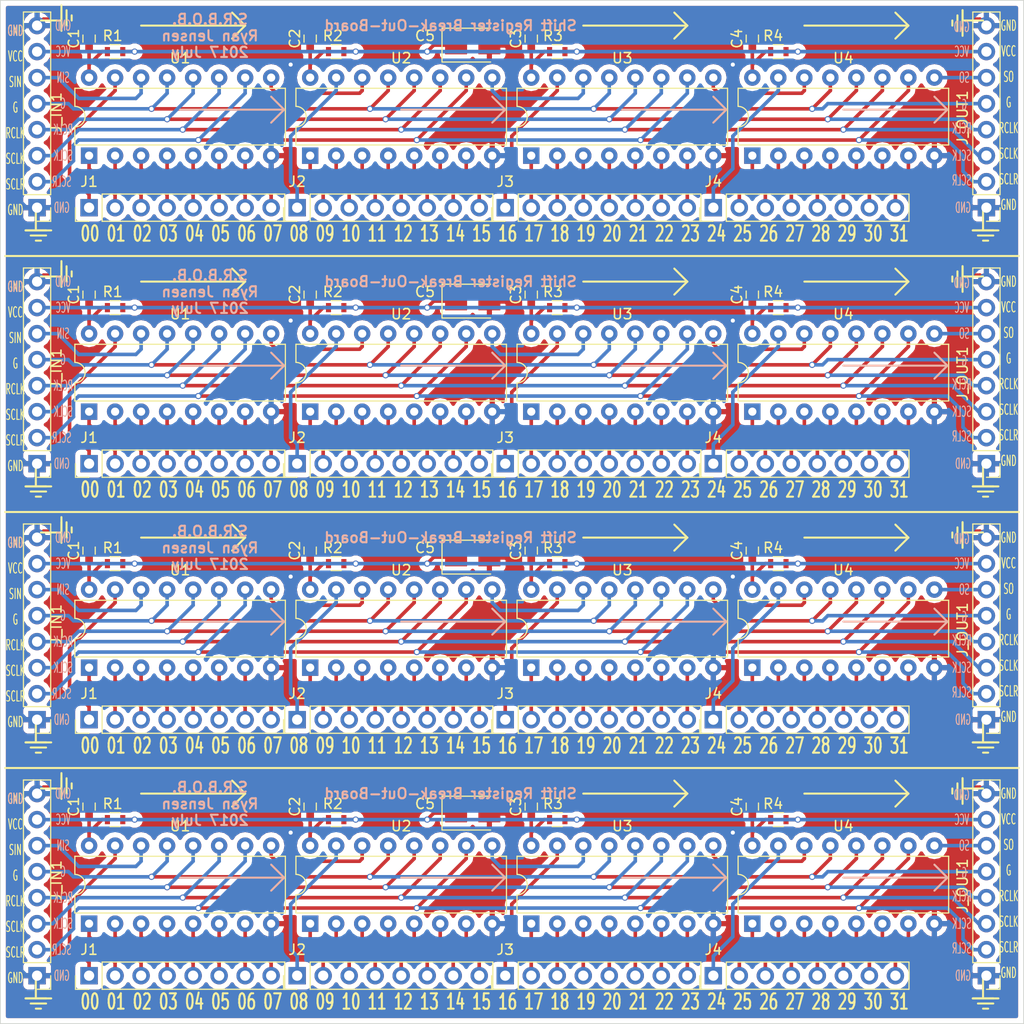
<source format=kicad_pcb>
(kicad_pcb (version 4) (host pcbnew 4.0.6)
  (layers (0 F.Cu signal) (31 B.Cu signal) (34 B.Paste user) (35 F.Paste user) (36 B.SilkS user) (37 F.SilkS user) (38 B.Mask user) (39 F.Mask user) (44 Edge.Cuts user hide))
  (net 0 "")
  (net 1 GND)
  (net 2 VCC)
  (net 3 "Net-(J1-Pad3)")
  (net 4 "Net-(J1-Pad4)")
  (net 5 "Net-(J1-Pad5)")
  (net 6 "Net-(J1-Pad6)")
  (net 7 "Net-(J1-Pad7)")
  (net 8 "Net-(J2-Pad3)")
  (net 9 "Net-(J3-Pad1)")
  (net 10 "Net-(J3-Pad2)")
  (net 11 "Net-(J3-Pad3)")
  (net 12 "Net-(J3-Pad4)")
  (net 13 "Net-(J3-Pad5)")
  (net 14 "Net-(J3-Pad6)")
  (net 15 "Net-(J3-Pad7)")
  (net 16 "Net-(J3-Pad8)")
  (net 17 "Net-(J4-Pad1)")
  (net 18 "Net-(J4-Pad2)")
  (net 19 "Net-(J4-Pad3)")
  (net 20 "Net-(J4-Pad4)")
  (net 21 "Net-(J4-Pad5)")
  (net 22 "Net-(J4-Pad6)")
  (net 23 "Net-(J4-Pad7)")
  (net 24 "Net-(J4-Pad8)")
  (net 25 "Net-(U1-Pad9)")
  (net 26 "Net-(U2-Pad9)")
  (net 27 "Net-(U3-Pad9)")
  (net 28 "Net-(J1-Pad2)")
  (net 29 "Net-(J2-Pad4)")
  (net 30 "Net-(J2-Pad5)")
  (net 31 "Net-(J2-Pad6)")
  (net 32 "Net-(J2-Pad7)")
  (net 33 "Net-(C5-Pad1)")
  (net 34 "Net-(J1-Pad1)")
  (net 35 "Net-(J1-Pad8)")
  (net 36 "Net-(J2-Pad1)")
  (net 37 "Net-(J2-Pad2)")
  (net 38 "Net-(J2-Pad8)")
  (net 39 /SCLR)
  (net 40 /SCLK)
  (net 41 /RCLK)
  (net 42 /G)
  (net 43 /SIN)
  (net 44 /SO)
  (module Resistors_SMD:R_0603 (layer F.Cu) (at 121.92 141.04 180)
    (fp_text reference R3 (at 0.42 1.54 180) (layer F.SilkS))
    (fp_text value 1)
    (pad 1 smd rect (at -0.75 0 180) (size 0.5 0.9) (layers F.Cu F.Paste F.Mask) (net 33 "Net-(C5-Pad1)"))
    (pad 2 smd rect (at 0.75 0 180) (size 0.5 0.9) (layers F.Cu F.Paste F.Mask) (net 2 VCC))
  )
  (module Resistors_SMD:R_0603 (layer F.Cu) (at 121.92 116.04 180)
    (fp_text reference R3 (at 0.42 1.54 180) (layer F.SilkS))
    (fp_text value 1)
    (pad 1 smd rect (at -0.75 0 180) (size 0.5 0.9) (layers F.Cu F.Paste F.Mask) (net 33 "Net-(C5-Pad1)"))
    (pad 2 smd rect (at 0.75 0 180) (size 0.5 0.9) (layers F.Cu F.Paste F.Mask) (net 2 VCC))
  )
  (module Resistors_SMD:R_0603 (layer F.Cu) (at 121.92 91.04 180)
    (fp_text reference R3 (at 0.42 1.54 180) (layer F.SilkS))
    (fp_text value 1)
    (pad 1 smd rect (at -0.75 0 180) (size 0.5 0.9) (layers F.Cu F.Paste F.Mask) (net 33 "Net-(C5-Pad1)"))
    (pad 2 smd rect (at 0.75 0 180) (size 0.5 0.9) (layers F.Cu F.Paste F.Mask) (net 2 VCC))
  )
  (module Housings_DIP:DIP-16_W7.62mm (layer F.Cu) (at 119.38 151.2 90)
    (fp_text reference U3 (at 9.525 8.89 180) (layer F.SilkS))
    (fp_text value 74LS595)
    (pad 1 thru_hole rect (at 0 0 90) (size 1.6 1.6) (drill 0.8) (layers *.Cu *.Mask) (net 10 "Net-(J3-Pad2)"))
    (pad 9 thru_hole oval (at 7.62 17.78 90) (size 1.6 1.6) (drill 0.8) (layers *.Cu *.Mask) (net 27 "Net-(U3-Pad9)"))
    (pad 2 thru_hole oval (at 0 2.54 90) (size 1.6 1.6) (drill 0.8) (layers *.Cu *.Mask) (net 11 "Net-(J3-Pad3)"))
    (pad 10 thru_hole oval (at 7.62 15.24 90) (size 1.6 1.6) (drill 0.8) (layers *.Cu *.Mask) (net 39 /SCLR))
    (pad 3 thru_hole oval (at 0 5.08 90) (size 1.6 1.6) (drill 0.8) (layers *.Cu *.Mask) (net 12 "Net-(J3-Pad4)"))
    (pad 11 thru_hole oval (at 7.62 12.7 90) (size 1.6 1.6) (drill 0.8) (layers *.Cu *.Mask) (net 40 /SCLK))
    (pad 4 thru_hole oval (at 0 7.62 90) (size 1.6 1.6) (drill 0.8) (layers *.Cu *.Mask) (net 13 "Net-(J3-Pad5)"))
    (pad 12 thru_hole oval (at 7.62 10.16 90) (size 1.6 1.6) (drill 0.8) (layers *.Cu *.Mask) (net 41 /RCLK))
    (pad 5 thru_hole oval (at 0 10.16 90) (size 1.6 1.6) (drill 0.8) (layers *.Cu *.Mask) (net 14 "Net-(J3-Pad6)"))
    (pad 13 thru_hole oval (at 7.62 7.62 90) (size 1.6 1.6) (drill 0.8) (layers *.Cu *.Mask) (net 42 /G))
    (pad 6 thru_hole oval (at 0 12.7 90) (size 1.6 1.6) (drill 0.8) (layers *.Cu *.Mask) (net 15 "Net-(J3-Pad7)"))
    (pad 14 thru_hole oval (at 7.62 5.08 90) (size 1.6 1.6) (drill 0.8) (layers *.Cu *.Mask) (net 26 "Net-(U2-Pad9)"))
    (pad 7 thru_hole oval (at 0 15.24 90) (size 1.6 1.6) (drill 0.8) (layers *.Cu *.Mask) (net 16 "Net-(J3-Pad8)"))
    (pad 15 thru_hole oval (at 7.62 2.54 90) (size 1.6 1.6) (drill 0.8) (layers *.Cu *.Mask) (net 9 "Net-(J3-Pad1)"))
    (pad 8 thru_hole oval (at 0 17.78 90) (size 1.6 1.6) (drill 0.8) (layers *.Cu *.Mask) (net 1 GND))
    (pad 16 thru_hole oval (at 7.62 0 90) (size 1.6 1.6) (drill 0.8) (layers *.Cu *.Mask) (net 2 VCC))
  )
  (module Housings_DIP:DIP-16_W7.62mm (layer F.Cu) (at 119.38 126.2 90)
    (fp_text reference U3 (at 9.525 8.89 180) (layer F.SilkS))
    (fp_text value 74LS595)
    (pad 1 thru_hole rect (at 0 0 90) (size 1.6 1.6) (drill 0.8) (layers *.Cu *.Mask) (net 10 "Net-(J3-Pad2)"))
    (pad 9 thru_hole oval (at 7.62 17.78 90) (size 1.6 1.6) (drill 0.8) (layers *.Cu *.Mask) (net 27 "Net-(U3-Pad9)"))
    (pad 2 thru_hole oval (at 0 2.54 90) (size 1.6 1.6) (drill 0.8) (layers *.Cu *.Mask) (net 11 "Net-(J3-Pad3)"))
    (pad 10 thru_hole oval (at 7.62 15.24 90) (size 1.6 1.6) (drill 0.8) (layers *.Cu *.Mask) (net 39 /SCLR))
    (pad 3 thru_hole oval (at 0 5.08 90) (size 1.6 1.6) (drill 0.8) (layers *.Cu *.Mask) (net 12 "Net-(J3-Pad4)"))
    (pad 11 thru_hole oval (at 7.62 12.7 90) (size 1.6 1.6) (drill 0.8) (layers *.Cu *.Mask) (net 40 /SCLK))
    (pad 4 thru_hole oval (at 0 7.62 90) (size 1.6 1.6) (drill 0.8) (layers *.Cu *.Mask) (net 13 "Net-(J3-Pad5)"))
    (pad 12 thru_hole oval (at 7.62 10.16 90) (size 1.6 1.6) (drill 0.8) (layers *.Cu *.Mask) (net 41 /RCLK))
    (pad 5 thru_hole oval (at 0 10.16 90) (size 1.6 1.6) (drill 0.8) (layers *.Cu *.Mask) (net 14 "Net-(J3-Pad6)"))
    (pad 13 thru_hole oval (at 7.62 7.62 90) (size 1.6 1.6) (drill 0.8) (layers *.Cu *.Mask) (net 42 /G))
    (pad 6 thru_hole oval (at 0 12.7 90) (size 1.6 1.6) (drill 0.8) (layers *.Cu *.Mask) (net 15 "Net-(J3-Pad7)"))
    (pad 14 thru_hole oval (at 7.62 5.08 90) (size 1.6 1.6) (drill 0.8) (layers *.Cu *.Mask) (net 26 "Net-(U2-Pad9)"))
    (pad 7 thru_hole oval (at 0 15.24 90) (size 1.6 1.6) (drill 0.8) (layers *.Cu *.Mask) (net 16 "Net-(J3-Pad8)"))
    (pad 15 thru_hole oval (at 7.62 2.54 90) (size 1.6 1.6) (drill 0.8) (layers *.Cu *.Mask) (net 9 "Net-(J3-Pad1)"))
    (pad 8 thru_hole oval (at 0 17.78 90) (size 1.6 1.6) (drill 0.8) (layers *.Cu *.Mask) (net 1 GND))
    (pad 16 thru_hole oval (at 7.62 0 90) (size 1.6 1.6) (drill 0.8) (layers *.Cu *.Mask) (net 2 VCC))
  )
  (module Housings_DIP:DIP-16_W7.62mm (layer F.Cu) (at 119.38 101.2 90)
    (fp_text reference U3 (at 9.525 8.89 180) (layer F.SilkS))
    (fp_text value 74LS595)
    (pad 1 thru_hole rect (at 0 0 90) (size 1.6 1.6) (drill 0.8) (layers *.Cu *.Mask) (net 10 "Net-(J3-Pad2)"))
    (pad 9 thru_hole oval (at 7.62 17.78 90) (size 1.6 1.6) (drill 0.8) (layers *.Cu *.Mask) (net 27 "Net-(U3-Pad9)"))
    (pad 2 thru_hole oval (at 0 2.54 90) (size 1.6 1.6) (drill 0.8) (layers *.Cu *.Mask) (net 11 "Net-(J3-Pad3)"))
    (pad 10 thru_hole oval (at 7.62 15.24 90) (size 1.6 1.6) (drill 0.8) (layers *.Cu *.Mask) (net 39 /SCLR))
    (pad 3 thru_hole oval (at 0 5.08 90) (size 1.6 1.6) (drill 0.8) (layers *.Cu *.Mask) (net 12 "Net-(J3-Pad4)"))
    (pad 11 thru_hole oval (at 7.62 12.7 90) (size 1.6 1.6) (drill 0.8) (layers *.Cu *.Mask) (net 40 /SCLK))
    (pad 4 thru_hole oval (at 0 7.62 90) (size 1.6 1.6) (drill 0.8) (layers *.Cu *.Mask) (net 13 "Net-(J3-Pad5)"))
    (pad 12 thru_hole oval (at 7.62 10.16 90) (size 1.6 1.6) (drill 0.8) (layers *.Cu *.Mask) (net 41 /RCLK))
    (pad 5 thru_hole oval (at 0 10.16 90) (size 1.6 1.6) (drill 0.8) (layers *.Cu *.Mask) (net 14 "Net-(J3-Pad6)"))
    (pad 13 thru_hole oval (at 7.62 7.62 90) (size 1.6 1.6) (drill 0.8) (layers *.Cu *.Mask) (net 42 /G))
    (pad 6 thru_hole oval (at 0 12.7 90) (size 1.6 1.6) (drill 0.8) (layers *.Cu *.Mask) (net 15 "Net-(J3-Pad7)"))
    (pad 14 thru_hole oval (at 7.62 5.08 90) (size 1.6 1.6) (drill 0.8) (layers *.Cu *.Mask) (net 26 "Net-(U2-Pad9)"))
    (pad 7 thru_hole oval (at 0 15.24 90) (size 1.6 1.6) (drill 0.8) (layers *.Cu *.Mask) (net 16 "Net-(J3-Pad8)"))
    (pad 15 thru_hole oval (at 7.62 2.54 90) (size 1.6 1.6) (drill 0.8) (layers *.Cu *.Mask) (net 9 "Net-(J3-Pad1)"))
    (pad 8 thru_hole oval (at 0 17.78 90) (size 1.6 1.6) (drill 0.8) (layers *.Cu *.Mask) (net 1 GND))
    (pad 16 thru_hole oval (at 7.62 0 90) (size 1.6 1.6) (drill 0.8) (layers *.Cu *.Mask) (net 2 VCC))
  )
  (module Pin_Headers:Pin_Header_Straight_1x08_Pitch2.54mm (layer F.Cu) (at 116.84 156.28 90)
    (fp_text reference J3 (at 2.54 0 180) (layer F.SilkS))
    (fp_text value CONN_01X08)
    (pad 1 thru_hole rect (at 0 0 90) (size 1.7 1.7) (drill 1) (layers *.Cu *.Mask) (net 9 "Net-(J3-Pad1)"))
    (pad 2 thru_hole oval (at 0 2.54 90) (size 1.7 1.7) (drill 1) (layers *.Cu *.Mask) (net 10 "Net-(J3-Pad2)"))
    (pad 3 thru_hole oval (at 0 5.08 90) (size 1.7 1.7) (drill 1) (layers *.Cu *.Mask) (net 11 "Net-(J3-Pad3)"))
    (pad 4 thru_hole oval (at 0 7.62 90) (size 1.7 1.7) (drill 1) (layers *.Cu *.Mask) (net 12 "Net-(J3-Pad4)"))
    (pad 5 thru_hole oval (at 0 10.16 90) (size 1.7 1.7) (drill 1) (layers *.Cu *.Mask) (net 13 "Net-(J3-Pad5)"))
    (pad 6 thru_hole oval (at 0 12.7 90) (size 1.7 1.7) (drill 1) (layers *.Cu *.Mask) (net 14 "Net-(J3-Pad6)"))
    (pad 7 thru_hole oval (at 0 15.24 90) (size 1.7 1.7) (drill 1) (layers *.Cu *.Mask) (net 15 "Net-(J3-Pad7)"))
    (pad 8 thru_hole oval (at 0 17.78 90) (size 1.7 1.7) (drill 1) (layers *.Cu *.Mask) (net 16 "Net-(J3-Pad8)"))
  )
  (module Pin_Headers:Pin_Header_Straight_1x08_Pitch2.54mm (layer F.Cu) (at 116.84 131.28 90)
    (fp_text reference J3 (at 2.54 0 180) (layer F.SilkS))
    (fp_text value CONN_01X08)
    (pad 1 thru_hole rect (at 0 0 90) (size 1.7 1.7) (drill 1) (layers *.Cu *.Mask) (net 9 "Net-(J3-Pad1)"))
    (pad 2 thru_hole oval (at 0 2.54 90) (size 1.7 1.7) (drill 1) (layers *.Cu *.Mask) (net 10 "Net-(J3-Pad2)"))
    (pad 3 thru_hole oval (at 0 5.08 90) (size 1.7 1.7) (drill 1) (layers *.Cu *.Mask) (net 11 "Net-(J3-Pad3)"))
    (pad 4 thru_hole oval (at 0 7.62 90) (size 1.7 1.7) (drill 1) (layers *.Cu *.Mask) (net 12 "Net-(J3-Pad4)"))
    (pad 5 thru_hole oval (at 0 10.16 90) (size 1.7 1.7) (drill 1) (layers *.Cu *.Mask) (net 13 "Net-(J3-Pad5)"))
    (pad 6 thru_hole oval (at 0 12.7 90) (size 1.7 1.7) (drill 1) (layers *.Cu *.Mask) (net 14 "Net-(J3-Pad6)"))
    (pad 7 thru_hole oval (at 0 15.24 90) (size 1.7 1.7) (drill 1) (layers *.Cu *.Mask) (net 15 "Net-(J3-Pad7)"))
    (pad 8 thru_hole oval (at 0 17.78 90) (size 1.7 1.7) (drill 1) (layers *.Cu *.Mask) (net 16 "Net-(J3-Pad8)"))
  )
  (module Pin_Headers:Pin_Header_Straight_1x08_Pitch2.54mm (layer F.Cu) (at 116.84 106.28 90)
    (fp_text reference J3 (at 2.54 0 180) (layer F.SilkS))
    (fp_text value CONN_01X08)
    (pad 1 thru_hole rect (at 0 0 90) (size 1.7 1.7) (drill 1) (layers *.Cu *.Mask) (net 9 "Net-(J3-Pad1)"))
    (pad 2 thru_hole oval (at 0 2.54 90) (size 1.7 1.7) (drill 1) (layers *.Cu *.Mask) (net 10 "Net-(J3-Pad2)"))
    (pad 3 thru_hole oval (at 0 5.08 90) (size 1.7 1.7) (drill 1) (layers *.Cu *.Mask) (net 11 "Net-(J3-Pad3)"))
    (pad 4 thru_hole oval (at 0 7.62 90) (size 1.7 1.7) (drill 1) (layers *.Cu *.Mask) (net 12 "Net-(J3-Pad4)"))
    (pad 5 thru_hole oval (at 0 10.16 90) (size 1.7 1.7) (drill 1) (layers *.Cu *.Mask) (net 13 "Net-(J3-Pad5)"))
    (pad 6 thru_hole oval (at 0 12.7 90) (size 1.7 1.7) (drill 1) (layers *.Cu *.Mask) (net 14 "Net-(J3-Pad6)"))
    (pad 7 thru_hole oval (at 0 15.24 90) (size 1.7 1.7) (drill 1) (layers *.Cu *.Mask) (net 15 "Net-(J3-Pad7)"))
    (pad 8 thru_hole oval (at 0 17.78 90) (size 1.7 1.7) (drill 1) (layers *.Cu *.Mask) (net 16 "Net-(J3-Pad8)"))
  )
  (module Capacitors_SMD:C_0603 (layer F.Cu) (at 119.38 139.77 90)
    (fp_text reference C3 (at 0 -1.5 90) (layer F.SilkS))
    (fp_text value 100n)
    (pad 1 smd rect (at -0.75 0 90) (size 0.8 0.75) (layers F.Cu F.Paste F.Mask) (net 2 VCC))
    (pad 2 smd rect (at 0.75 0 90) (size 0.8 0.75) (layers F.Cu F.Paste F.Mask) (net 1 GND))
  )
  (module Capacitors_SMD:C_0603 (layer F.Cu) (at 119.38 114.77 90)
    (fp_text reference C3 (at 0 -1.5 90) (layer F.SilkS))
    (fp_text value 100n)
    (pad 1 smd rect (at -0.75 0 90) (size 0.8 0.75) (layers F.Cu F.Paste F.Mask) (net 2 VCC))
    (pad 2 smd rect (at 0.75 0 90) (size 0.8 0.75) (layers F.Cu F.Paste F.Mask) (net 1 GND))
  )
  (module Capacitors_SMD:C_0603 (layer F.Cu) (at 119.38 89.77 90)
    (fp_text reference C3 (at 0 -1.5 90) (layer F.SilkS))
    (fp_text value 100n)
    (pad 1 smd rect (at -0.75 0 90) (size 0.8 0.75) (layers F.Cu F.Paste F.Mask) (net 2 VCC))
    (pad 2 smd rect (at 0.75 0 90) (size 0.8 0.75) (layers F.Cu F.Paste F.Mask) (net 1 GND))
  )
  (module Resistors_SMD:R_0603 (layer F.Cu) (at 78.74 141.04 180)
    (fp_text reference R1 (at 0.24 1.54 180) (layer F.SilkS))
    (fp_text value 1)
    (pad 1 smd rect (at -0.75 0 180) (size 0.5 0.9) (layers F.Cu F.Paste F.Mask) (net 33 "Net-(C5-Pad1)"))
    (pad 2 smd rect (at 0.75 0 180) (size 0.5 0.9) (layers F.Cu F.Paste F.Mask) (net 2 VCC))
  )
  (module Resistors_SMD:R_0603 (layer F.Cu) (at 78.74 116.04 180)
    (fp_text reference R1 (at 0.24 1.54 180) (layer F.SilkS))
    (fp_text value 1)
    (pad 1 smd rect (at -0.75 0 180) (size 0.5 0.9) (layers F.Cu F.Paste F.Mask) (net 33 "Net-(C5-Pad1)"))
    (pad 2 smd rect (at 0.75 0 180) (size 0.5 0.9) (layers F.Cu F.Paste F.Mask) (net 2 VCC))
  )
  (module Resistors_SMD:R_0603 (layer F.Cu) (at 78.74 91.04 180)
    (fp_text reference R1 (at 0.24 1.54 180) (layer F.SilkS))
    (fp_text value 1)
    (pad 1 smd rect (at -0.75 0 180) (size 0.5 0.9) (layers F.Cu F.Paste F.Mask) (net 33 "Net-(C5-Pad1)"))
    (pad 2 smd rect (at 0.75 0 180) (size 0.5 0.9) (layers F.Cu F.Paste F.Mask) (net 2 VCC))
  )
  (module Capacitors_SMD:C_0603 (layer F.Cu) (at 76.2 139.77 90)
    (fp_text reference C1 (at 0 -1.5 90) (layer F.SilkS))
    (fp_text value 100n)
    (pad 1 smd rect (at -0.75 0 90) (size 0.8 0.75) (layers F.Cu F.Paste F.Mask) (net 2 VCC))
    (pad 2 smd rect (at 0.75 0 90) (size 0.8 0.75) (layers F.Cu F.Paste F.Mask) (net 1 GND))
  )
  (module Capacitors_SMD:C_0603 (layer F.Cu) (at 76.2 114.77 90)
    (fp_text reference C1 (at 0 -1.5 90) (layer F.SilkS))
    (fp_text value 100n)
    (pad 1 smd rect (at -0.75 0 90) (size 0.8 0.75) (layers F.Cu F.Paste F.Mask) (net 2 VCC))
    (pad 2 smd rect (at 0.75 0 90) (size 0.8 0.75) (layers F.Cu F.Paste F.Mask) (net 1 GND))
  )
  (module Capacitors_SMD:C_0603 (layer F.Cu) (at 76.2 89.77 90)
    (fp_text reference C1 (at 0 -1.5 90) (layer F.SilkS))
    (fp_text value 100n)
    (pad 1 smd rect (at -0.75 0 90) (size 0.8 0.75) (layers F.Cu F.Paste F.Mask) (net 2 VCC))
    (pad 2 smd rect (at 0.75 0 90) (size 0.8 0.75) (layers F.Cu F.Paste F.Mask) (net 1 GND))
  )
  (module Housings_DIP:DIP-16_W7.62mm (layer F.Cu) (at 76.2 151.2 90)
    (fp_text reference U1 (at 9.525 8.89 180) (layer F.SilkS))
    (fp_text value 74HC595)
    (pad 1 thru_hole rect (at 0 0 90) (size 1.6 1.6) (drill 0.8) (layers *.Cu *.Mask) (net 28 "Net-(J1-Pad2)"))
    (pad 9 thru_hole oval (at 7.62 17.78 90) (size 1.6 1.6) (drill 0.8) (layers *.Cu *.Mask) (net 25 "Net-(U1-Pad9)"))
    (pad 2 thru_hole oval (at 0 2.54 90) (size 1.6 1.6) (drill 0.8) (layers *.Cu *.Mask) (net 3 "Net-(J1-Pad3)"))
    (pad 10 thru_hole oval (at 7.62 15.24 90) (size 1.6 1.6) (drill 0.8) (layers *.Cu *.Mask) (net 39 /SCLR))
    (pad 3 thru_hole oval (at 0 5.08 90) (size 1.6 1.6) (drill 0.8) (layers *.Cu *.Mask) (net 4 "Net-(J1-Pad4)"))
    (pad 11 thru_hole oval (at 7.62 12.7 90) (size 1.6 1.6) (drill 0.8) (layers *.Cu *.Mask) (net 40 /SCLK))
    (pad 4 thru_hole oval (at 0 7.62 90) (size 1.6 1.6) (drill 0.8) (layers *.Cu *.Mask) (net 5 "Net-(J1-Pad5)"))
    (pad 12 thru_hole oval (at 7.62 10.16 90) (size 1.6 1.6) (drill 0.8) (layers *.Cu *.Mask) (net 41 /RCLK))
    (pad 5 thru_hole oval (at 0 10.16 90) (size 1.6 1.6) (drill 0.8) (layers *.Cu *.Mask) (net 6 "Net-(J1-Pad6)"))
    (pad 13 thru_hole oval (at 7.62 7.62 90) (size 1.6 1.6) (drill 0.8) (layers *.Cu *.Mask) (net 42 /G))
    (pad 6 thru_hole oval (at 0 12.7 90) (size 1.6 1.6) (drill 0.8) (layers *.Cu *.Mask) (net 7 "Net-(J1-Pad7)"))
    (pad 14 thru_hole oval (at 7.62 5.08 90) (size 1.6 1.6) (drill 0.8) (layers *.Cu *.Mask) (net 43 /SIN))
    (pad 7 thru_hole oval (at 0 15.24 90) (size 1.6 1.6) (drill 0.8) (layers *.Cu *.Mask) (net 35 "Net-(J1-Pad8)"))
    (pad 15 thru_hole oval (at 7.62 2.54 90) (size 1.6 1.6) (drill 0.8) (layers *.Cu *.Mask) (net 34 "Net-(J1-Pad1)"))
    (pad 8 thru_hole oval (at 0 17.78 90) (size 1.6 1.6) (drill 0.8) (layers *.Cu *.Mask) (net 1 GND))
    (pad 16 thru_hole oval (at 7.62 0 90) (size 1.6 1.6) (drill 0.8) (layers *.Cu *.Mask) (net 2 VCC))
  )
  (module Housings_DIP:DIP-16_W7.62mm (layer F.Cu) (at 76.2 126.2 90)
    (fp_text reference U1 (at 9.525 8.89 180) (layer F.SilkS))
    (fp_text value 74HC595)
    (pad 1 thru_hole rect (at 0 0 90) (size 1.6 1.6) (drill 0.8) (layers *.Cu *.Mask) (net 28 "Net-(J1-Pad2)"))
    (pad 9 thru_hole oval (at 7.62 17.78 90) (size 1.6 1.6) (drill 0.8) (layers *.Cu *.Mask) (net 25 "Net-(U1-Pad9)"))
    (pad 2 thru_hole oval (at 0 2.54 90) (size 1.6 1.6) (drill 0.8) (layers *.Cu *.Mask) (net 3 "Net-(J1-Pad3)"))
    (pad 10 thru_hole oval (at 7.62 15.24 90) (size 1.6 1.6) (drill 0.8) (layers *.Cu *.Mask) (net 39 /SCLR))
    (pad 3 thru_hole oval (at 0 5.08 90) (size 1.6 1.6) (drill 0.8) (layers *.Cu *.Mask) (net 4 "Net-(J1-Pad4)"))
    (pad 11 thru_hole oval (at 7.62 12.7 90) (size 1.6 1.6) (drill 0.8) (layers *.Cu *.Mask) (net 40 /SCLK))
    (pad 4 thru_hole oval (at 0 7.62 90) (size 1.6 1.6) (drill 0.8) (layers *.Cu *.Mask) (net 5 "Net-(J1-Pad5)"))
    (pad 12 thru_hole oval (at 7.62 10.16 90) (size 1.6 1.6) (drill 0.8) (layers *.Cu *.Mask) (net 41 /RCLK))
    (pad 5 thru_hole oval (at 0 10.16 90) (size 1.6 1.6) (drill 0.8) (layers *.Cu *.Mask) (net 6 "Net-(J1-Pad6)"))
    (pad 13 thru_hole oval (at 7.62 7.62 90) (size 1.6 1.6) (drill 0.8) (layers *.Cu *.Mask) (net 42 /G))
    (pad 6 thru_hole oval (at 0 12.7 90) (size 1.6 1.6) (drill 0.8) (layers *.Cu *.Mask) (net 7 "Net-(J1-Pad7)"))
    (pad 14 thru_hole oval (at 7.62 5.08 90) (size 1.6 1.6) (drill 0.8) (layers *.Cu *.Mask) (net 43 /SIN))
    (pad 7 thru_hole oval (at 0 15.24 90) (size 1.6 1.6) (drill 0.8) (layers *.Cu *.Mask) (net 35 "Net-(J1-Pad8)"))
    (pad 15 thru_hole oval (at 7.62 2.54 90) (size 1.6 1.6) (drill 0.8) (layers *.Cu *.Mask) (net 34 "Net-(J1-Pad1)"))
    (pad 8 thru_hole oval (at 0 17.78 90) (size 1.6 1.6) (drill 0.8) (layers *.Cu *.Mask) (net 1 GND))
    (pad 16 thru_hole oval (at 7.62 0 90) (size 1.6 1.6) (drill 0.8) (layers *.Cu *.Mask) (net 2 VCC))
  )
  (module Housings_DIP:DIP-16_W7.62mm (layer F.Cu) (at 76.2 101.2 90)
    (fp_text reference U1 (at 9.525 8.89 180) (layer F.SilkS))
    (fp_text value 74HC595)
    (pad 1 thru_hole rect (at 0 0 90) (size 1.6 1.6) (drill 0.8) (layers *.Cu *.Mask) (net 28 "Net-(J1-Pad2)"))
    (pad 9 thru_hole oval (at 7.62 17.78 90) (size 1.6 1.6) (drill 0.8) (layers *.Cu *.Mask) (net 25 "Net-(U1-Pad9)"))
    (pad 2 thru_hole oval (at 0 2.54 90) (size 1.6 1.6) (drill 0.8) (layers *.Cu *.Mask) (net 3 "Net-(J1-Pad3)"))
    (pad 10 thru_hole oval (at 7.62 15.24 90) (size 1.6 1.6) (drill 0.8) (layers *.Cu *.Mask) (net 39 /SCLR))
    (pad 3 thru_hole oval (at 0 5.08 90) (size 1.6 1.6) (drill 0.8) (layers *.Cu *.Mask) (net 4 "Net-(J1-Pad4)"))
    (pad 11 thru_hole oval (at 7.62 12.7 90) (size 1.6 1.6) (drill 0.8) (layers *.Cu *.Mask) (net 40 /SCLK))
    (pad 4 thru_hole oval (at 0 7.62 90) (size 1.6 1.6) (drill 0.8) (layers *.Cu *.Mask) (net 5 "Net-(J1-Pad5)"))
    (pad 12 thru_hole oval (at 7.62 10.16 90) (size 1.6 1.6) (drill 0.8) (layers *.Cu *.Mask) (net 41 /RCLK))
    (pad 5 thru_hole oval (at 0 10.16 90) (size 1.6 1.6) (drill 0.8) (layers *.Cu *.Mask) (net 6 "Net-(J1-Pad6)"))
    (pad 13 thru_hole oval (at 7.62 7.62 90) (size 1.6 1.6) (drill 0.8) (layers *.Cu *.Mask) (net 42 /G))
    (pad 6 thru_hole oval (at 0 12.7 90) (size 1.6 1.6) (drill 0.8) (layers *.Cu *.Mask) (net 7 "Net-(J1-Pad7)"))
    (pad 14 thru_hole oval (at 7.62 5.08 90) (size 1.6 1.6) (drill 0.8) (layers *.Cu *.Mask) (net 43 /SIN))
    (pad 7 thru_hole oval (at 0 15.24 90) (size 1.6 1.6) (drill 0.8) (layers *.Cu *.Mask) (net 35 "Net-(J1-Pad8)"))
    (pad 15 thru_hole oval (at 7.62 2.54 90) (size 1.6 1.6) (drill 0.8) (layers *.Cu *.Mask) (net 34 "Net-(J1-Pad1)"))
    (pad 8 thru_hole oval (at 0 17.78 90) (size 1.6 1.6) (drill 0.8) (layers *.Cu *.Mask) (net 1 GND))
    (pad 16 thru_hole oval (at 7.62 0 90) (size 1.6 1.6) (drill 0.8) (layers *.Cu *.Mask) (net 2 VCC))
  )
  (module Pin_Headers:Pin_Header_Straight_1x08_Pitch2.54mm (layer F.Cu) (at 76.2 156.28 90)
    (fp_text reference J1 (at 2.54 0 180) (layer F.SilkS))
    (fp_text value CONN_01X08)
    (pad 1 thru_hole rect (at 0 0 90) (size 1.7 1.7) (drill 1) (layers *.Cu *.Mask) (net 34 "Net-(J1-Pad1)"))
    (pad 2 thru_hole oval (at 0 2.54 90) (size 1.7 1.7) (drill 1) (layers *.Cu *.Mask) (net 28 "Net-(J1-Pad2)"))
    (pad 3 thru_hole oval (at 0 5.08 90) (size 1.7 1.7) (drill 1) (layers *.Cu *.Mask) (net 3 "Net-(J1-Pad3)"))
    (pad 4 thru_hole oval (at 0 7.62 90) (size 1.7 1.7) (drill 1) (layers *.Cu *.Mask) (net 4 "Net-(J1-Pad4)"))
    (pad 5 thru_hole oval (at 0 10.16 90) (size 1.7 1.7) (drill 1) (layers *.Cu *.Mask) (net 5 "Net-(J1-Pad5)"))
    (pad 6 thru_hole oval (at 0 12.7 90) (size 1.7 1.7) (drill 1) (layers *.Cu *.Mask) (net 6 "Net-(J1-Pad6)"))
    (pad 7 thru_hole oval (at 0 15.24 90) (size 1.7 1.7) (drill 1) (layers *.Cu *.Mask) (net 7 "Net-(J1-Pad7)"))
    (pad 8 thru_hole oval (at 0 17.78 90) (size 1.7 1.7) (drill 1) (layers *.Cu *.Mask) (net 35 "Net-(J1-Pad8)"))
  )
  (module Pin_Headers:Pin_Header_Straight_1x08_Pitch2.54mm (layer F.Cu) (at 76.2 131.28 90)
    (fp_text reference J1 (at 2.54 0 180) (layer F.SilkS))
    (fp_text value CONN_01X08)
    (pad 1 thru_hole rect (at 0 0 90) (size 1.7 1.7) (drill 1) (layers *.Cu *.Mask) (net 34 "Net-(J1-Pad1)"))
    (pad 2 thru_hole oval (at 0 2.54 90) (size 1.7 1.7) (drill 1) (layers *.Cu *.Mask) (net 28 "Net-(J1-Pad2)"))
    (pad 3 thru_hole oval (at 0 5.08 90) (size 1.7 1.7) (drill 1) (layers *.Cu *.Mask) (net 3 "Net-(J1-Pad3)"))
    (pad 4 thru_hole oval (at 0 7.62 90) (size 1.7 1.7) (drill 1) (layers *.Cu *.Mask) (net 4 "Net-(J1-Pad4)"))
    (pad 5 thru_hole oval (at 0 10.16 90) (size 1.7 1.7) (drill 1) (layers *.Cu *.Mask) (net 5 "Net-(J1-Pad5)"))
    (pad 6 thru_hole oval (at 0 12.7 90) (size 1.7 1.7) (drill 1) (layers *.Cu *.Mask) (net 6 "Net-(J1-Pad6)"))
    (pad 7 thru_hole oval (at 0 15.24 90) (size 1.7 1.7) (drill 1) (layers *.Cu *.Mask) (net 7 "Net-(J1-Pad7)"))
    (pad 8 thru_hole oval (at 0 17.78 90) (size 1.7 1.7) (drill 1) (layers *.Cu *.Mask) (net 35 "Net-(J1-Pad8)"))
  )
  (module Pin_Headers:Pin_Header_Straight_1x08_Pitch2.54mm (layer F.Cu) (at 76.2 106.28 90)
    (fp_text reference J1 (at 2.54 0 180) (layer F.SilkS))
    (fp_text value CONN_01X08)
    (pad 1 thru_hole rect (at 0 0 90) (size 1.7 1.7) (drill 1) (layers *.Cu *.Mask) (net 34 "Net-(J1-Pad1)"))
    (pad 2 thru_hole oval (at 0 2.54 90) (size 1.7 1.7) (drill 1) (layers *.Cu *.Mask) (net 28 "Net-(J1-Pad2)"))
    (pad 3 thru_hole oval (at 0 5.08 90) (size 1.7 1.7) (drill 1) (layers *.Cu *.Mask) (net 3 "Net-(J1-Pad3)"))
    (pad 4 thru_hole oval (at 0 7.62 90) (size 1.7 1.7) (drill 1) (layers *.Cu *.Mask) (net 4 "Net-(J1-Pad4)"))
    (pad 5 thru_hole oval (at 0 10.16 90) (size 1.7 1.7) (drill 1) (layers *.Cu *.Mask) (net 5 "Net-(J1-Pad5)"))
    (pad 6 thru_hole oval (at 0 12.7 90) (size 1.7 1.7) (drill 1) (layers *.Cu *.Mask) (net 6 "Net-(J1-Pad6)"))
    (pad 7 thru_hole oval (at 0 15.24 90) (size 1.7 1.7) (drill 1) (layers *.Cu *.Mask) (net 7 "Net-(J1-Pad7)"))
    (pad 8 thru_hole oval (at 0 17.78 90) (size 1.7 1.7) (drill 1) (layers *.Cu *.Mask) (net 35 "Net-(J1-Pad8)"))
  )
  (module Pin_Headers:Pin_Header_Straight_1x08_Pitch2.54mm (layer F.Cu) (at 71.12 156.28 180)
    (fp_text reference J_IN1 (at -1.88 9.28 270) (layer F.SilkS))
    (fp_text value CONN_01X08)
    (pad 1 thru_hole rect (at 0 0 180) (size 1.7 1.7) (drill 1) (layers *.Cu *.Mask) (net 1 GND))
    (pad 2 thru_hole oval (at 0 2.54 180) (size 1.7 1.7) (drill 1) (layers *.Cu *.Mask) (net 39 /SCLR))
    (pad 3 thru_hole oval (at 0 5.08 180) (size 1.7 1.7) (drill 1) (layers *.Cu *.Mask) (net 40 /SCLK))
    (pad 4 thru_hole oval (at 0 7.62 180) (size 1.7 1.7) (drill 1) (layers *.Cu *.Mask) (net 41 /RCLK))
    (pad 5 thru_hole oval (at 0 10.16 180) (size 1.7 1.7) (drill 1) (layers *.Cu *.Mask) (net 42 /G))
    (pad 6 thru_hole oval (at 0 12.7 180) (size 1.7 1.7) (drill 1) (layers *.Cu *.Mask) (net 43 /SIN))
    (pad 7 thru_hole oval (at 0 15.24 180) (size 1.7 1.7) (drill 1) (layers *.Cu *.Mask) (net 33 "Net-(C5-Pad1)"))
    (pad 8 thru_hole oval (at 0 17.78 180) (size 1.7 1.7) (drill 1) (layers *.Cu *.Mask) (net 1 GND))
  )
  (module Pin_Headers:Pin_Header_Straight_1x08_Pitch2.54mm (layer F.Cu) (at 71.12 131.28 180)
    (fp_text reference J_IN1 (at -1.88 9.28 270) (layer F.SilkS))
    (fp_text value CONN_01X08)
    (pad 1 thru_hole rect (at 0 0 180) (size 1.7 1.7) (drill 1) (layers *.Cu *.Mask) (net 1 GND))
    (pad 2 thru_hole oval (at 0 2.54 180) (size 1.7 1.7) (drill 1) (layers *.Cu *.Mask) (net 39 /SCLR))
    (pad 3 thru_hole oval (at 0 5.08 180) (size 1.7 1.7) (drill 1) (layers *.Cu *.Mask) (net 40 /SCLK))
    (pad 4 thru_hole oval (at 0 7.62 180) (size 1.7 1.7) (drill 1) (layers *.Cu *.Mask) (net 41 /RCLK))
    (pad 5 thru_hole oval (at 0 10.16 180) (size 1.7 1.7) (drill 1) (layers *.Cu *.Mask) (net 42 /G))
    (pad 6 thru_hole oval (at 0 12.7 180) (size 1.7 1.7) (drill 1) (layers *.Cu *.Mask) (net 43 /SIN))
    (pad 7 thru_hole oval (at 0 15.24 180) (size 1.7 1.7) (drill 1) (layers *.Cu *.Mask) (net 33 "Net-(C5-Pad1)"))
    (pad 8 thru_hole oval (at 0 17.78 180) (size 1.7 1.7) (drill 1) (layers *.Cu *.Mask) (net 1 GND))
  )
  (module Pin_Headers:Pin_Header_Straight_1x08_Pitch2.54mm (layer F.Cu) (at 71.12 106.28 180)
    (fp_text reference J_IN1 (at -1.88 9.28 270) (layer F.SilkS))
    (fp_text value CONN_01X08)
    (pad 1 thru_hole rect (at 0 0 180) (size 1.7 1.7) (drill 1) (layers *.Cu *.Mask) (net 1 GND))
    (pad 2 thru_hole oval (at 0 2.54 180) (size 1.7 1.7) (drill 1) (layers *.Cu *.Mask) (net 39 /SCLR))
    (pad 3 thru_hole oval (at 0 5.08 180) (size 1.7 1.7) (drill 1) (layers *.Cu *.Mask) (net 40 /SCLK))
    (pad 4 thru_hole oval (at 0 7.62 180) (size 1.7 1.7) (drill 1) (layers *.Cu *.Mask) (net 41 /RCLK))
    (pad 5 thru_hole oval (at 0 10.16 180) (size 1.7 1.7) (drill 1) (layers *.Cu *.Mask) (net 42 /G))
    (pad 6 thru_hole oval (at 0 12.7 180) (size 1.7 1.7) (drill 1) (layers *.Cu *.Mask) (net 43 /SIN))
    (pad 7 thru_hole oval (at 0 15.24 180) (size 1.7 1.7) (drill 1) (layers *.Cu *.Mask) (net 33 "Net-(C5-Pad1)"))
    (pad 8 thru_hole oval (at 0 17.78 180) (size 1.7 1.7) (drill 1) (layers *.Cu *.Mask) (net 1 GND))
  )
  (module Resistors_SMD:R_0603 (layer F.Cu) (at 100.33 141.04 180)
    (fp_text reference R2 (at 0.33 1.54 180) (layer F.SilkS))
    (fp_text value 1)
    (pad 1 smd rect (at -0.75 0 180) (size 0.5 0.9) (layers F.Cu F.Paste F.Mask) (net 33 "Net-(C5-Pad1)"))
    (pad 2 smd rect (at 0.75 0 180) (size 0.5 0.9) (layers F.Cu F.Paste F.Mask) (net 2 VCC))
  )
  (module Resistors_SMD:R_0603 (layer F.Cu) (at 100.33 116.04 180)
    (fp_text reference R2 (at 0.33 1.54 180) (layer F.SilkS))
    (fp_text value 1)
    (pad 1 smd rect (at -0.75 0 180) (size 0.5 0.9) (layers F.Cu F.Paste F.Mask) (net 33 "Net-(C5-Pad1)"))
    (pad 2 smd rect (at 0.75 0 180) (size 0.5 0.9) (layers F.Cu F.Paste F.Mask) (net 2 VCC))
  )
  (module Resistors_SMD:R_0603 (layer F.Cu) (at 100.33 91.04 180)
    (fp_text reference R2 (at 0.33 1.54 180) (layer F.SilkS))
    (fp_text value 1)
    (pad 1 smd rect (at -0.75 0 180) (size 0.5 0.9) (layers F.Cu F.Paste F.Mask) (net 33 "Net-(C5-Pad1)"))
    (pad 2 smd rect (at 0.75 0 180) (size 0.5 0.9) (layers F.Cu F.Paste F.Mask) (net 2 VCC))
  )
  (module Capacitors_SMD:C_0603 (layer F.Cu) (at 97.79 139.77 90)
    (fp_text reference C2 (at 0 -1.5 90) (layer F.SilkS))
    (fp_text value 100n)
    (pad 1 smd rect (at -0.75 0 90) (size 0.8 0.75) (layers F.Cu F.Paste F.Mask) (net 2 VCC))
    (pad 2 smd rect (at 0.75 0 90) (size 0.8 0.75) (layers F.Cu F.Paste F.Mask) (net 1 GND))
  )
  (module Capacitors_SMD:C_0603 (layer F.Cu) (at 97.79 114.77 90)
    (fp_text reference C2 (at 0 -1.5 90) (layer F.SilkS))
    (fp_text value 100n)
    (pad 1 smd rect (at -0.75 0 90) (size 0.8 0.75) (layers F.Cu F.Paste F.Mask) (net 2 VCC))
    (pad 2 smd rect (at 0.75 0 90) (size 0.8 0.75) (layers F.Cu F.Paste F.Mask) (net 1 GND))
  )
  (module Capacitors_SMD:C_0603 (layer F.Cu) (at 97.79 89.77 90)
    (fp_text reference C2 (at 0 -1.5 90) (layer F.SilkS))
    (fp_text value 100n)
    (pad 1 smd rect (at -0.75 0 90) (size 0.8 0.75) (layers F.Cu F.Paste F.Mask) (net 2 VCC))
    (pad 2 smd rect (at 0.75 0 90) (size 0.8 0.75) (layers F.Cu F.Paste F.Mask) (net 1 GND))
  )
  (module Housings_DIP:DIP-16_W7.62mm (layer F.Cu) (at 97.79 151.2 90)
    (fp_text reference U2 (at 9.525 8.89 180) (layer F.SilkS))
    (fp_text value 74LS595)
    (pad 1 thru_hole rect (at 0 0 90) (size 1.6 1.6) (drill 0.8) (layers *.Cu *.Mask) (net 37 "Net-(J2-Pad2)"))
    (pad 9 thru_hole oval (at 7.62 17.78 90) (size 1.6 1.6) (drill 0.8) (layers *.Cu *.Mask) (net 26 "Net-(U2-Pad9)"))
    (pad 2 thru_hole oval (at 0 2.54 90) (size 1.6 1.6) (drill 0.8) (layers *.Cu *.Mask) (net 8 "Net-(J2-Pad3)"))
    (pad 10 thru_hole oval (at 7.62 15.24 90) (size 1.6 1.6) (drill 0.8) (layers *.Cu *.Mask) (net 39 /SCLR))
    (pad 3 thru_hole oval (at 0 5.08 90) (size 1.6 1.6) (drill 0.8) (layers *.Cu *.Mask) (net 29 "Net-(J2-Pad4)"))
    (pad 11 thru_hole oval (at 7.62 12.7 90) (size 1.6 1.6) (drill 0.8) (layers *.Cu *.Mask) (net 40 /SCLK))
    (pad 4 thru_hole oval (at 0 7.62 90) (size 1.6 1.6) (drill 0.8) (layers *.Cu *.Mask) (net 30 "Net-(J2-Pad5)"))
    (pad 12 thru_hole oval (at 7.62 10.16 90) (size 1.6 1.6) (drill 0.8) (layers *.Cu *.Mask) (net 41 /RCLK))
    (pad 5 thru_hole oval (at 0 10.16 90) (size 1.6 1.6) (drill 0.8) (layers *.Cu *.Mask) (net 31 "Net-(J2-Pad6)"))
    (pad 13 thru_hole oval (at 7.62 7.62 90) (size 1.6 1.6) (drill 0.8) (layers *.Cu *.Mask) (net 42 /G))
    (pad 6 thru_hole oval (at 0 12.7 90) (size 1.6 1.6) (drill 0.8) (layers *.Cu *.Mask) (net 32 "Net-(J2-Pad7)"))
    (pad 14 thru_hole oval (at 7.62 5.08 90) (size 1.6 1.6) (drill 0.8) (layers *.Cu *.Mask) (net 25 "Net-(U1-Pad9)"))
    (pad 7 thru_hole oval (at 0 15.24 90) (size 1.6 1.6) (drill 0.8) (layers *.Cu *.Mask) (net 38 "Net-(J2-Pad8)"))
    (pad 15 thru_hole oval (at 7.62 2.54 90) (size 1.6 1.6) (drill 0.8) (layers *.Cu *.Mask) (net 36 "Net-(J2-Pad1)"))
    (pad 8 thru_hole oval (at 0 17.78 90) (size 1.6 1.6) (drill 0.8) (layers *.Cu *.Mask) (net 1 GND))
    (pad 16 thru_hole oval (at 7.62 0 90) (size 1.6 1.6) (drill 0.8) (layers *.Cu *.Mask) (net 2 VCC))
  )
  (module Housings_DIP:DIP-16_W7.62mm (layer F.Cu) (at 97.79 126.2 90)
    (fp_text reference U2 (at 9.525 8.89 180) (layer F.SilkS))
    (fp_text value 74LS595)
    (pad 1 thru_hole rect (at 0 0 90) (size 1.6 1.6) (drill 0.8) (layers *.Cu *.Mask) (net 37 "Net-(J2-Pad2)"))
    (pad 9 thru_hole oval (at 7.62 17.78 90) (size 1.6 1.6) (drill 0.8) (layers *.Cu *.Mask) (net 26 "Net-(U2-Pad9)"))
    (pad 2 thru_hole oval (at 0 2.54 90) (size 1.6 1.6) (drill 0.8) (layers *.Cu *.Mask) (net 8 "Net-(J2-Pad3)"))
    (pad 10 thru_hole oval (at 7.62 15.24 90) (size 1.6 1.6) (drill 0.8) (layers *.Cu *.Mask) (net 39 /SCLR))
    (pad 3 thru_hole oval (at 0 5.08 90) (size 1.6 1.6) (drill 0.8) (layers *.Cu *.Mask) (net 29 "Net-(J2-Pad4)"))
    (pad 11 thru_hole oval (at 7.62 12.7 90) (size 1.6 1.6) (drill 0.8) (layers *.Cu *.Mask) (net 40 /SCLK))
    (pad 4 thru_hole oval (at 0 7.62 90) (size 1.6 1.6) (drill 0.8) (layers *.Cu *.Mask) (net 30 "Net-(J2-Pad5)"))
    (pad 12 thru_hole oval (at 7.62 10.16 90) (size 1.6 1.6) (drill 0.8) (layers *.Cu *.Mask) (net 41 /RCLK))
    (pad 5 thru_hole oval (at 0 10.16 90) (size 1.6 1.6) (drill 0.8) (layers *.Cu *.Mask) (net 31 "Net-(J2-Pad6)"))
    (pad 13 thru_hole oval (at 7.62 7.62 90) (size 1.6 1.6) (drill 0.8) (layers *.Cu *.Mask) (net 42 /G))
    (pad 6 thru_hole oval (at 0 12.7 90) (size 1.6 1.6) (drill 0.8) (layers *.Cu *.Mask) (net 32 "Net-(J2-Pad7)"))
    (pad 14 thru_hole oval (at 7.62 5.08 90) (size 1.6 1.6) (drill 0.8) (layers *.Cu *.Mask) (net 25 "Net-(U1-Pad9)"))
    (pad 7 thru_hole oval (at 0 15.24 90) (size 1.6 1.6) (drill 0.8) (layers *.Cu *.Mask) (net 38 "Net-(J2-Pad8)"))
    (pad 15 thru_hole oval (at 7.62 2.54 90) (size 1.6 1.6) (drill 0.8) (layers *.Cu *.Mask) (net 36 "Net-(J2-Pad1)"))
    (pad 8 thru_hole oval (at 0 17.78 90) (size 1.6 1.6) (drill 0.8) (layers *.Cu *.Mask) (net 1 GND))
    (pad 16 thru_hole oval (at 7.62 0 90) (size 1.6 1.6) (drill 0.8) (layers *.Cu *.Mask) (net 2 VCC))
  )
  (module Housings_DIP:DIP-16_W7.62mm (layer F.Cu) (at 97.79 101.2 90)
    (fp_text reference U2 (at 9.525 8.89 180) (layer F.SilkS))
    (fp_text value 74LS595)
    (pad 1 thru_hole rect (at 0 0 90) (size 1.6 1.6) (drill 0.8) (layers *.Cu *.Mask) (net 37 "Net-(J2-Pad2)"))
    (pad 9 thru_hole oval (at 7.62 17.78 90) (size 1.6 1.6) (drill 0.8) (layers *.Cu *.Mask) (net 26 "Net-(U2-Pad9)"))
    (pad 2 thru_hole oval (at 0 2.54 90) (size 1.6 1.6) (drill 0.8) (layers *.Cu *.Mask) (net 8 "Net-(J2-Pad3)"))
    (pad 10 thru_hole oval (at 7.62 15.24 90) (size 1.6 1.6) (drill 0.8) (layers *.Cu *.Mask) (net 39 /SCLR))
    (pad 3 thru_hole oval (at 0 5.08 90) (size 1.6 1.6) (drill 0.8) (layers *.Cu *.Mask) (net 29 "Net-(J2-Pad4)"))
    (pad 11 thru_hole oval (at 7.62 12.7 90) (size 1.6 1.6) (drill 0.8) (layers *.Cu *.Mask) (net 40 /SCLK))
    (pad 4 thru_hole oval (at 0 7.62 90) (size 1.6 1.6) (drill 0.8) (layers *.Cu *.Mask) (net 30 "Net-(J2-Pad5)"))
    (pad 12 thru_hole oval (at 7.62 10.16 90) (size 1.6 1.6) (drill 0.8) (layers *.Cu *.Mask) (net 41 /RCLK))
    (pad 5 thru_hole oval (at 0 10.16 90) (size 1.6 1.6) (drill 0.8) (layers *.Cu *.Mask) (net 31 "Net-(J2-Pad6)"))
    (pad 13 thru_hole oval (at 7.62 7.62 90) (size 1.6 1.6) (drill 0.8) (layers *.Cu *.Mask) (net 42 /G))
    (pad 6 thru_hole oval (at 0 12.7 90) (size 1.6 1.6) (drill 0.8) (layers *.Cu *.Mask) (net 32 "Net-(J2-Pad7)"))
    (pad 14 thru_hole oval (at 7.62 5.08 90) (size 1.6 1.6) (drill 0.8) (layers *.Cu *.Mask) (net 25 "Net-(U1-Pad9)"))
    (pad 7 thru_hole oval (at 0 15.24 90) (size 1.6 1.6) (drill 0.8) (layers *.Cu *.Mask) (net 38 "Net-(J2-Pad8)"))
    (pad 15 thru_hole oval (at 7.62 2.54 90) (size 1.6 1.6) (drill 0.8) (layers *.Cu *.Mask) (net 36 "Net-(J2-Pad1)"))
    (pad 8 thru_hole oval (at 0 17.78 90) (size 1.6 1.6) (drill 0.8) (layers *.Cu *.Mask) (net 1 GND))
    (pad 16 thru_hole oval (at 7.62 0 90) (size 1.6 1.6) (drill 0.8) (layers *.Cu *.Mask) (net 2 VCC))
  )
  (module Pin_Headers:Pin_Header_Straight_1x08_Pitch2.54mm (layer F.Cu) (at 96.52 156.28 90)
    (fp_text reference J2 (at 2.54 0 180) (layer F.SilkS))
    (fp_text value CONN_01X08)
    (pad 1 thru_hole rect (at 0 0 90) (size 1.7 1.7) (drill 1) (layers *.Cu *.Mask) (net 36 "Net-(J2-Pad1)"))
    (pad 2 thru_hole oval (at 0 2.54 90) (size 1.7 1.7) (drill 1) (layers *.Cu *.Mask) (net 37 "Net-(J2-Pad2)"))
    (pad 3 thru_hole oval (at 0 5.08 90) (size 1.7 1.7) (drill 1) (layers *.Cu *.Mask) (net 8 "Net-(J2-Pad3)"))
    (pad 4 thru_hole oval (at 0 7.62 90) (size 1.7 1.7) (drill 1) (layers *.Cu *.Mask) (net 29 "Net-(J2-Pad4)"))
    (pad 5 thru_hole oval (at 0 10.16 90) (size 1.7 1.7) (drill 1) (layers *.Cu *.Mask) (net 30 "Net-(J2-Pad5)"))
    (pad 6 thru_hole oval (at 0 12.7 90) (size 1.7 1.7) (drill 1) (layers *.Cu *.Mask) (net 31 "Net-(J2-Pad6)"))
    (pad 7 thru_hole oval (at 0 15.24 90) (size 1.7 1.7) (drill 1) (layers *.Cu *.Mask) (net 32 "Net-(J2-Pad7)"))
    (pad 8 thru_hole oval (at 0 17.78 90) (size 1.7 1.7) (drill 1) (layers *.Cu *.Mask) (net 38 "Net-(J2-Pad8)"))
  )
  (module Pin_Headers:Pin_Header_Straight_1x08_Pitch2.54mm (layer F.Cu) (at 96.52 131.28 90)
    (fp_text reference J2 (at 2.54 0 180) (layer F.SilkS))
    (fp_text value CONN_01X08)
    (pad 1 thru_hole rect (at 0 0 90) (size 1.7 1.7) (drill 1) (layers *.Cu *.Mask) (net 36 "Net-(J2-Pad1)"))
    (pad 2 thru_hole oval (at 0 2.54 90) (size 1.7 1.7) (drill 1) (layers *.Cu *.Mask) (net 37 "Net-(J2-Pad2)"))
    (pad 3 thru_hole oval (at 0 5.08 90) (size 1.7 1.7) (drill 1) (layers *.Cu *.Mask) (net 8 "Net-(J2-Pad3)"))
    (pad 4 thru_hole oval (at 0 7.62 90) (size 1.7 1.7) (drill 1) (layers *.Cu *.Mask) (net 29 "Net-(J2-Pad4)"))
    (pad 5 thru_hole oval (at 0 10.16 90) (size 1.7 1.7) (drill 1) (layers *.Cu *.Mask) (net 30 "Net-(J2-Pad5)"))
    (pad 6 thru_hole oval (at 0 12.7 90) (size 1.7 1.7) (drill 1) (layers *.Cu *.Mask) (net 31 "Net-(J2-Pad6)"))
    (pad 7 thru_hole oval (at 0 15.24 90) (size 1.7 1.7) (drill 1) (layers *.Cu *.Mask) (net 32 "Net-(J2-Pad7)"))
    (pad 8 thru_hole oval (at 0 17.78 90) (size 1.7 1.7) (drill 1) (layers *.Cu *.Mask) (net 38 "Net-(J2-Pad8)"))
  )
  (module Pin_Headers:Pin_Header_Straight_1x08_Pitch2.54mm (layer F.Cu) (at 96.52 106.28 90)
    (fp_text reference J2 (at 2.54 0 180) (layer F.SilkS))
    (fp_text value CONN_01X08)
    (pad 1 thru_hole rect (at 0 0 90) (size 1.7 1.7) (drill 1) (layers *.Cu *.Mask) (net 36 "Net-(J2-Pad1)"))
    (pad 2 thru_hole oval (at 0 2.54 90) (size 1.7 1.7) (drill 1) (layers *.Cu *.Mask) (net 37 "Net-(J2-Pad2)"))
    (pad 3 thru_hole oval (at 0 5.08 90) (size 1.7 1.7) (drill 1) (layers *.Cu *.Mask) (net 8 "Net-(J2-Pad3)"))
    (pad 4 thru_hole oval (at 0 7.62 90) (size 1.7 1.7) (drill 1) (layers *.Cu *.Mask) (net 29 "Net-(J2-Pad4)"))
    (pad 5 thru_hole oval (at 0 10.16 90) (size 1.7 1.7) (drill 1) (layers *.Cu *.Mask) (net 30 "Net-(J2-Pad5)"))
    (pad 6 thru_hole oval (at 0 12.7 90) (size 1.7 1.7) (drill 1) (layers *.Cu *.Mask) (net 31 "Net-(J2-Pad6)"))
    (pad 7 thru_hole oval (at 0 15.24 90) (size 1.7 1.7) (drill 1) (layers *.Cu *.Mask) (net 32 "Net-(J2-Pad7)"))
    (pad 8 thru_hole oval (at 0 17.78 90) (size 1.7 1.7) (drill 1) (layers *.Cu *.Mask) (net 38 "Net-(J2-Pad8)"))
  )
  (module Capacitors_Tantalum_SMD:CP_Tantalum_Case-B_EIA-3528-21_Wave (layer F.Cu) (at 113.665 140.405)
    (fp_text reference C5 (at -4.665 -0.905) (layer F.SilkS))
    (fp_text value 10u)
    (pad 1 smd rect (at -1.625 0) (size 2.15 1.8) (layers F.Cu F.Paste F.Mask) (net 33 "Net-(C5-Pad1)"))
    (pad 2 smd rect (at 1.625 0) (size 2.15 1.8) (layers F.Cu F.Paste F.Mask) (net 1 GND))
  )
  (module Capacitors_Tantalum_SMD:CP_Tantalum_Case-B_EIA-3528-21_Wave (layer F.Cu) (at 113.665 115.405)
    (fp_text reference C5 (at -4.665 -0.905) (layer F.SilkS))
    (fp_text value 10u)
    (pad 1 smd rect (at -1.625 0) (size 2.15 1.8) (layers F.Cu F.Paste F.Mask) (net 33 "Net-(C5-Pad1)"))
    (pad 2 smd rect (at 1.625 0) (size 2.15 1.8) (layers F.Cu F.Paste F.Mask) (net 1 GND))
  )
  (module Capacitors_Tantalum_SMD:CP_Tantalum_Case-B_EIA-3528-21_Wave (layer F.Cu) (at 113.665 90.405)
    (fp_text reference C5 (at -4.665 -0.905) (layer F.SilkS))
    (fp_text value 10u)
    (pad 1 smd rect (at -1.625 0) (size 2.15 1.8) (layers F.Cu F.Paste F.Mask) (net 33 "Net-(C5-Pad1)"))
    (pad 2 smd rect (at 1.625 0) (size 2.15 1.8) (layers F.Cu F.Paste F.Mask) (net 1 GND))
  )
  (module Resistors_SMD:R_0603 (layer F.Cu) (at 143.51 141.04 180)
    (fp_text reference R4 (at 0.51 1.54 180) (layer F.SilkS))
    (fp_text value 1)
    (pad 1 smd rect (at -0.75 0 180) (size 0.5 0.9) (layers F.Cu F.Paste F.Mask) (net 33 "Net-(C5-Pad1)"))
    (pad 2 smd rect (at 0.75 0 180) (size 0.5 0.9) (layers F.Cu F.Paste F.Mask) (net 2 VCC))
  )
  (module Resistors_SMD:R_0603 (layer F.Cu) (at 143.51 116.04 180)
    (fp_text reference R4 (at 0.51 1.54 180) (layer F.SilkS))
    (fp_text value 1)
    (pad 1 smd rect (at -0.75 0 180) (size 0.5 0.9) (layers F.Cu F.Paste F.Mask) (net 33 "Net-(C5-Pad1)"))
    (pad 2 smd rect (at 0.75 0 180) (size 0.5 0.9) (layers F.Cu F.Paste F.Mask) (net 2 VCC))
  )
  (module Resistors_SMD:R_0603 (layer F.Cu) (at 143.51 91.04 180)
    (fp_text reference R4 (at 0.51 1.54 180) (layer F.SilkS))
    (fp_text value 1)
    (pad 1 smd rect (at -0.75 0 180) (size 0.5 0.9) (layers F.Cu F.Paste F.Mask) (net 33 "Net-(C5-Pad1)"))
    (pad 2 smd rect (at 0.75 0 180) (size 0.5 0.9) (layers F.Cu F.Paste F.Mask) (net 2 VCC))
  )
  (module Capacitors_SMD:C_0603 (layer F.Cu) (at 140.97 139.77 90)
    (fp_text reference C4 (at 0 -1.5 90) (layer F.SilkS))
    (fp_text value 100n)
    (pad 1 smd rect (at -0.75 0 90) (size 0.8 0.75) (layers F.Cu F.Paste F.Mask) (net 2 VCC))
    (pad 2 smd rect (at 0.75 0 90) (size 0.8 0.75) (layers F.Cu F.Paste F.Mask) (net 1 GND))
  )
  (module Capacitors_SMD:C_0603 (layer F.Cu) (at 140.97 114.77 90)
    (fp_text reference C4 (at 0 -1.5 90) (layer F.SilkS))
    (fp_text value 100n)
    (pad 1 smd rect (at -0.75 0 90) (size 0.8 0.75) (layers F.Cu F.Paste F.Mask) (net 2 VCC))
    (pad 2 smd rect (at 0.75 0 90) (size 0.8 0.75) (layers F.Cu F.Paste F.Mask) (net 1 GND))
  )
  (module Capacitors_SMD:C_0603 (layer F.Cu) (at 140.97 89.77 90)
    (fp_text reference C4 (at 0 -1.5 90) (layer F.SilkS))
    (fp_text value 100n)
    (pad 1 smd rect (at -0.75 0 90) (size 0.8 0.75) (layers F.Cu F.Paste F.Mask) (net 2 VCC))
    (pad 2 smd rect (at 0.75 0 90) (size 0.8 0.75) (layers F.Cu F.Paste F.Mask) (net 1 GND))
  )
  (module Pin_Headers:Pin_Header_Straight_1x08_Pitch2.54mm (layer F.Cu) (at 137.16 156.28 90)
    (fp_text reference J4 (at 2.54 0 180) (layer F.SilkS))
    (fp_text value CONN_01X08)
    (pad 1 thru_hole rect (at 0 0 90) (size 1.7 1.7) (drill 1) (layers *.Cu *.Mask) (net 17 "Net-(J4-Pad1)"))
    (pad 2 thru_hole oval (at 0 2.54 90) (size 1.7 1.7) (drill 1) (layers *.Cu *.Mask) (net 18 "Net-(J4-Pad2)"))
    (pad 3 thru_hole oval (at 0 5.08 90) (size 1.7 1.7) (drill 1) (layers *.Cu *.Mask) (net 19 "Net-(J4-Pad3)"))
    (pad 4 thru_hole oval (at 0 7.62 90) (size 1.7 1.7) (drill 1) (layers *.Cu *.Mask) (net 20 "Net-(J4-Pad4)"))
    (pad 5 thru_hole oval (at 0 10.16 90) (size 1.7 1.7) (drill 1) (layers *.Cu *.Mask) (net 21 "Net-(J4-Pad5)"))
    (pad 6 thru_hole oval (at 0 12.7 90) (size 1.7 1.7) (drill 1) (layers *.Cu *.Mask) (net 22 "Net-(J4-Pad6)"))
    (pad 7 thru_hole oval (at 0 15.24 90) (size 1.7 1.7) (drill 1) (layers *.Cu *.Mask) (net 23 "Net-(J4-Pad7)"))
    (pad 8 thru_hole oval (at 0 17.78 90) (size 1.7 1.7) (drill 1) (layers *.Cu *.Mask) (net 24 "Net-(J4-Pad8)"))
  )
  (module Pin_Headers:Pin_Header_Straight_1x08_Pitch2.54mm (layer F.Cu) (at 137.16 131.28 90)
    (fp_text reference J4 (at 2.54 0 180) (layer F.SilkS))
    (fp_text value CONN_01X08)
    (pad 1 thru_hole rect (at 0 0 90) (size 1.7 1.7) (drill 1) (layers *.Cu *.Mask) (net 17 "Net-(J4-Pad1)"))
    (pad 2 thru_hole oval (at 0 2.54 90) (size 1.7 1.7) (drill 1) (layers *.Cu *.Mask) (net 18 "Net-(J4-Pad2)"))
    (pad 3 thru_hole oval (at 0 5.08 90) (size 1.7 1.7) (drill 1) (layers *.Cu *.Mask) (net 19 "Net-(J4-Pad3)"))
    (pad 4 thru_hole oval (at 0 7.62 90) (size 1.7 1.7) (drill 1) (layers *.Cu *.Mask) (net 20 "Net-(J4-Pad4)"))
    (pad 5 thru_hole oval (at 0 10.16 90) (size 1.7 1.7) (drill 1) (layers *.Cu *.Mask) (net 21 "Net-(J4-Pad5)"))
    (pad 6 thru_hole oval (at 0 12.7 90) (size 1.7 1.7) (drill 1) (layers *.Cu *.Mask) (net 22 "Net-(J4-Pad6)"))
    (pad 7 thru_hole oval (at 0 15.24 90) (size 1.7 1.7) (drill 1) (layers *.Cu *.Mask) (net 23 "Net-(J4-Pad7)"))
    (pad 8 thru_hole oval (at 0 17.78 90) (size 1.7 1.7) (drill 1) (layers *.Cu *.Mask) (net 24 "Net-(J4-Pad8)"))
  )
  (module Pin_Headers:Pin_Header_Straight_1x08_Pitch2.54mm (layer F.Cu) (at 137.16 106.28 90)
    (fp_text reference J4 (at 2.54 0 180) (layer F.SilkS))
    (fp_text value CONN_01X08)
    (pad 1 thru_hole rect (at 0 0 90) (size 1.7 1.7) (drill 1) (layers *.Cu *.Mask) (net 17 "Net-(J4-Pad1)"))
    (pad 2 thru_hole oval (at 0 2.54 90) (size 1.7 1.7) (drill 1) (layers *.Cu *.Mask) (net 18 "Net-(J4-Pad2)"))
    (pad 3 thru_hole oval (at 0 5.08 90) (size 1.7 1.7) (drill 1) (layers *.Cu *.Mask) (net 19 "Net-(J4-Pad3)"))
    (pad 4 thru_hole oval (at 0 7.62 90) (size 1.7 1.7) (drill 1) (layers *.Cu *.Mask) (net 20 "Net-(J4-Pad4)"))
    (pad 5 thru_hole oval (at 0 10.16 90) (size 1.7 1.7) (drill 1) (layers *.Cu *.Mask) (net 21 "Net-(J4-Pad5)"))
    (pad 6 thru_hole oval (at 0 12.7 90) (size 1.7 1.7) (drill 1) (layers *.Cu *.Mask) (net 22 "Net-(J4-Pad6)"))
    (pad 7 thru_hole oval (at 0 15.24 90) (size 1.7 1.7) (drill 1) (layers *.Cu *.Mask) (net 23 "Net-(J4-Pad7)"))
    (pad 8 thru_hole oval (at 0 17.78 90) (size 1.7 1.7) (drill 1) (layers *.Cu *.Mask) (net 24 "Net-(J4-Pad8)"))
  )
  (module Housings_DIP:DIP-16_W7.62mm (layer F.Cu) (at 140.97 151.2 90)
    (fp_text reference U4 (at 9.525 8.89 180) (layer F.SilkS))
    (fp_text value 74LS595)
    (pad 1 thru_hole rect (at 0 0 90) (size 1.6 1.6) (drill 0.8) (layers *.Cu *.Mask) (net 18 "Net-(J4-Pad2)"))
    (pad 9 thru_hole oval (at 7.62 17.78 90) (size 1.6 1.6) (drill 0.8) (layers *.Cu *.Mask) (net 44 /SO))
    (pad 2 thru_hole oval (at 0 2.54 90) (size 1.6 1.6) (drill 0.8) (layers *.Cu *.Mask) (net 19 "Net-(J4-Pad3)"))
    (pad 10 thru_hole oval (at 7.62 15.24 90) (size 1.6 1.6) (drill 0.8) (layers *.Cu *.Mask) (net 39 /SCLR))
    (pad 3 thru_hole oval (at 0 5.08 90) (size 1.6 1.6) (drill 0.8) (layers *.Cu *.Mask) (net 20 "Net-(J4-Pad4)"))
    (pad 11 thru_hole oval (at 7.62 12.7 90) (size 1.6 1.6) (drill 0.8) (layers *.Cu *.Mask) (net 40 /SCLK))
    (pad 4 thru_hole oval (at 0 7.62 90) (size 1.6 1.6) (drill 0.8) (layers *.Cu *.Mask) (net 21 "Net-(J4-Pad5)"))
    (pad 12 thru_hole oval (at 7.62 10.16 90) (size 1.6 1.6) (drill 0.8) (layers *.Cu *.Mask) (net 41 /RCLK))
    (pad 5 thru_hole oval (at 0 10.16 90) (size 1.6 1.6) (drill 0.8) (layers *.Cu *.Mask) (net 22 "Net-(J4-Pad6)"))
    (pad 13 thru_hole oval (at 7.62 7.62 90) (size 1.6 1.6) (drill 0.8) (layers *.Cu *.Mask) (net 42 /G))
    (pad 6 thru_hole oval (at 0 12.7 90) (size 1.6 1.6) (drill 0.8) (layers *.Cu *.Mask) (net 23 "Net-(J4-Pad7)"))
    (pad 14 thru_hole oval (at 7.62 5.08 90) (size 1.6 1.6) (drill 0.8) (layers *.Cu *.Mask) (net 27 "Net-(U3-Pad9)"))
    (pad 7 thru_hole oval (at 0 15.24 90) (size 1.6 1.6) (drill 0.8) (layers *.Cu *.Mask) (net 24 "Net-(J4-Pad8)"))
    (pad 15 thru_hole oval (at 7.62 2.54 90) (size 1.6 1.6) (drill 0.8) (layers *.Cu *.Mask) (net 17 "Net-(J4-Pad1)"))
    (pad 8 thru_hole oval (at 0 17.78 90) (size 1.6 1.6) (drill 0.8) (layers *.Cu *.Mask) (net 1 GND))
    (pad 16 thru_hole oval (at 7.62 0 90) (size 1.6 1.6) (drill 0.8) (layers *.Cu *.Mask) (net 2 VCC))
  )
  (module Housings_DIP:DIP-16_W7.62mm (layer F.Cu) (at 140.97 126.2 90)
    (fp_text reference U4 (at 9.525 8.89 180) (layer F.SilkS))
    (fp_text value 74LS595)
    (pad 1 thru_hole rect (at 0 0 90) (size 1.6 1.6) (drill 0.8) (layers *.Cu *.Mask) (net 18 "Net-(J4-Pad2)"))
    (pad 9 thru_hole oval (at 7.62 17.78 90) (size 1.6 1.6) (drill 0.8) (layers *.Cu *.Mask) (net 44 /SO))
    (pad 2 thru_hole oval (at 0 2.54 90) (size 1.6 1.6) (drill 0.8) (layers *.Cu *.Mask) (net 19 "Net-(J4-Pad3)"))
    (pad 10 thru_hole oval (at 7.62 15.24 90) (size 1.6 1.6) (drill 0.8) (layers *.Cu *.Mask) (net 39 /SCLR))
    (pad 3 thru_hole oval (at 0 5.08 90) (size 1.6 1.6) (drill 0.8) (layers *.Cu *.Mask) (net 20 "Net-(J4-Pad4)"))
    (pad 11 thru_hole oval (at 7.62 12.7 90) (size 1.6 1.6) (drill 0.8) (layers *.Cu *.Mask) (net 40 /SCLK))
    (pad 4 thru_hole oval (at 0 7.62 90) (size 1.6 1.6) (drill 0.8) (layers *.Cu *.Mask) (net 21 "Net-(J4-Pad5)"))
    (pad 12 thru_hole oval (at 7.62 10.16 90) (size 1.6 1.6) (drill 0.8) (layers *.Cu *.Mask) (net 41 /RCLK))
    (pad 5 thru_hole oval (at 0 10.16 90) (size 1.6 1.6) (drill 0.8) (layers *.Cu *.Mask) (net 22 "Net-(J4-Pad6)"))
    (pad 13 thru_hole oval (at 7.62 7.62 90) (size 1.6 1.6) (drill 0.8) (layers *.Cu *.Mask) (net 42 /G))
    (pad 6 thru_hole oval (at 0 12.7 90) (size 1.6 1.6) (drill 0.8) (layers *.Cu *.Mask) (net 23 "Net-(J4-Pad7)"))
    (pad 14 thru_hole oval (at 7.62 5.08 90) (size 1.6 1.6) (drill 0.8) (layers *.Cu *.Mask) (net 27 "Net-(U3-Pad9)"))
    (pad 7 thru_hole oval (at 0 15.24 90) (size 1.6 1.6) (drill 0.8) (layers *.Cu *.Mask) (net 24 "Net-(J4-Pad8)"))
    (pad 15 thru_hole oval (at 7.62 2.54 90) (size 1.6 1.6) (drill 0.8) (layers *.Cu *.Mask) (net 17 "Net-(J4-Pad1)"))
    (pad 8 thru_hole oval (at 0 17.78 90) (size 1.6 1.6) (drill 0.8) (layers *.Cu *.Mask) (net 1 GND))
    (pad 16 thru_hole oval (at 7.62 0 90) (size 1.6 1.6) (drill 0.8) (layers *.Cu *.Mask) (net 2 VCC))
  )
  (module Housings_DIP:DIP-16_W7.62mm (layer F.Cu) (at 140.97 101.2 90)
    (fp_text reference U4 (at 9.525 8.89 180) (layer F.SilkS))
    (fp_text value 74LS595)
    (pad 1 thru_hole rect (at 0 0 90) (size 1.6 1.6) (drill 0.8) (layers *.Cu *.Mask) (net 18 "Net-(J4-Pad2)"))
    (pad 9 thru_hole oval (at 7.62 17.78 90) (size 1.6 1.6) (drill 0.8) (layers *.Cu *.Mask) (net 44 /SO))
    (pad 2 thru_hole oval (at 0 2.54 90) (size 1.6 1.6) (drill 0.8) (layers *.Cu *.Mask) (net 19 "Net-(J4-Pad3)"))
    (pad 10 thru_hole oval (at 7.62 15.24 90) (size 1.6 1.6) (drill 0.8) (layers *.Cu *.Mask) (net 39 /SCLR))
    (pad 3 thru_hole oval (at 0 5.08 90) (size 1.6 1.6) (drill 0.8) (layers *.Cu *.Mask) (net 20 "Net-(J4-Pad4)"))
    (pad 11 thru_hole oval (at 7.62 12.7 90) (size 1.6 1.6) (drill 0.8) (layers *.Cu *.Mask) (net 40 /SCLK))
    (pad 4 thru_hole oval (at 0 7.62 90) (size 1.6 1.6) (drill 0.8) (layers *.Cu *.Mask) (net 21 "Net-(J4-Pad5)"))
    (pad 12 thru_hole oval (at 7.62 10.16 90) (size 1.6 1.6) (drill 0.8) (layers *.Cu *.Mask) (net 41 /RCLK))
    (pad 5 thru_hole oval (at 0 10.16 90) (size 1.6 1.6) (drill 0.8) (layers *.Cu *.Mask) (net 22 "Net-(J4-Pad6)"))
    (pad 13 thru_hole oval (at 7.62 7.62 90) (size 1.6 1.6) (drill 0.8) (layers *.Cu *.Mask) (net 42 /G))
    (pad 6 thru_hole oval (at 0 12.7 90) (size 1.6 1.6) (drill 0.8) (layers *.Cu *.Mask) (net 23 "Net-(J4-Pad7)"))
    (pad 14 thru_hole oval (at 7.62 5.08 90) (size 1.6 1.6) (drill 0.8) (layers *.Cu *.Mask) (net 27 "Net-(U3-Pad9)"))
    (pad 7 thru_hole oval (at 0 15.24 90) (size 1.6 1.6) (drill 0.8) (layers *.Cu *.Mask) (net 24 "Net-(J4-Pad8)"))
    (pad 15 thru_hole oval (at 7.62 2.54 90) (size 1.6 1.6) (drill 0.8) (layers *.Cu *.Mask) (net 17 "Net-(J4-Pad1)"))
    (pad 8 thru_hole oval (at 0 17.78 90) (size 1.6 1.6) (drill 0.8) (layers *.Cu *.Mask) (net 1 GND))
    (pad 16 thru_hole oval (at 7.62 0 90) (size 1.6 1.6) (drill 0.8) (layers *.Cu *.Mask) (net 2 VCC))
  )
  (module Pin_Headers:Pin_Header_Straight_1x08_Pitch2.54mm (layer F.Cu) (at 163.83 156.28 180)
    (fp_text reference J_OUT1 (at 2.33 8.78 270) (layer F.SilkS))
    (fp_text value CONN_01X08)
    (pad 1 thru_hole rect (at 0 0 180) (size 1.7 1.7) (drill 1) (layers *.Cu *.Mask) (net 1 GND))
    (pad 2 thru_hole oval (at 0 2.54 180) (size 1.7 1.7) (drill 1) (layers *.Cu *.Mask) (net 39 /SCLR))
    (pad 3 thru_hole oval (at 0 5.08 180) (size 1.7 1.7) (drill 1) (layers *.Cu *.Mask) (net 40 /SCLK))
    (pad 4 thru_hole oval (at 0 7.62 180) (size 1.7 1.7) (drill 1) (layers *.Cu *.Mask) (net 41 /RCLK))
    (pad 5 thru_hole oval (at 0 10.16 180) (size 1.7 1.7) (drill 1) (layers *.Cu *.Mask) (net 42 /G))
    (pad 6 thru_hole oval (at 0 12.7 180) (size 1.7 1.7) (drill 1) (layers *.Cu *.Mask) (net 44 /SO))
    (pad 7 thru_hole oval (at 0 15.24 180) (size 1.7 1.7) (drill 1) (layers *.Cu *.Mask) (net 33 "Net-(C5-Pad1)"))
    (pad 8 thru_hole oval (at 0 17.78 180) (size 1.7 1.7) (drill 1) (layers *.Cu *.Mask) (net 1 GND))
  )
  (module Pin_Headers:Pin_Header_Straight_1x08_Pitch2.54mm (layer F.Cu) (at 163.83 131.28 180)
    (fp_text reference J_OUT1 (at 2.33 8.78 270) (layer F.SilkS))
    (fp_text value CONN_01X08)
    (pad 1 thru_hole rect (at 0 0 180) (size 1.7 1.7) (drill 1) (layers *.Cu *.Mask) (net 1 GND))
    (pad 2 thru_hole oval (at 0 2.54 180) (size 1.7 1.7) (drill 1) (layers *.Cu *.Mask) (net 39 /SCLR))
    (pad 3 thru_hole oval (at 0 5.08 180) (size 1.7 1.7) (drill 1) (layers *.Cu *.Mask) (net 40 /SCLK))
    (pad 4 thru_hole oval (at 0 7.62 180) (size 1.7 1.7) (drill 1) (layers *.Cu *.Mask) (net 41 /RCLK))
    (pad 5 thru_hole oval (at 0 10.16 180) (size 1.7 1.7) (drill 1) (layers *.Cu *.Mask) (net 42 /G))
    (pad 6 thru_hole oval (at 0 12.7 180) (size 1.7 1.7) (drill 1) (layers *.Cu *.Mask) (net 44 /SO))
    (pad 7 thru_hole oval (at 0 15.24 180) (size 1.7 1.7) (drill 1) (layers *.Cu *.Mask) (net 33 "Net-(C5-Pad1)"))
    (pad 8 thru_hole oval (at 0 17.78 180) (size 1.7 1.7) (drill 1) (layers *.Cu *.Mask) (net 1 GND))
  )
  (module Pin_Headers:Pin_Header_Straight_1x08_Pitch2.54mm (layer F.Cu) (at 163.83 106.28 180)
    (fp_text reference J_OUT1 (at 2.33 8.78 270) (layer F.SilkS))
    (fp_text value CONN_01X08)
    (pad 1 thru_hole rect (at 0 0 180) (size 1.7 1.7) (drill 1) (layers *.Cu *.Mask) (net 1 GND))
    (pad 2 thru_hole oval (at 0 2.54 180) (size 1.7 1.7) (drill 1) (layers *.Cu *.Mask) (net 39 /SCLR))
    (pad 3 thru_hole oval (at 0 5.08 180) (size 1.7 1.7) (drill 1) (layers *.Cu *.Mask) (net 40 /SCLK))
    (pad 4 thru_hole oval (at 0 7.62 180) (size 1.7 1.7) (drill 1) (layers *.Cu *.Mask) (net 41 /RCLK))
    (pad 5 thru_hole oval (at 0 10.16 180) (size 1.7 1.7) (drill 1) (layers *.Cu *.Mask) (net 42 /G))
    (pad 6 thru_hole oval (at 0 12.7 180) (size 1.7 1.7) (drill 1) (layers *.Cu *.Mask) (net 44 /SO))
    (pad 7 thru_hole oval (at 0 15.24 180) (size 1.7 1.7) (drill 1) (layers *.Cu *.Mask) (net 33 "Net-(C5-Pad1)"))
    (pad 8 thru_hole oval (at 0 17.78 180) (size 1.7 1.7) (drill 1) (layers *.Cu *.Mask) (net 1 GND))
  )
  (module Housings_DIP:DIP-16_W7.62mm (layer F.Cu) (at 140.97 76.2 90)
    (fp_text reference U4 (at 9.525 8.89 180) (layer F.SilkS))
    (fp_text value 74LS595)
    (pad 1 thru_hole rect (at 0 0 90) (size 1.6 1.6) (drill 0.8) (layers *.Cu *.Mask) (net 18 "Net-(J4-Pad2)"))
    (pad 9 thru_hole oval (at 7.62 17.78 90) (size 1.6 1.6) (drill 0.8) (layers *.Cu *.Mask) (net 44 /SO))
    (pad 2 thru_hole oval (at 0 2.54 90) (size 1.6 1.6) (drill 0.8) (layers *.Cu *.Mask) (net 19 "Net-(J4-Pad3)"))
    (pad 10 thru_hole oval (at 7.62 15.24 90) (size 1.6 1.6) (drill 0.8) (layers *.Cu *.Mask) (net 39 /SCLR))
    (pad 3 thru_hole oval (at 0 5.08 90) (size 1.6 1.6) (drill 0.8) (layers *.Cu *.Mask) (net 20 "Net-(J4-Pad4)"))
    (pad 11 thru_hole oval (at 7.62 12.7 90) (size 1.6 1.6) (drill 0.8) (layers *.Cu *.Mask) (net 40 /SCLK))
    (pad 4 thru_hole oval (at 0 7.62 90) (size 1.6 1.6) (drill 0.8) (layers *.Cu *.Mask) (net 21 "Net-(J4-Pad5)"))
    (pad 12 thru_hole oval (at 7.62 10.16 90) (size 1.6 1.6) (drill 0.8) (layers *.Cu *.Mask) (net 41 /RCLK))
    (pad 5 thru_hole oval (at 0 10.16 90) (size 1.6 1.6) (drill 0.8) (layers *.Cu *.Mask) (net 22 "Net-(J4-Pad6)"))
    (pad 13 thru_hole oval (at 7.62 7.62 90) (size 1.6 1.6) (drill 0.8) (layers *.Cu *.Mask) (net 42 /G))
    (pad 6 thru_hole oval (at 0 12.7 90) (size 1.6 1.6) (drill 0.8) (layers *.Cu *.Mask) (net 23 "Net-(J4-Pad7)"))
    (pad 14 thru_hole oval (at 7.62 5.08 90) (size 1.6 1.6) (drill 0.8) (layers *.Cu *.Mask) (net 27 "Net-(U3-Pad9)"))
    (pad 7 thru_hole oval (at 0 15.24 90) (size 1.6 1.6) (drill 0.8) (layers *.Cu *.Mask) (net 24 "Net-(J4-Pad8)"))
    (pad 15 thru_hole oval (at 7.62 2.54 90) (size 1.6 1.6) (drill 0.8) (layers *.Cu *.Mask) (net 17 "Net-(J4-Pad1)"))
    (pad 8 thru_hole oval (at 0 17.78 90) (size 1.6 1.6) (drill 0.8) (layers *.Cu *.Mask) (net 1 GND))
    (pad 16 thru_hole oval (at 7.62 0 90) (size 1.6 1.6) (drill 0.8) (layers *.Cu *.Mask) (net 2 VCC))
  )
  (module Pin_Headers:Pin_Header_Straight_1x08_Pitch2.54mm (layer F.Cu) (at 76.2 81.28 90)
    (fp_text reference J1 (at 2.54 0 180) (layer F.SilkS))
    (fp_text value CONN_01X08)
    (pad 1 thru_hole rect (at 0 0 90) (size 1.7 1.7) (drill 1) (layers *.Cu *.Mask) (net 34 "Net-(J1-Pad1)"))
    (pad 2 thru_hole oval (at 0 2.54 90) (size 1.7 1.7) (drill 1) (layers *.Cu *.Mask) (net 28 "Net-(J1-Pad2)"))
    (pad 3 thru_hole oval (at 0 5.08 90) (size 1.7 1.7) (drill 1) (layers *.Cu *.Mask) (net 3 "Net-(J1-Pad3)"))
    (pad 4 thru_hole oval (at 0 7.62 90) (size 1.7 1.7) (drill 1) (layers *.Cu *.Mask) (net 4 "Net-(J1-Pad4)"))
    (pad 5 thru_hole oval (at 0 10.16 90) (size 1.7 1.7) (drill 1) (layers *.Cu *.Mask) (net 5 "Net-(J1-Pad5)"))
    (pad 6 thru_hole oval (at 0 12.7 90) (size 1.7 1.7) (drill 1) (layers *.Cu *.Mask) (net 6 "Net-(J1-Pad6)"))
    (pad 7 thru_hole oval (at 0 15.24 90) (size 1.7 1.7) (drill 1) (layers *.Cu *.Mask) (net 7 "Net-(J1-Pad7)"))
    (pad 8 thru_hole oval (at 0 17.78 90) (size 1.7 1.7) (drill 1) (layers *.Cu *.Mask) (net 35 "Net-(J1-Pad8)"))
  )
  (module Pin_Headers:Pin_Header_Straight_1x08_Pitch2.54mm (layer F.Cu) (at 96.52 81.28 90)
    (fp_text reference J2 (at 2.54 0 180) (layer F.SilkS))
    (fp_text value CONN_01X08)
    (pad 1 thru_hole rect (at 0 0 90) (size 1.7 1.7) (drill 1) (layers *.Cu *.Mask) (net 36 "Net-(J2-Pad1)"))
    (pad 2 thru_hole oval (at 0 2.54 90) (size 1.7 1.7) (drill 1) (layers *.Cu *.Mask) (net 37 "Net-(J2-Pad2)"))
    (pad 3 thru_hole oval (at 0 5.08 90) (size 1.7 1.7) (drill 1) (layers *.Cu *.Mask) (net 8 "Net-(J2-Pad3)"))
    (pad 4 thru_hole oval (at 0 7.62 90) (size 1.7 1.7) (drill 1) (layers *.Cu *.Mask) (net 29 "Net-(J2-Pad4)"))
    (pad 5 thru_hole oval (at 0 10.16 90) (size 1.7 1.7) (drill 1) (layers *.Cu *.Mask) (net 30 "Net-(J2-Pad5)"))
    (pad 6 thru_hole oval (at 0 12.7 90) (size 1.7 1.7) (drill 1) (layers *.Cu *.Mask) (net 31 "Net-(J2-Pad6)"))
    (pad 7 thru_hole oval (at 0 15.24 90) (size 1.7 1.7) (drill 1) (layers *.Cu *.Mask) (net 32 "Net-(J2-Pad7)"))
    (pad 8 thru_hole oval (at 0 17.78 90) (size 1.7 1.7) (drill 1) (layers *.Cu *.Mask) (net 38 "Net-(J2-Pad8)"))
  )
  (module Pin_Headers:Pin_Header_Straight_1x08_Pitch2.54mm (layer F.Cu) (at 116.84 81.28 90)
    (fp_text reference J3 (at 2.54 0 180) (layer F.SilkS))
    (fp_text value CONN_01X08)
    (pad 1 thru_hole rect (at 0 0 90) (size 1.7 1.7) (drill 1) (layers *.Cu *.Mask) (net 9 "Net-(J3-Pad1)"))
    (pad 2 thru_hole oval (at 0 2.54 90) (size 1.7 1.7) (drill 1) (layers *.Cu *.Mask) (net 10 "Net-(J3-Pad2)"))
    (pad 3 thru_hole oval (at 0 5.08 90) (size 1.7 1.7) (drill 1) (layers *.Cu *.Mask) (net 11 "Net-(J3-Pad3)"))
    (pad 4 thru_hole oval (at 0 7.62 90) (size 1.7 1.7) (drill 1) (layers *.Cu *.Mask) (net 12 "Net-(J3-Pad4)"))
    (pad 5 thru_hole oval (at 0 10.16 90) (size 1.7 1.7) (drill 1) (layers *.Cu *.Mask) (net 13 "Net-(J3-Pad5)"))
    (pad 6 thru_hole oval (at 0 12.7 90) (size 1.7 1.7) (drill 1) (layers *.Cu *.Mask) (net 14 "Net-(J3-Pad6)"))
    (pad 7 thru_hole oval (at 0 15.24 90) (size 1.7 1.7) (drill 1) (layers *.Cu *.Mask) (net 15 "Net-(J3-Pad7)"))
    (pad 8 thru_hole oval (at 0 17.78 90) (size 1.7 1.7) (drill 1) (layers *.Cu *.Mask) (net 16 "Net-(J3-Pad8)"))
  )
  (module Pin_Headers:Pin_Header_Straight_1x08_Pitch2.54mm (layer F.Cu) (at 137.16 81.28 90)
    (fp_text reference J4 (at 2.54 0 180) (layer F.SilkS))
    (fp_text value CONN_01X08)
    (pad 1 thru_hole rect (at 0 0 90) (size 1.7 1.7) (drill 1) (layers *.Cu *.Mask) (net 17 "Net-(J4-Pad1)"))
    (pad 2 thru_hole oval (at 0 2.54 90) (size 1.7 1.7) (drill 1) (layers *.Cu *.Mask) (net 18 "Net-(J4-Pad2)"))
    (pad 3 thru_hole oval (at 0 5.08 90) (size 1.7 1.7) (drill 1) (layers *.Cu *.Mask) (net 19 "Net-(J4-Pad3)"))
    (pad 4 thru_hole oval (at 0 7.62 90) (size 1.7 1.7) (drill 1) (layers *.Cu *.Mask) (net 20 "Net-(J4-Pad4)"))
    (pad 5 thru_hole oval (at 0 10.16 90) (size 1.7 1.7) (drill 1) (layers *.Cu *.Mask) (net 21 "Net-(J4-Pad5)"))
    (pad 6 thru_hole oval (at 0 12.7 90) (size 1.7 1.7) (drill 1) (layers *.Cu *.Mask) (net 22 "Net-(J4-Pad6)"))
    (pad 7 thru_hole oval (at 0 15.24 90) (size 1.7 1.7) (drill 1) (layers *.Cu *.Mask) (net 23 "Net-(J4-Pad7)"))
    (pad 8 thru_hole oval (at 0 17.78 90) (size 1.7 1.7) (drill 1) (layers *.Cu *.Mask) (net 24 "Net-(J4-Pad8)"))
  )
  (module Housings_DIP:DIP-16_W7.62mm (layer F.Cu) (at 76.2 76.2 90)
    (fp_text reference U1 (at 9.525 8.89 180) (layer F.SilkS))
    (fp_text value 74HC595)
    (pad 1 thru_hole rect (at 0 0 90) (size 1.6 1.6) (drill 0.8) (layers *.Cu *.Mask) (net 28 "Net-(J1-Pad2)"))
    (pad 9 thru_hole oval (at 7.62 17.78 90) (size 1.6 1.6) (drill 0.8) (layers *.Cu *.Mask) (net 25 "Net-(U1-Pad9)"))
    (pad 2 thru_hole oval (at 0 2.54 90) (size 1.6 1.6) (drill 0.8) (layers *.Cu *.Mask) (net 3 "Net-(J1-Pad3)"))
    (pad 10 thru_hole oval (at 7.62 15.24 90) (size 1.6 1.6) (drill 0.8) (layers *.Cu *.Mask) (net 39 /SCLR))
    (pad 3 thru_hole oval (at 0 5.08 90) (size 1.6 1.6) (drill 0.8) (layers *.Cu *.Mask) (net 4 "Net-(J1-Pad4)"))
    (pad 11 thru_hole oval (at 7.62 12.7 90) (size 1.6 1.6) (drill 0.8) (layers *.Cu *.Mask) (net 40 /SCLK))
    (pad 4 thru_hole oval (at 0 7.62 90) (size 1.6 1.6) (drill 0.8) (layers *.Cu *.Mask) (net 5 "Net-(J1-Pad5)"))
    (pad 12 thru_hole oval (at 7.62 10.16 90) (size 1.6 1.6) (drill 0.8) (layers *.Cu *.Mask) (net 41 /RCLK))
    (pad 5 thru_hole oval (at 0 10.16 90) (size 1.6 1.6) (drill 0.8) (layers *.Cu *.Mask) (net 6 "Net-(J1-Pad6)"))
    (pad 13 thru_hole oval (at 7.62 7.62 90) (size 1.6 1.6) (drill 0.8) (layers *.Cu *.Mask) (net 42 /G))
    (pad 6 thru_hole oval (at 0 12.7 90) (size 1.6 1.6) (drill 0.8) (layers *.Cu *.Mask) (net 7 "Net-(J1-Pad7)"))
    (pad 14 thru_hole oval (at 7.62 5.08 90) (size 1.6 1.6) (drill 0.8) (layers *.Cu *.Mask) (net 43 /SIN))
    (pad 7 thru_hole oval (at 0 15.24 90) (size 1.6 1.6) (drill 0.8) (layers *.Cu *.Mask) (net 35 "Net-(J1-Pad8)"))
    (pad 15 thru_hole oval (at 7.62 2.54 90) (size 1.6 1.6) (drill 0.8) (layers *.Cu *.Mask) (net 34 "Net-(J1-Pad1)"))
    (pad 8 thru_hole oval (at 0 17.78 90) (size 1.6 1.6) (drill 0.8) (layers *.Cu *.Mask) (net 1 GND))
    (pad 16 thru_hole oval (at 7.62 0 90) (size 1.6 1.6) (drill 0.8) (layers *.Cu *.Mask) (net 2 VCC))
  )
  (module Housings_DIP:DIP-16_W7.62mm (layer F.Cu) (at 97.79 76.2 90)
    (fp_text reference U2 (at 9.525 8.89 180) (layer F.SilkS))
    (fp_text value 74LS595)
    (pad 1 thru_hole rect (at 0 0 90) (size 1.6 1.6) (drill 0.8) (layers *.Cu *.Mask) (net 37 "Net-(J2-Pad2)"))
    (pad 9 thru_hole oval (at 7.62 17.78 90) (size 1.6 1.6) (drill 0.8) (layers *.Cu *.Mask) (net 26 "Net-(U2-Pad9)"))
    (pad 2 thru_hole oval (at 0 2.54 90) (size 1.6 1.6) (drill 0.8) (layers *.Cu *.Mask) (net 8 "Net-(J2-Pad3)"))
    (pad 10 thru_hole oval (at 7.62 15.24 90) (size 1.6 1.6) (drill 0.8) (layers *.Cu *.Mask) (net 39 /SCLR))
    (pad 3 thru_hole oval (at 0 5.08 90) (size 1.6 1.6) (drill 0.8) (layers *.Cu *.Mask) (net 29 "Net-(J2-Pad4)"))
    (pad 11 thru_hole oval (at 7.62 12.7 90) (size 1.6 1.6) (drill 0.8) (layers *.Cu *.Mask) (net 40 /SCLK))
    (pad 4 thru_hole oval (at 0 7.62 90) (size 1.6 1.6) (drill 0.8) (layers *.Cu *.Mask) (net 30 "Net-(J2-Pad5)"))
    (pad 12 thru_hole oval (at 7.62 10.16 90) (size 1.6 1.6) (drill 0.8) (layers *.Cu *.Mask) (net 41 /RCLK))
    (pad 5 thru_hole oval (at 0 10.16 90) (size 1.6 1.6) (drill 0.8) (layers *.Cu *.Mask) (net 31 "Net-(J2-Pad6)"))
    (pad 13 thru_hole oval (at 7.62 7.62 90) (size 1.6 1.6) (drill 0.8) (layers *.Cu *.Mask) (net 42 /G))
    (pad 6 thru_hole oval (at 0 12.7 90) (size 1.6 1.6) (drill 0.8) (layers *.Cu *.Mask) (net 32 "Net-(J2-Pad7)"))
    (pad 14 thru_hole oval (at 7.62 5.08 90) (size 1.6 1.6) (drill 0.8) (layers *.Cu *.Mask) (net 25 "Net-(U1-Pad9)"))
    (pad 7 thru_hole oval (at 0 15.24 90) (size 1.6 1.6) (drill 0.8) (layers *.Cu *.Mask) (net 38 "Net-(J2-Pad8)"))
    (pad 15 thru_hole oval (at 7.62 2.54 90) (size 1.6 1.6) (drill 0.8) (layers *.Cu *.Mask) (net 36 "Net-(J2-Pad1)"))
    (pad 8 thru_hole oval (at 0 17.78 90) (size 1.6 1.6) (drill 0.8) (layers *.Cu *.Mask) (net 1 GND))
    (pad 16 thru_hole oval (at 7.62 0 90) (size 1.6 1.6) (drill 0.8) (layers *.Cu *.Mask) (net 2 VCC))
  )
  (module Housings_DIP:DIP-16_W7.62mm (layer F.Cu) (at 119.38 76.2 90)
    (fp_text reference U3 (at 9.525 8.89 180) (layer F.SilkS))
    (fp_text value 74LS595)
    (pad 1 thru_hole rect (at 0 0 90) (size 1.6 1.6) (drill 0.8) (layers *.Cu *.Mask) (net 10 "Net-(J3-Pad2)"))
    (pad 9 thru_hole oval (at 7.62 17.78 90) (size 1.6 1.6) (drill 0.8) (layers *.Cu *.Mask) (net 27 "Net-(U3-Pad9)"))
    (pad 2 thru_hole oval (at 0 2.54 90) (size 1.6 1.6) (drill 0.8) (layers *.Cu *.Mask) (net 11 "Net-(J3-Pad3)"))
    (pad 10 thru_hole oval (at 7.62 15.24 90) (size 1.6 1.6) (drill 0.8) (layers *.Cu *.Mask) (net 39 /SCLR))
    (pad 3 thru_hole oval (at 0 5.08 90) (size 1.6 1.6) (drill 0.8) (layers *.Cu *.Mask) (net 12 "Net-(J3-Pad4)"))
    (pad 11 thru_hole oval (at 7.62 12.7 90) (size 1.6 1.6) (drill 0.8) (layers *.Cu *.Mask) (net 40 /SCLK))
    (pad 4 thru_hole oval (at 0 7.62 90) (size 1.6 1.6) (drill 0.8) (layers *.Cu *.Mask) (net 13 "Net-(J3-Pad5)"))
    (pad 12 thru_hole oval (at 7.62 10.16 90) (size 1.6 1.6) (drill 0.8) (layers *.Cu *.Mask) (net 41 /RCLK))
    (pad 5 thru_hole oval (at 0 10.16 90) (size 1.6 1.6) (drill 0.8) (layers *.Cu *.Mask) (net 14 "Net-(J3-Pad6)"))
    (pad 13 thru_hole oval (at 7.62 7.62 90) (size 1.6 1.6) (drill 0.8) (layers *.Cu *.Mask) (net 42 /G))
    (pad 6 thru_hole oval (at 0 12.7 90) (size 1.6 1.6) (drill 0.8) (layers *.Cu *.Mask) (net 15 "Net-(J3-Pad7)"))
    (pad 14 thru_hole oval (at 7.62 5.08 90) (size 1.6 1.6) (drill 0.8) (layers *.Cu *.Mask) (net 26 "Net-(U2-Pad9)"))
    (pad 7 thru_hole oval (at 0 15.24 90) (size 1.6 1.6) (drill 0.8) (layers *.Cu *.Mask) (net 16 "Net-(J3-Pad8)"))
    (pad 15 thru_hole oval (at 7.62 2.54 90) (size 1.6 1.6) (drill 0.8) (layers *.Cu *.Mask) (net 9 "Net-(J3-Pad1)"))
    (pad 8 thru_hole oval (at 0 17.78 90) (size 1.6 1.6) (drill 0.8) (layers *.Cu *.Mask) (net 1 GND))
    (pad 16 thru_hole oval (at 7.62 0 90) (size 1.6 1.6) (drill 0.8) (layers *.Cu *.Mask) (net 2 VCC))
  )
  (module Capacitors_SMD:C_0603 (layer F.Cu) (at 76.2 64.77 90)
    (fp_text reference C1 (at 0 -1.5 90) (layer F.SilkS))
    (fp_text value 100n)
    (pad 1 smd rect (at -0.75 0 90) (size 0.8 0.75) (layers F.Cu F.Paste F.Mask) (net 2 VCC))
    (pad 2 smd rect (at 0.75 0 90) (size 0.8 0.75) (layers F.Cu F.Paste F.Mask) (net 1 GND))
  )
  (module Capacitors_SMD:C_0603 (layer F.Cu) (at 97.79 64.77 90)
    (fp_text reference C2 (at 0 -1.5 90) (layer F.SilkS))
    (fp_text value 100n)
    (pad 1 smd rect (at -0.75 0 90) (size 0.8 0.75) (layers F.Cu F.Paste F.Mask) (net 2 VCC))
    (pad 2 smd rect (at 0.75 0 90) (size 0.8 0.75) (layers F.Cu F.Paste F.Mask) (net 1 GND))
  )
  (module Capacitors_SMD:C_0603 (layer F.Cu) (at 119.38 64.77 90)
    (fp_text reference C3 (at 0 -1.5 90) (layer F.SilkS))
    (fp_text value 100n)
    (pad 1 smd rect (at -0.75 0 90) (size 0.8 0.75) (layers F.Cu F.Paste F.Mask) (net 2 VCC))
    (pad 2 smd rect (at 0.75 0 90) (size 0.8 0.75) (layers F.Cu F.Paste F.Mask) (net 1 GND))
  )
  (module Capacitors_SMD:C_0603 (layer F.Cu) (at 140.97 64.77 90)
    (fp_text reference C4 (at 0 -1.5 90) (layer F.SilkS))
    (fp_text value 100n)
    (pad 1 smd rect (at -0.75 0 90) (size 0.8 0.75) (layers F.Cu F.Paste F.Mask) (net 2 VCC))
    (pad 2 smd rect (at 0.75 0 90) (size 0.8 0.75) (layers F.Cu F.Paste F.Mask) (net 1 GND))
  )
  (module Capacitors_Tantalum_SMD:CP_Tantalum_Case-B_EIA-3528-21_Wave (layer F.Cu) (at 113.665 65.405)
    (fp_text reference C5 (at -4.665 -0.905) (layer F.SilkS))
    (fp_text value 10u)
    (pad 1 smd rect (at -1.625 0) (size 2.15 1.8) (layers F.Cu F.Paste F.Mask) (net 33 "Net-(C5-Pad1)"))
    (pad 2 smd rect (at 1.625 0) (size 2.15 1.8) (layers F.Cu F.Paste F.Mask) (net 1 GND))
  )
  (module Pin_Headers:Pin_Header_Straight_1x08_Pitch2.54mm (layer F.Cu) (at 71.12 81.28 180)
    (fp_text reference J_IN1 (at -1.88 9.28 270) (layer F.SilkS))
    (fp_text value CONN_01X08)
    (pad 1 thru_hole rect (at 0 0 180) (size 1.7 1.7) (drill 1) (layers *.Cu *.Mask) (net 1 GND))
    (pad 2 thru_hole oval (at 0 2.54 180) (size 1.7 1.7) (drill 1) (layers *.Cu *.Mask) (net 39 /SCLR))
    (pad 3 thru_hole oval (at 0 5.08 180) (size 1.7 1.7) (drill 1) (layers *.Cu *.Mask) (net 40 /SCLK))
    (pad 4 thru_hole oval (at 0 7.62 180) (size 1.7 1.7) (drill 1) (layers *.Cu *.Mask) (net 41 /RCLK))
    (pad 5 thru_hole oval (at 0 10.16 180) (size 1.7 1.7) (drill 1) (layers *.Cu *.Mask) (net 42 /G))
    (pad 6 thru_hole oval (at 0 12.7 180) (size 1.7 1.7) (drill 1) (layers *.Cu *.Mask) (net 43 /SIN))
    (pad 7 thru_hole oval (at 0 15.24 180) (size 1.7 1.7) (drill 1) (layers *.Cu *.Mask) (net 33 "Net-(C5-Pad1)"))
    (pad 8 thru_hole oval (at 0 17.78 180) (size 1.7 1.7) (drill 1) (layers *.Cu *.Mask) (net 1 GND))
  )
  (module Pin_Headers:Pin_Header_Straight_1x08_Pitch2.54mm (layer F.Cu) (at 163.83 81.28 180)
    (fp_text reference J_OUT1 (at 2.33 8.78 270) (layer F.SilkS))
    (fp_text value CONN_01X08)
    (pad 1 thru_hole rect (at 0 0 180) (size 1.7 1.7) (drill 1) (layers *.Cu *.Mask) (net 1 GND))
    (pad 2 thru_hole oval (at 0 2.54 180) (size 1.7 1.7) (drill 1) (layers *.Cu *.Mask) (net 39 /SCLR))
    (pad 3 thru_hole oval (at 0 5.08 180) (size 1.7 1.7) (drill 1) (layers *.Cu *.Mask) (net 40 /SCLK))
    (pad 4 thru_hole oval (at 0 7.62 180) (size 1.7 1.7) (drill 1) (layers *.Cu *.Mask) (net 41 /RCLK))
    (pad 5 thru_hole oval (at 0 10.16 180) (size 1.7 1.7) (drill 1) (layers *.Cu *.Mask) (net 42 /G))
    (pad 6 thru_hole oval (at 0 12.7 180) (size 1.7 1.7) (drill 1) (layers *.Cu *.Mask) (net 44 /SO))
    (pad 7 thru_hole oval (at 0 15.24 180) (size 1.7 1.7) (drill 1) (layers *.Cu *.Mask) (net 33 "Net-(C5-Pad1)"))
    (pad 8 thru_hole oval (at 0 17.78 180) (size 1.7 1.7) (drill 1) (layers *.Cu *.Mask) (net 1 GND))
  )
  (module Resistors_SMD:R_0603 (layer F.Cu) (at 78.74 66.04 180)
    (fp_text reference R1 (at 0.24 1.54 180) (layer F.SilkS))
    (fp_text value 1)
    (pad 1 smd rect (at -0.75 0 180) (size 0.5 0.9) (layers F.Cu F.Paste F.Mask) (net 33 "Net-(C5-Pad1)"))
    (pad 2 smd rect (at 0.75 0 180) (size 0.5 0.9) (layers F.Cu F.Paste F.Mask) (net 2 VCC))
  )
  (module Resistors_SMD:R_0603 (layer F.Cu) (at 100.33 66.04 180)
    (fp_text reference R2 (at 0.33 1.54 180) (layer F.SilkS))
    (fp_text value 1)
    (pad 1 smd rect (at -0.75 0 180) (size 0.5 0.9) (layers F.Cu F.Paste F.Mask) (net 33 "Net-(C5-Pad1)"))
    (pad 2 smd rect (at 0.75 0 180) (size 0.5 0.9) (layers F.Cu F.Paste F.Mask) (net 2 VCC))
  )
  (module Resistors_SMD:R_0603 (layer F.Cu) (at 121.92 66.04 180)
    (fp_text reference R3 (at 0.42 1.54 180) (layer F.SilkS))
    (fp_text value 1)
    (pad 1 smd rect (at -0.75 0 180) (size 0.5 0.9) (layers F.Cu F.Paste F.Mask) (net 33 "Net-(C5-Pad1)"))
    (pad 2 smd rect (at 0.75 0 180) (size 0.5 0.9) (layers F.Cu F.Paste F.Mask) (net 2 VCC))
  )
  (module Resistors_SMD:R_0603 (layer F.Cu) (at 143.51 66.04 180)
    (fp_text reference R4 (at 0.51 1.54 180) (layer F.SilkS))
    (fp_text value 1)
    (pad 1 smd rect (at -0.75 0 180) (size 0.5 0.9) (layers F.Cu F.Paste F.Mask) (net 33 "Net-(C5-Pad1)"))
    (pad 2 smd rect (at 0.75 0 180) (size 0.5 0.9) (layers F.Cu F.Paste F.Mask) (net 2 VCC))
  )
  (gr_line (start 138.43 146.707534) (end 137.16 147.977534) (angle 90) (layer B.SilkS) (width 0.2))
  (gr_line (start 138.43 121.707534) (end 137.16 122.977534) (angle 90) (layer B.SilkS) (width 0.2))
  (gr_line (start 138.43 96.707534) (end 137.16 97.977534) (angle 90) (layer B.SilkS) (width 0.2))
  (gr_line (start 160.02 146.707534) (end 158.75 145.437534) (angle 90) (layer B.SilkS) (width 0.2))
  (gr_line (start 160.02 121.707534) (end 158.75 120.437534) (angle 90) (layer B.SilkS) (width 0.2))
  (gr_line (start 160.02 96.707534) (end 158.75 95.437534) (angle 90) (layer B.SilkS) (width 0.2))
  (gr_line (start 149.86 146.707534) (end 160.02 146.707534) (angle 90) (layer B.SilkS) (width 0.2))
  (gr_line (start 149.86 121.707534) (end 160.02 121.707534) (angle 90) (layer B.SilkS) (width 0.2))
  (gr_line (start 149.86 96.707534) (end 160.02 96.707534) (angle 90) (layer B.SilkS) (width 0.2))
  (gr_line (start 128.27 146.707534) (end 138.43 146.707534) (angle 90) (layer B.SilkS) (width 0.2))
  (gr_line (start 128.27 121.707534) (end 138.43 121.707534) (angle 90) (layer B.SilkS) (width 0.2))
  (gr_line (start 128.27 96.707534) (end 138.43 96.707534) (angle 90) (layer B.SilkS) (width 0.2))
  (gr_line (start 160.02 146.707534) (end 158.75 147.977534) (angle 90) (layer B.SilkS) (width 0.2))
  (gr_line (start 160.02 121.707534) (end 158.75 122.977534) (angle 90) (layer B.SilkS) (width 0.2))
  (gr_line (start 160.02 96.707534) (end 158.75 97.977534) (angle 90) (layer B.SilkS) (width 0.2))
  (gr_line (start 138.43 146.707534) (end 137.16 145.437534) (angle 90) (layer B.SilkS) (width 0.2))
  (gr_line (start 138.43 121.707534) (end 137.16 120.437534) (angle 90) (layer B.SilkS) (width 0.2))
  (gr_line (start 138.43 96.707534) (end 137.16 95.437534) (angle 90) (layer B.SilkS) (width 0.2))
  (gr_text SCLR (at 161.417 153.613) (layer B.SilkS) (effects (font (size 1 0.5) (thickness 0.1)) (justify mirror)))
  (gr_text SCLR (at 161.417 128.613) (layer B.SilkS) (effects (font (size 1 0.5) (thickness 0.1)) (justify mirror)))
  (gr_text SCLR (at 161.417 103.613) (layer B.SilkS) (effects (font (size 1 0.5) (thickness 0.1)) (justify mirror)))
  (gr_text SCLK (at 161.417 151.2) (layer B.SilkS) (effects (font (size 1 0.5) (thickness 0.1)) (justify mirror)))
  (gr_text SCLK (at 161.417 126.2) (layer B.SilkS) (effects (font (size 1 0.5) (thickness 0.1)) (justify mirror)))
  (gr_text SCLK (at 161.417 101.2) (layer B.SilkS) (effects (font (size 1 0.5) (thickness 0.1)) (justify mirror)))
  (gr_text RCLK (at 161.417 148.533) (layer B.SilkS) (effects (font (size 1 0.5) (thickness 0.1)) (justify mirror)))
  (gr_text RCLK (at 161.417 123.533) (layer B.SilkS) (effects (font (size 1 0.5) (thickness 0.1)) (justify mirror)))
  (gr_text RCLK (at 161.417 98.533) (layer B.SilkS) (effects (font (size 1 0.5) (thickness 0.1)) (justify mirror)))
  (gr_text GND (at 161.544 156.28) (layer B.SilkS) (effects (font (size 1 0.5) (thickness 0.1)) (justify mirror)))
  (gr_text GND (at 161.544 131.28) (layer B.SilkS) (effects (font (size 1 0.5) (thickness 0.1)) (justify mirror)))
  (gr_text GND (at 161.544 106.28) (layer B.SilkS) (effects (font (size 1 0.5) (thickness 0.1)) (justify mirror)))
  (gr_text VCC (at 73.66 141.04) (layer B.SilkS) (effects (font (size 1 0.5) (thickness 0.1)) (justify mirror)))
  (gr_text VCC (at 73.66 116.04) (layer B.SilkS) (effects (font (size 1 0.5) (thickness 0.1)) (justify mirror)))
  (gr_text VCC (at 73.66 91.04) (layer B.SilkS) (effects (font (size 1 0.5) (thickness 0.1)) (justify mirror)))
  (gr_text SIN (at 73.66 143.58) (layer B.SilkS) (effects (font (size 1 0.5) (thickness 0.1)) (justify mirror)))
  (gr_text SIN (at 73.66 118.58) (layer B.SilkS) (effects (font (size 1 0.5) (thickness 0.1)) (justify mirror)))
  (gr_text SIN (at 73.66 93.58) (layer B.SilkS) (effects (font (size 1 0.5) (thickness 0.1)) (justify mirror)))
  (gr_text GND (at 69 139) (layer B.SilkS) (effects (font (size 1 0.5) (thickness 0.1)) (justify mirror)))
  (gr_text GND (at 69 114) (layer B.SilkS) (effects (font (size 1 0.5) (thickness 0.1)) (justify mirror)))
  (gr_text GND (at 69 89) (layer B.SilkS) (effects (font (size 1 0.5) (thickness 0.1)) (justify mirror)))
  (gr_text G (at 73.66 146.12) (layer B.SilkS) (effects (font (size 1 0.5) (thickness 0.1)) (justify mirror)))
  (gr_text G (at 73.66 121.12) (layer B.SilkS) (effects (font (size 1 0.5) (thickness 0.1)) (justify mirror)))
  (gr_text G (at 73.66 96.12) (layer B.SilkS) (effects (font (size 1 0.5) (thickness 0.1)) (justify mirror)))
  (gr_text GND (at 73.66 138.5) (layer B.SilkS) (effects (font (size 1 0.5) (thickness 0.1)) (justify mirror)))
  (gr_text GND (at 73.66 113.5) (layer B.SilkS) (effects (font (size 1 0.5) (thickness 0.1)) (justify mirror)))
  (gr_text GND (at 73.66 88.5) (layer B.SilkS) (effects (font (size 1 0.5) (thickness 0.1)) (justify mirror)))
  (gr_text G (at 161.671 146.247) (layer B.SilkS) (effects (font (size 1 0.5) (thickness 0.1)) (justify mirror)))
  (gr_text G (at 161.671 121.247) (layer B.SilkS) (effects (font (size 1 0.5) (thickness 0.1)) (justify mirror)))
  (gr_text G (at 161.671 96.247) (layer B.SilkS) (effects (font (size 1 0.5) (thickness 0.1)) (justify mirror)))
  (gr_text GND (at 161.417 138.627) (layer B.SilkS) (effects (font (size 1 0.5) (thickness 0.1)) (justify mirror)))
  (gr_text GND (at 161.417 113.627) (layer B.SilkS) (effects (font (size 1 0.5) (thickness 0.1)) (justify mirror)))
  (gr_text GND (at 161.417 88.627) (layer B.SilkS) (effects (font (size 1 0.5) (thickness 0.1)) (justify mirror)))
  (gr_text VCC (at 161.417 141.04) (layer B.SilkS) (effects (font (size 1 0.5) (thickness 0.1)) (justify mirror)))
  (gr_text VCC (at 161.417 116.04) (layer B.SilkS) (effects (font (size 1 0.5) (thickness 0.1)) (justify mirror)))
  (gr_text VCC (at 161.417 91.04) (layer B.SilkS) (effects (font (size 1 0.5) (thickness 0.1)) (justify mirror)))
  (gr_text SO (at 161.671 143.58) (layer B.SilkS) (effects (font (size 1 0.5) (thickness 0.1)) (justify mirror)))
  (gr_text SO (at 161.671 118.58) (layer B.SilkS) (effects (font (size 1 0.5) (thickness 0.1)) (justify mirror)))
  (gr_text SO (at 161.671 93.58) (layer B.SilkS) (effects (font (size 1 0.5) (thickness 0.1)) (justify mirror)))
  (gr_text "S.R.B.O.B.\nRyan Jensen\n2017 July" (at 88 139.5) (layer B.SilkS) (effects (font (size 1 1) (thickness 0.2)) (justify mirror)))
  (gr_text "S.R.B.O.B.\nRyan Jensen\n2017 July" (at 88 114.5) (layer B.SilkS) (effects (font (size 1 1) (thickness 0.2)) (justify mirror)))
  (gr_text "S.R.B.O.B.\nRyan Jensen\n2017 July" (at 88 89.5) (layer B.SilkS) (effects (font (size 1 1) (thickness 0.2)) (justify mirror)))
  (gr_line (start 116.84 146.707534) (end 115.57 145.437534) (angle 90) (layer B.SilkS) (width 0.2))
  (gr_line (start 116.84 121.707534) (end 115.57 120.437534) (angle 90) (layer B.SilkS) (width 0.2))
  (gr_line (start 116.84 96.707534) (end 115.57 95.437534) (angle 90) (layer B.SilkS) (width 0.2))
  (gr_line (start 106.68 146.707534) (end 116.84 146.707534) (angle 90) (layer B.SilkS) (width 0.2))
  (gr_line (start 106.68 121.707534) (end 116.84 121.707534) (angle 90) (layer B.SilkS) (width 0.2))
  (gr_line (start 106.68 96.707534) (end 116.84 96.707534) (angle 90) (layer B.SilkS) (width 0.2))
  (gr_line (start 95.25 146.707534) (end 93.98 145.437534) (angle 90) (layer B.SilkS) (width 0.2))
  (gr_line (start 95.25 121.707534) (end 93.98 120.437534) (angle 90) (layer B.SilkS) (width 0.2))
  (gr_line (start 95.25 96.707534) (end 93.98 95.437534) (angle 90) (layer B.SilkS) (width 0.2))
  (gr_line (start 85.09 146.707534) (end 95.25 146.707534) (angle 90) (layer B.SilkS) (width 0.2))
  (gr_line (start 85.09 121.707534) (end 95.25 121.707534) (angle 90) (layer B.SilkS) (width 0.2))
  (gr_line (start 85.09 96.707534) (end 95.25 96.707534) (angle 90) (layer B.SilkS) (width 0.2))
  (gr_line (start 95.25 146.707534) (end 93.98 147.977534) (angle 90) (layer B.SilkS) (width 0.2))
  (gr_line (start 95.25 121.707534) (end 93.98 122.977534) (angle 90) (layer B.SilkS) (width 0.2))
  (gr_line (start 95.25 96.707534) (end 93.98 97.977534) (angle 90) (layer B.SilkS) (width 0.2))
  (gr_line (start 116.84 146.707534) (end 115.57 147.977534) (angle 90) (layer B.SilkS) (width 0.2))
  (gr_line (start 116.84 121.707534) (end 115.57 122.977534) (angle 90) (layer B.SilkS) (width 0.2))
  (gr_line (start 116.84 96.707534) (end 115.57 97.977534) (angle 90) (layer B.SilkS) (width 0.2))
  (gr_text "Shift Register Break-Out-Board" (at 111.5 138.5) (layer B.SilkS) (effects (font (size 1 1) (thickness 0.2)) (justify mirror)))
  (gr_text "Shift Register Break-Out-Board" (at 111.5 113.5) (layer B.SilkS) (effects (font (size 1 1) (thickness 0.2)) (justify mirror)))
  (gr_text "Shift Register Break-Out-Board" (at 111.5 88.5) (layer B.SilkS) (effects (font (size 1 1) (thickness 0.2)) (justify mirror)))
  (gr_text SCLK (at 73.66 151.2) (layer B.SilkS) (effects (font (size 1 0.5) (thickness 0.1)) (justify mirror)))
  (gr_text SCLK (at 73.66 126.2) (layer B.SilkS) (effects (font (size 1 0.5) (thickness 0.1)) (justify mirror)))
  (gr_text SCLK (at 73.66 101.2) (layer B.SilkS) (effects (font (size 1 0.5) (thickness 0.1)) (justify mirror)))
  (gr_text SCLR (at 73.533 153.74) (layer B.SilkS) (effects (font (size 1 0.5) (thickness 0.1)) (justify mirror)))
  (gr_text SCLR (at 73.533 128.74) (layer B.SilkS) (effects (font (size 1 0.5) (thickness 0.1)) (justify mirror)))
  (gr_text SCLR (at 73.533 103.74) (layer B.SilkS) (effects (font (size 1 0.5) (thickness 0.1)) (justify mirror)))
  (gr_text RCLK (at 73.66 148.66) (layer B.SilkS) (effects (font (size 1 0.5) (thickness 0.1)) (justify mirror)))
  (gr_text RCLK (at 73.66 123.66) (layer B.SilkS) (effects (font (size 1 0.5) (thickness 0.1)) (justify mirror)))
  (gr_text RCLK (at 73.66 98.66) (layer B.SilkS) (effects (font (size 1 0.5) (thickness 0.1)) (justify mirror)))
  (gr_text GND (at 73.533 156.28) (layer B.SilkS) (effects (font (size 1 0.5) (thickness 0.1)) (justify mirror)))
  (gr_text GND (at 73.533 131.28) (layer B.SilkS) (effects (font (size 1 0.5) (thickness 0.1)) (justify mirror)))
  (gr_text GND (at 73.533 106.28) (layer B.SilkS) (effects (font (size 1 0.5) (thickness 0.1)) (justify mirror)))
  (gr_line (start 156.21 138.5) (end 154.94 139.77) (angle 90) (layer F.SilkS) (width 0.2))
  (gr_line (start 156.21 113.5) (end 154.94 114.77) (angle 90) (layer F.SilkS) (width 0.2))
  (gr_line (start 156.21 88.5) (end 154.94 89.77) (angle 90) (layer F.SilkS) (width 0.2))
  (gr_line (start 156.21 138.5) (end 154.94 137.23) (angle 90) (layer F.SilkS) (width 0.2))
  (gr_line (start 156.21 113.5) (end 154.94 112.23) (angle 90) (layer F.SilkS) (width 0.2))
  (gr_line (start 156.21 88.5) (end 154.94 87.23) (angle 90) (layer F.SilkS) (width 0.2))
  (gr_line (start 146.05 138.5) (end 156.21 138.5) (angle 90) (layer F.SilkS) (width 0.2))
  (gr_line (start 146.05 113.5) (end 156.21 113.5) (angle 90) (layer F.SilkS) (width 0.2))
  (gr_line (start 146.05 88.5) (end 156.21 88.5) (angle 90) (layer F.SilkS) (width 0.2))
  (gr_line (start 134.62 138.5) (end 133.35 139.77) (angle 90) (layer F.SilkS) (width 0.2))
  (gr_line (start 134.62 113.5) (end 133.35 114.77) (angle 90) (layer F.SilkS) (width 0.2))
  (gr_line (start 134.62 88.5) (end 133.35 89.77) (angle 90) (layer F.SilkS) (width 0.2))
  (gr_line (start 134.62 138.5) (end 133.35 137.23) (angle 90) (layer F.SilkS) (width 0.2))
  (gr_line (start 134.62 113.5) (end 133.35 112.23) (angle 90) (layer F.SilkS) (width 0.2))
  (gr_line (start 134.62 88.5) (end 133.35 87.23) (angle 90) (layer F.SilkS) (width 0.2))
  (gr_line (start 124.46 138.5) (end 134.62 138.5) (angle 90) (layer F.SilkS) (width 0.2))
  (gr_line (start 124.46 113.5) (end 134.62 113.5) (angle 90) (layer F.SilkS) (width 0.2))
  (gr_line (start 124.46 88.5) (end 134.62 88.5) (angle 90) (layer F.SilkS) (width 0.2))
  (gr_line (start 68 136) (end 167 136) (angle 90) (layer F.SilkS) (width 0.2))
  (gr_line (start 68 111) (end 167 111) (angle 90) (layer F.SilkS) (width 0.2))
  (gr_text "00 01 02 03 04 05 06 07 08 09 10 11 12 13 14 15 16 17 18 19 20 21 22 23 24 25 26 27 28 29 30 31" (at 75.25 158.82) (layer F.SilkS) (effects (font (size 1.5 0.956) (thickness 0.2)) (justify left)))
  (gr_text "00 01 02 03 04 05 06 07 08 09 10 11 12 13 14 15 16 17 18 19 20 21 22 23 24 25 26 27 28 29 30 31" (at 75.25 133.82) (layer F.SilkS) (effects (font (size 1.5 0.956) (thickness 0.2)) (justify left)))
  (gr_text "00 01 02 03 04 05 06 07 08 09 10 11 12 13 14 15 16 17 18 19 20 21 22 23 24 25 26 27 28 29 30 31" (at 75.25 108.82) (layer F.SilkS) (effects (font (size 1.5 0.956) (thickness 0.2)) (justify left)))
  (gr_line (start 91.44 138.5) (end 90.17 137.23) (angle 90) (layer F.SilkS) (width 0.2))
  (gr_line (start 91.44 113.5) (end 90.17 112.23) (angle 90) (layer F.SilkS) (width 0.2))
  (gr_line (start 91.44 88.5) (end 90.17 87.23) (angle 90) (layer F.SilkS) (width 0.2))
  (gr_line (start 91.44 138.5) (end 90.17 139.77) (angle 90) (layer F.SilkS) (width 0.2))
  (gr_line (start 91.44 113.5) (end 90.17 114.77) (angle 90) (layer F.SilkS) (width 0.2))
  (gr_line (start 91.44 88.5) (end 90.17 89.77) (angle 90) (layer F.SilkS) (width 0.2))
  (gr_line (start 81.28 138.5) (end 91.44 138.5) (angle 90) (layer F.SilkS) (width 0.2))
  (gr_line (start 81.28 113.5) (end 91.44 113.5) (angle 90) (layer F.SilkS) (width 0.2))
  (gr_line (start 81.28 88.5) (end 91.44 88.5) (angle 90) (layer F.SilkS) (width 0.2))
  (gr_text SCLK (at 166 151) (layer F.SilkS) (effects (font (size 1 0.5) (thickness 0.1))))
  (gr_text SCLK (at 166 126) (layer F.SilkS) (effects (font (size 1 0.5) (thickness 0.1))))
  (gr_text SCLK (at 166 101) (layer F.SilkS) (effects (font (size 1 0.5) (thickness 0.1))))
  (gr_text SCLR (at 166 153.5) (layer F.SilkS) (effects (font (size 1 0.5) (thickness 0.1))))
  (gr_text SCLR (at 166 128.5) (layer F.SilkS) (effects (font (size 1 0.5) (thickness 0.1))))
  (gr_text SCLR (at 166 103.5) (layer F.SilkS) (effects (font (size 1 0.5) (thickness 0.1))))
  (gr_text RCLK (at 166 148.5) (layer F.SilkS) (effects (font (size 1 0.5) (thickness 0.1))))
  (gr_text RCLK (at 166 123.5) (layer F.SilkS) (effects (font (size 1 0.5) (thickness 0.1))))
  (gr_text RCLK (at 166 98.5) (layer F.SilkS) (effects (font (size 1 0.5) (thickness 0.1))))
  (gr_line (start 163.5 159.5) (end 164 159.5) (angle 90) (layer F.SilkS) (width 0.2))
  (gr_line (start 163.5 134.5) (end 164 134.5) (angle 90) (layer F.SilkS) (width 0.2))
  (gr_line (start 163.5 109.5) (end 164 109.5) (angle 90) (layer F.SilkS) (width 0.2))
  (gr_line (start 71 159.5) (end 71.5 159.5) (angle 90) (layer F.SilkS) (width 0.2))
  (gr_line (start 71 134.5) (end 71.5 134.5) (angle 90) (layer F.SilkS) (width 0.2))
  (gr_line (start 71 109.5) (end 71.5 109.5) (angle 90) (layer F.SilkS) (width 0.2))
  (gr_text SCLK (at 69 151.5) (layer F.SilkS) (effects (font (size 1 0.5) (thickness 0.1))))
  (gr_text SCLK (at 69 126.5) (layer F.SilkS) (effects (font (size 1 0.5) (thickness 0.1))))
  (gr_text SCLK (at 69 101.5) (layer F.SilkS) (effects (font (size 1 0.5) (thickness 0.1))))
  (gr_text SCLR (at 69 154) (layer F.SilkS) (effects (font (size 1 0.5) (thickness 0.1))))
  (gr_text SCLR (at 69 129) (layer F.SilkS) (effects (font (size 1 0.5) (thickness 0.1))))
  (gr_text SCLR (at 69 104) (layer F.SilkS) (effects (font (size 1 0.5) (thickness 0.1))))
  (gr_text RCLK (at 69 149) (layer F.SilkS) (effects (font (size 1 0.5) (thickness 0.1))))
  (gr_text RCLK (at 69 124) (layer F.SilkS) (effects (font (size 1 0.5) (thickness 0.1))))
  (gr_text RCLK (at 69 99) (layer F.SilkS) (effects (font (size 1 0.5) (thickness 0.1))))
  (gr_text GND (at 69 139) (layer F.SilkS) (effects (font (size 1 0.5) (thickness 0.1))))
  (gr_text GND (at 69 114) (layer F.SilkS) (effects (font (size 1 0.5) (thickness 0.1))))
  (gr_text GND (at 69 89) (layer F.SilkS) (effects (font (size 1 0.5) (thickness 0.1))))
  (gr_text VCC (at 69 141.5) (layer F.SilkS) (effects (font (size 1 0.5) (thickness 0.1))))
  (gr_text VCC (at 69 116.5) (layer F.SilkS) (effects (font (size 1 0.5) (thickness 0.1))))
  (gr_text VCC (at 69 91.5) (layer F.SilkS) (effects (font (size 1 0.5) (thickness 0.1))))
  (gr_text SIN (at 69 144) (layer F.SilkS) (effects (font (size 1 0.5) (thickness 0.1))))
  (gr_text SIN (at 69 119) (layer F.SilkS) (effects (font (size 1 0.5) (thickness 0.1))))
  (gr_text SIN (at 69 94) (layer F.SilkS) (effects (font (size 1 0.5) (thickness 0.1))))
  (gr_text G (at 69 146.5) (layer F.SilkS) (effects (font (size 1 0.5) (thickness 0.1))))
  (gr_text G (at 69 121.5) (layer F.SilkS) (effects (font (size 1 0.5) (thickness 0.1))))
  (gr_text G (at 69 96.5) (layer F.SilkS) (effects (font (size 1 0.5) (thickness 0.1))))
  (gr_line (start 71.5 159) (end 72 159) (angle 90) (layer F.SilkS) (width 0.2))
  (gr_line (start 71.5 134) (end 72 134) (angle 90) (layer F.SilkS) (width 0.2))
  (gr_line (start 71.5 109) (end 72 109) (angle 90) (layer F.SilkS) (width 0.2))
  (gr_line (start 72 158.5) (end 72.5 158.5) (angle 90) (layer F.SilkS) (width 0.2))
  (gr_line (start 72 133.5) (end 72.5 133.5) (angle 90) (layer F.SilkS) (width 0.2))
  (gr_line (start 72 108.5) (end 72.5 108.5) (angle 90) (layer F.SilkS) (width 0.2))
  (gr_line (start 71 156.5) (end 71 158.5) (angle 90) (layer F.SilkS) (width 0.2))
  (gr_line (start 71 131.5) (end 71 133.5) (angle 90) (layer F.SilkS) (width 0.2))
  (gr_line (start 71 106.5) (end 71 108.5) (angle 90) (layer F.SilkS) (width 0.2))
  (gr_line (start 71 158.5) (end 70 158.5) (angle 90) (layer F.SilkS) (width 0.2))
  (gr_line (start 71 133.5) (end 70 133.5) (angle 90) (layer F.SilkS) (width 0.2))
  (gr_line (start 71 108.5) (end 70 108.5) (angle 90) (layer F.SilkS) (width 0.2))
  (gr_line (start 70.5 159) (end 71.5 159) (angle 90) (layer F.SilkS) (width 0.2))
  (gr_line (start 70.5 134) (end 71.5 134) (angle 90) (layer F.SilkS) (width 0.2))
  (gr_line (start 70.5 109) (end 71.5 109) (angle 90) (layer F.SilkS) (width 0.2))
  (gr_line (start 70 158.5) (end 72 158.5) (angle 90) (layer F.SilkS) (width 0.2))
  (gr_line (start 70 133.5) (end 72 133.5) (angle 90) (layer F.SilkS) (width 0.2))
  (gr_line (start 70 108.5) (end 72 108.5) (angle 90) (layer F.SilkS) (width 0.2))
  (gr_line (start 72 158.5) (end 71 158.5) (angle 90) (layer F.SilkS) (width 0.2))
  (gr_line (start 72 133.5) (end 71 133.5) (angle 90) (layer F.SilkS) (width 0.2))
  (gr_line (start 72 108.5) (end 71 108.5) (angle 90) (layer F.SilkS) (width 0.2))
  (gr_text GND (at 69 156.5) (layer F.SilkS) (effects (font (size 1 0.5) (thickness 0.1))))
  (gr_text GND (at 69 131.5) (layer F.SilkS) (effects (font (size 1 0.5) (thickness 0.1))))
  (gr_text GND (at 69 106.5) (layer F.SilkS) (effects (font (size 1 0.5) (thickness 0.1))))
  (gr_line (start 74 138.5) (end 74 137.5) (angle 90) (layer F.SilkS) (width 0.2))
  (gr_line (start 74 113.5) (end 74 112.5) (angle 90) (layer F.SilkS) (width 0.2))
  (gr_line (start 74 88.5) (end 74 87.5) (angle 90) (layer F.SilkS) (width 0.2))
  (gr_line (start 73.5 139) (end 73.5 137) (angle 90) (layer F.SilkS) (width 0.2))
  (gr_line (start 73.5 114) (end 73.5 112) (angle 90) (layer F.SilkS) (width 0.2))
  (gr_line (start 73.5 89) (end 73.5 87) (angle 90) (layer F.SilkS) (width 0.2))
  (gr_line (start 73.5 137) (end 73.5 138) (angle 90) (layer F.SilkS) (width 0.2))
  (gr_line (start 73.5 112) (end 73.5 113) (angle 90) (layer F.SilkS) (width 0.2))
  (gr_line (start 73.5 87) (end 73.5 88) (angle 90) (layer F.SilkS) (width 0.2))
  (gr_line (start 73.5 137) (end 73.5 136.5) (angle 90) (layer F.SilkS) (width 0.2))
  (gr_line (start 73.5 112) (end 73.5 111.5) (angle 90) (layer F.SilkS) (width 0.2))
  (gr_line (start 73.5 87) (end 73.5 86.5) (angle 90) (layer F.SilkS) (width 0.2))
  (gr_line (start 73.5 138) (end 73.5 139) (angle 90) (layer F.SilkS) (width 0.2))
  (gr_line (start 73.5 113) (end 73.5 114) (angle 90) (layer F.SilkS) (width 0.2))
  (gr_line (start 73.5 88) (end 73.5 89) (angle 90) (layer F.SilkS) (width 0.2))
  (gr_line (start 74 137.5) (end 74 137) (angle 90) (layer F.SilkS) (width 0.2))
  (gr_line (start 74 112.5) (end 74 112) (angle 90) (layer F.SilkS) (width 0.2))
  (gr_line (start 74 87.5) (end 74 87) (angle 90) (layer F.SilkS) (width 0.2))
  (gr_line (start 71.5 138) (end 73.5 138) (angle 90) (layer F.SilkS) (width 0.2))
  (gr_line (start 71.5 113) (end 73.5 113) (angle 90) (layer F.SilkS) (width 0.2))
  (gr_line (start 71.5 88) (end 73.5 88) (angle 90) (layer F.SilkS) (width 0.2))
  (gr_line (start 74.5 138) (end 74.5 137.5) (angle 90) (layer F.SilkS) (width 0.2))
  (gr_line (start 74.5 113) (end 74.5 112.5) (angle 90) (layer F.SilkS) (width 0.2))
  (gr_line (start 74.5 88) (end 74.5 87.5) (angle 90) (layer F.SilkS) (width 0.2))
  (gr_line (start 161 137.5) (end 161 138.5) (angle 90) (layer F.SilkS) (width 0.2))
  (gr_line (start 161 112.5) (end 161 113.5) (angle 90) (layer F.SilkS) (width 0.2))
  (gr_line (start 161 87.5) (end 161 88.5) (angle 90) (layer F.SilkS) (width 0.2))
  (gr_line (start 163.5 138) (end 161.5 138) (angle 90) (layer F.SilkS) (width 0.2))
  (gr_line (start 163.5 113) (end 161.5 113) (angle 90) (layer F.SilkS) (width 0.2))
  (gr_line (start 163.5 88) (end 161.5 88) (angle 90) (layer F.SilkS) (width 0.2))
  (gr_line (start 161.5 138) (end 161.5 137) (angle 90) (layer F.SilkS) (width 0.2))
  (gr_line (start 161.5 113) (end 161.5 112) (angle 90) (layer F.SilkS) (width 0.2))
  (gr_line (start 161.5 88) (end 161.5 87) (angle 90) (layer F.SilkS) (width 0.2))
  (gr_line (start 161.5 139) (end 161.5 139.5) (angle 90) (layer F.SilkS) (width 0.2))
  (gr_line (start 161.5 114) (end 161.5 114.5) (angle 90) (layer F.SilkS) (width 0.2))
  (gr_line (start 161.5 89) (end 161.5 89.5) (angle 90) (layer F.SilkS) (width 0.2))
  (gr_line (start 161 138.5) (end 161 139) (angle 90) (layer F.SilkS) (width 0.2))
  (gr_line (start 161 113.5) (end 161 114) (angle 90) (layer F.SilkS) (width 0.2))
  (gr_line (start 161 88.5) (end 161 89) (angle 90) (layer F.SilkS) (width 0.2))
  (gr_line (start 160.5 138) (end 160.5 138.5) (angle 90) (layer F.SilkS) (width 0.2))
  (gr_line (start 160.5 113) (end 160.5 113.5) (angle 90) (layer F.SilkS) (width 0.2))
  (gr_line (start 160.5 88) (end 160.5 88.5) (angle 90) (layer F.SilkS) (width 0.2))
  (gr_line (start 161.5 137) (end 161.5 139) (angle 90) (layer F.SilkS) (width 0.2))
  (gr_line (start 161.5 112) (end 161.5 114) (angle 90) (layer F.SilkS) (width 0.2))
  (gr_line (start 161.5 87) (end 161.5 89) (angle 90) (layer F.SilkS) (width 0.2))
  (gr_line (start 161.5 139) (end 161.5 138) (angle 90) (layer F.SilkS) (width 0.2))
  (gr_line (start 161.5 114) (end 161.5 113) (angle 90) (layer F.SilkS) (width 0.2))
  (gr_line (start 161.5 89) (end 161.5 88) (angle 90) (layer F.SilkS) (width 0.2))
  (gr_line (start 163.5 158.5) (end 162.5 158.5) (angle 90) (layer F.SilkS) (width 0.2))
  (gr_line (start 163.5 133.5) (end 162.5 133.5) (angle 90) (layer F.SilkS) (width 0.2))
  (gr_line (start 163.5 108.5) (end 162.5 108.5) (angle 90) (layer F.SilkS) (width 0.2))
  (gr_line (start 162.5 158.5) (end 164.5 158.5) (angle 90) (layer F.SilkS) (width 0.2))
  (gr_line (start 162.5 133.5) (end 164.5 133.5) (angle 90) (layer F.SilkS) (width 0.2))
  (gr_line (start 162.5 108.5) (end 164.5 108.5) (angle 90) (layer F.SilkS) (width 0.2))
  (gr_line (start 163 159) (end 164 159) (angle 90) (layer F.SilkS) (width 0.2))
  (gr_line (start 163 134) (end 164 134) (angle 90) (layer F.SilkS) (width 0.2))
  (gr_line (start 163 109) (end 164 109) (angle 90) (layer F.SilkS) (width 0.2))
  (gr_line (start 164 159) (end 164.5 159) (angle 90) (layer F.SilkS) (width 0.2))
  (gr_line (start 164 134) (end 164.5 134) (angle 90) (layer F.SilkS) (width 0.2))
  (gr_line (start 164 109) (end 164.5 109) (angle 90) (layer F.SilkS) (width 0.2))
  (gr_line (start 164.5 158.5) (end 163.5 158.5) (angle 90) (layer F.SilkS) (width 0.2))
  (gr_line (start 164.5 133.5) (end 163.5 133.5) (angle 90) (layer F.SilkS) (width 0.2))
  (gr_line (start 164.5 108.5) (end 163.5 108.5) (angle 90) (layer F.SilkS) (width 0.2))
  (gr_text SO (at 166 143.5) (layer F.SilkS) (effects (font (size 1 0.5) (thickness 0.1))))
  (gr_text SO (at 166 118.5) (layer F.SilkS) (effects (font (size 1 0.5) (thickness 0.1))))
  (gr_text SO (at 166 93.5) (layer F.SilkS) (effects (font (size 1 0.5) (thickness 0.1))))
  (gr_text GND (at 166 138.5) (layer F.SilkS) (effects (font (size 1 0.5) (thickness 0.1))))
  (gr_text GND (at 166 113.5) (layer F.SilkS) (effects (font (size 1 0.5) (thickness 0.1))))
  (gr_text GND (at 166 88.5) (layer F.SilkS) (effects (font (size 1 0.5) (thickness 0.1))))
  (gr_text G (at 166 146) (layer F.SilkS) (effects (font (size 1 0.5) (thickness 0.1))))
  (gr_text G (at 166 121) (layer F.SilkS) (effects (font (size 1 0.5) (thickness 0.1))))
  (gr_text G (at 166 96) (layer F.SilkS) (effects (font (size 1 0.5) (thickness 0.1))))
  (gr_text VCC (at 166 141) (layer F.SilkS) (effects (font (size 1 0.5) (thickness 0.1))))
  (gr_text VCC (at 166 116) (layer F.SilkS) (effects (font (size 1 0.5) (thickness 0.1))))
  (gr_text VCC (at 166 91) (layer F.SilkS) (effects (font (size 1 0.5) (thickness 0.1))))
  (gr_line (start 163.5 156.5) (end 163.5 158.5) (angle 90) (layer F.SilkS) (width 0.2))
  (gr_line (start 163.5 131.5) (end 163.5 133.5) (angle 90) (layer F.SilkS) (width 0.2))
  (gr_line (start 163.5 106.5) (end 163.5 108.5) (angle 90) (layer F.SilkS) (width 0.2))
  (gr_line (start 164.5 158.5) (end 165 158.5) (angle 90) (layer F.SilkS) (width 0.2))
  (gr_line (start 164.5 133.5) (end 165 133.5) (angle 90) (layer F.SilkS) (width 0.2))
  (gr_line (start 164.5 108.5) (end 165 108.5) (angle 90) (layer F.SilkS) (width 0.2))
  (gr_text GND (at 166 156) (layer F.SilkS) (effects (font (size 1 0.5) (thickness 0.1))))
  (gr_text GND (at 166 131) (layer F.SilkS) (effects (font (size 1 0.5) (thickness 0.1))))
  (gr_text GND (at 166 106) (layer F.SilkS) (effects (font (size 1 0.5) (thickness 0.1))))
  (gr_text GND (at 69 64) (layer B.SilkS) (effects (font (size 1 0.5) (thickness 0.1)) (justify mirror)))
  (gr_text GND (at 73.533 81.28) (layer B.SilkS) (effects (font (size 1 0.5) (thickness 0.1)) (justify mirror)))
  (gr_text SCLR (at 73.533 78.74) (layer B.SilkS) (effects (font (size 1 0.5) (thickness 0.1)) (justify mirror)))
  (gr_text SIN (at 73.66 68.58) (layer B.SilkS) (effects (font (size 1 0.5) (thickness 0.1)) (justify mirror)))
  (gr_text GND (at 73.66 63.5) (layer B.SilkS) (effects (font (size 1 0.5) (thickness 0.1)) (justify mirror)))
  (gr_text RCLK (at 73.66 73.66) (layer B.SilkS) (effects (font (size 1 0.5) (thickness 0.1)) (justify mirror)))
  (gr_text SCLK (at 73.66 76.2) (layer B.SilkS) (effects (font (size 1 0.5) (thickness 0.1)) (justify mirror)))
  (gr_text G (at 73.66 71.12) (layer B.SilkS) (effects (font (size 1 0.5) (thickness 0.1)) (justify mirror)))
  (gr_text VCC (at 73.66 66.04) (layer B.SilkS) (effects (font (size 1 0.5) (thickness 0.1)) (justify mirror)))
  (gr_text SCLK (at 161.417 76.2) (layer B.SilkS) (effects (font (size 1 0.5) (thickness 0.1)) (justify mirror)))
  (gr_text SCLR (at 161.417 78.613) (layer B.SilkS) (effects (font (size 1 0.5) (thickness 0.1)) (justify mirror)))
  (gr_text RCLK (at 161.417 73.533) (layer B.SilkS) (effects (font (size 1 0.5) (thickness 0.1)) (justify mirror)))
  (gr_text VCC (at 161.417 66.04) (layer B.SilkS) (effects (font (size 1 0.5) (thickness 0.1)) (justify mirror)))
  (gr_text GND (at 161.417 63.627) (layer B.SilkS) (effects (font (size 1 0.5) (thickness 0.1)) (justify mirror)))
  (gr_text G (at 161.671 71.247) (layer B.SilkS) (effects (font (size 1 0.5) (thickness 0.1)) (justify mirror)))
  (gr_text SO (at 161.671 68.58) (layer B.SilkS) (effects (font (size 1 0.5) (thickness 0.1)) (justify mirror)))
  (gr_text GND (at 161.544 81.28) (layer B.SilkS) (effects (font (size 1 0.5) (thickness 0.1)) (justify mirror)))
  (gr_line (start 149.86 71.707534) (end 160.02 71.707534) (angle 90) (layer B.SilkS) (width 0.2))
  (gr_line (start 160.02 71.707534) (end 158.75 70.437534) (angle 90) (layer B.SilkS) (width 0.2))
  (gr_line (start 160.02 71.707534) (end 158.75 72.977534) (angle 90) (layer B.SilkS) (width 0.2))
  (gr_line (start 128.27 71.707534) (end 138.43 71.707534) (angle 90) (layer B.SilkS) (width 0.2))
  (gr_line (start 138.43 71.707534) (end 137.16 70.437534) (angle 90) (layer B.SilkS) (width 0.2))
  (gr_line (start 138.43 71.707534) (end 137.16 72.977534) (angle 90) (layer B.SilkS) (width 0.2))
  (gr_line (start 106.68 71.707534) (end 116.84 71.707534) (angle 90) (layer B.SilkS) (width 0.2))
  (gr_line (start 116.84 71.707534) (end 115.57 70.437534) (angle 90) (layer B.SilkS) (width 0.2))
  (gr_line (start 116.84 71.707534) (end 115.57 72.977534) (angle 90) (layer B.SilkS) (width 0.2))
  (gr_line (start 95.25 71.707534) (end 93.98 72.977534) (angle 90) (layer B.SilkS) (width 0.2))
  (gr_line (start 85.09 71.707534) (end 95.25 71.707534) (angle 90) (layer B.SilkS) (width 0.2))
  (gr_line (start 95.25 71.707534) (end 93.98 70.437534) (angle 90) (layer B.SilkS) (width 0.2))
  (gr_line (start 146.05 63.5) (end 156.21 63.5) (angle 90) (layer F.SilkS) (width 0.2))
  (gr_line (start 156.21 63.5) (end 154.94 64.77) (angle 90) (layer F.SilkS) (width 0.2))
  (gr_line (start 156.21 63.5) (end 154.94 62.23) (angle 90) (layer F.SilkS) (width 0.2))
  (gr_line (start 134.62 63.5) (end 133.35 62.23) (angle 90) (layer F.SilkS) (width 0.2))
  (gr_line (start 134.62 63.5) (end 133.35 64.77) (angle 90) (layer F.SilkS) (width 0.2))
  (gr_line (start 124.46 63.5) (end 134.62 63.5) (angle 90) (layer F.SilkS) (width 0.2))
  (gr_line (start 81.28 63.5) (end 91.44 63.5) (angle 90) (layer F.SilkS) (width 0.2))
  (gr_line (start 91.44 63.5) (end 90.17 64.77) (angle 90) (layer F.SilkS) (width 0.2))
  (gr_line (start 91.44 63.5) (end 90.17 62.23) (angle 90) (layer F.SilkS) (width 0.2))
  (gr_text "00 01 02 03 04 05 06 07 08 09 10 11 12 13 14 15 16 17 18 19 20 21 22 23 24 25 26 27 28 29 30 31" (at 75.25 83.82) (layer F.SilkS) (effects (font (size 1.5 0.956) (thickness 0.2)) (justify left)))
  (gr_text "Shift Register Break-Out-Board" (at 111.5 63.5) (layer B.SilkS) (effects (font (size 1 1) (thickness 0.2)) (justify mirror)))
  (gr_text "S.R.B.O.B.\nRyan Jensen\n2017 July" (at 88 64.5) (layer B.SilkS) (effects (font (size 1 1) (thickness 0.2)) (justify mirror)))
  (gr_text SCLR (at 166 78.5) (layer F.SilkS) (effects (font (size 1 0.5) (thickness 0.1))))
  (gr_text GND (at 166 81) (layer F.SilkS) (effects (font (size 1 0.5) (thickness 0.1))))
  (gr_text RCLK (at 166 73.5) (layer F.SilkS) (effects (font (size 1 0.5) (thickness 0.1))))
  (gr_text SCLK (at 166 76) (layer F.SilkS) (effects (font (size 1 0.5) (thickness 0.1))))
  (gr_text VCC (at 166 66) (layer F.SilkS) (effects (font (size 1 0.5) (thickness 0.1))))
  (gr_text G (at 166 71) (layer F.SilkS) (effects (font (size 1 0.5) (thickness 0.1))))
  (gr_text GND (at 166 63.5) (layer F.SilkS) (effects (font (size 1 0.5) (thickness 0.1))))
  (gr_text SO (at 166 68.5) (layer F.SilkS) (effects (font (size 1 0.5) (thickness 0.1))))
  (gr_text VCC (at 69 66.5) (layer F.SilkS) (effects (font (size 1 0.5) (thickness 0.1))))
  (gr_text G (at 69 71.5) (layer F.SilkS) (effects (font (size 1 0.5) (thickness 0.1))))
  (gr_text RCLK (at 69 74) (layer F.SilkS) (effects (font (size 1 0.5) (thickness 0.1))))
  (gr_text GND (at 69 81.5) (layer F.SilkS) (effects (font (size 1 0.5) (thickness 0.1))))
  (gr_text SCLR (at 69 79) (layer F.SilkS) (effects (font (size 1 0.5) (thickness 0.1))))
  (gr_text GND (at 69 64) (layer F.SilkS) (effects (font (size 1 0.5) (thickness 0.1))))
  (gr_text SIN (at 69 69) (layer F.SilkS) (effects (font (size 1 0.5) (thickness 0.1))))
  (gr_text SCLK (at 69 76.5) (layer F.SilkS) (effects (font (size 1 0.5) (thickness 0.1))))
  (gr_line (start 160.5 63) (end 160.5 63.5) (angle 90) (layer F.SilkS) (width 0.2))
  (gr_line (start 161 63.5) (end 161 64) (angle 90) (layer F.SilkS) (width 0.2))
  (gr_line (start 161.5 64) (end 161.5 63) (angle 90) (layer F.SilkS) (width 0.2))
  (gr_line (start 161.5 64) (end 161.5 64.5) (angle 90) (layer F.SilkS) (width 0.2))
  (gr_line (start 161.5 63) (end 161.5 62) (angle 90) (layer F.SilkS) (width 0.2))
  (gr_line (start 163.5 63) (end 161.5 63) (angle 90) (layer F.SilkS) (width 0.2))
  (gr_line (start 161.5 62) (end 161.5 64) (angle 90) (layer F.SilkS) (width 0.2))
  (gr_line (start 161 62.5) (end 161 63.5) (angle 90) (layer F.SilkS) (width 0.2))
  (gr_line (start 73.5 62) (end 73.5 61.5) (angle 90) (layer F.SilkS) (width 0.2))
  (gr_line (start 74 62.5) (end 74 62) (angle 90) (layer F.SilkS) (width 0.2))
  (gr_line (start 74.5 63) (end 74.5 62.5) (angle 90) (layer F.SilkS) (width 0.2))
  (gr_line (start 73.5 62) (end 73.5 63) (angle 90) (layer F.SilkS) (width 0.2))
  (gr_line (start 74 63.5) (end 74 62.5) (angle 90) (layer F.SilkS) (width 0.2))
  (gr_line (start 73.5 63) (end 73.5 64) (angle 90) (layer F.SilkS) (width 0.2))
  (gr_line (start 71.5 63) (end 73.5 63) (angle 90) (layer F.SilkS) (width 0.2))
  (gr_line (start 73.5 64) (end 73.5 62) (angle 90) (layer F.SilkS) (width 0.2))
  (gr_line (start 164.5 83.5) (end 163.5 83.5) (angle 90) (layer F.SilkS) (width 0.2))
  (gr_line (start 164 84) (end 164.5 84) (angle 90) (layer F.SilkS) (width 0.2))
  (gr_line (start 164.5 83.5) (end 165 83.5) (angle 90) (layer F.SilkS) (width 0.2))
  (gr_line (start 163.5 84.5) (end 164 84.5) (angle 90) (layer F.SilkS) (width 0.2))
  (gr_line (start 162.5 83.5) (end 164.5 83.5) (angle 90) (layer F.SilkS) (width 0.2))
  (gr_line (start 163 84) (end 164 84) (angle 90) (layer F.SilkS) (width 0.2))
  (gr_line (start 163.5 83.5) (end 162.5 83.5) (angle 90) (layer F.SilkS) (width 0.2))
  (gr_line (start 163.5 81.5) (end 163.5 83.5) (angle 90) (layer F.SilkS) (width 0.2))
  (gr_line (start 72 83.5) (end 72.5 83.5) (angle 90) (layer F.SilkS) (width 0.2))
  (gr_line (start 71 83.5) (end 70 83.5) (angle 90) (layer F.SilkS) (width 0.2))
  (gr_line (start 71 84.5) (end 71.5 84.5) (angle 90) (layer F.SilkS) (width 0.2))
  (gr_line (start 72 83.5) (end 71 83.5) (angle 90) (layer F.SilkS) (width 0.2))
  (gr_line (start 71.5 84) (end 72 84) (angle 90) (layer F.SilkS) (width 0.2))
  (gr_line (start 70 83.5) (end 72 83.5) (angle 90) (layer F.SilkS) (width 0.2))
  (gr_line (start 71 81.5) (end 71 83.5) (angle 90) (layer F.SilkS) (width 0.2))
  (gr_line (start 70.5 84) (end 71.5 84) (angle 90) (layer F.SilkS) (width 0.2))
  (gr_line (start 68 86) (end 167 86) (angle 90) (layer F.SilkS) (width 0.2))
  (gr_line (start 167.5 161) (end 167.5 61) (angle 90) (layer Edge.Cuts) (width 0.15))
  (gr_line (start 67.5 161) (end 167.5 161) (angle 90) (layer Edge.Cuts) (width 0.15))
  (gr_line (start 67.5 61) (end 67.5 161) (angle 90) (layer Edge.Cuts) (width 0.15))
  (gr_line (start 167.5 61) (end 67.5 61) (angle 90) (layer Edge.Cuts) (width 0.15))
  (segment (start 70.104 156.28) (end 69.088 155.264) (width 0.35) (layer B.Cu) (net 1))
  (segment (start 70.104 131.28) (end 69.088 130.264) (width 0.35) (layer B.Cu) (net 1))
  (segment (start 70.104 106.28) (end 69.088 105.264) (width 0.35) (layer B.Cu) (net 1))
  (segment (start 69.088 155.264) (end 69.088 139.516) (width 0.35) (layer B.Cu) (net 1))
  (segment (start 69.088 130.264) (end 69.088 114.516) (width 0.35) (layer B.Cu) (net 1))
  (segment (start 69.088 105.264) (end 69.088 89.516) (width 0.35) (layer B.Cu) (net 1))
  (segment (start 69.088 139.516) (end 70.104 138.5) (width 0.35) (layer B.Cu) (net 1))
  (segment (start 69.088 114.516) (end 70.104 113.5) (width 0.35) (layer B.Cu) (net 1))
  (segment (start 69.088 89.516) (end 70.104 88.5) (width 0.35) (layer B.Cu) (net 1))
  (segment (start 70.104 138.5) (end 71.12 138.5) (width 0.35) (layer B.Cu) (net 1))
  (segment (start 70.104 113.5) (end 71.12 113.5) (width 0.35) (layer B.Cu) (net 1))
  (segment (start 70.104 88.5) (end 71.12 88.5) (width 0.35) (layer B.Cu) (net 1))
  (segment (start 139.065 145.485) (end 139.065 142.31) (width 0.35) (layer B.Cu) (net 1))
  (segment (start 139.065 120.485) (end 139.065 117.31) (width 0.35) (layer B.Cu) (net 1))
  (segment (start 139.065 95.485) (end 139.065 92.31) (width 0.35) (layer B.Cu) (net 1))
  (segment (start 137.16 147.39) (end 139.065 145.485) (width 0.35) (layer B.Cu) (net 1))
  (segment (start 137.16 122.39) (end 139.065 120.485) (width 0.35) (layer B.Cu) (net 1))
  (segment (start 137.16 97.39) (end 139.065 95.485) (width 0.35) (layer B.Cu) (net 1))
  (segment (start 137.16 151.2) (end 137.16 147.39) (width 0.35) (layer B.Cu) (net 1))
  (segment (start 137.16 126.2) (end 137.16 122.39) (width 0.35) (layer B.Cu) (net 1))
  (segment (start 137.16 101.2) (end 137.16 97.39) (width 0.35) (layer B.Cu) (net 1))
  (segment (start 166.116 155.264) (end 165.1 156.28) (width 0.35) (layer B.Cu) (net 1))
  (segment (start 166.116 130.264) (end 165.1 131.28) (width 0.35) (layer B.Cu) (net 1))
  (segment (start 166.116 105.264) (end 165.1 106.28) (width 0.35) (layer B.Cu) (net 1))
  (segment (start 165.1 156.28) (end 163.83 156.28) (width 0.35) (layer B.Cu) (net 1))
  (segment (start 165.1 131.28) (end 163.83 131.28) (width 0.35) (layer B.Cu) (net 1))
  (segment (start 165.1 106.28) (end 163.83 106.28) (width 0.35) (layer B.Cu) (net 1))
  (segment (start 165.1 138.5) (end 166.116 139.516) (width 0.35) (layer B.Cu) (net 1))
  (segment (start 165.1 113.5) (end 166.116 114.516) (width 0.35) (layer B.Cu) (net 1))
  (segment (start 165.1 88.5) (end 166.116 89.516) (width 0.35) (layer B.Cu) (net 1))
  (segment (start 163.83 138.5) (end 165.1 138.5) (width 0.35) (layer B.Cu) (net 1))
  (segment (start 163.83 113.5) (end 165.1 113.5) (width 0.35) (layer B.Cu) (net 1))
  (segment (start 163.83 88.5) (end 165.1 88.5) (width 0.35) (layer B.Cu) (net 1))
  (segment (start 166.116 139.516) (end 166.116 155.264) (width 0.35) (layer B.Cu) (net 1))
  (segment (start 166.116 114.516) (end 166.116 130.264) (width 0.35) (layer B.Cu) (net 1))
  (segment (start 166.116 89.516) (end 166.116 105.264) (width 0.35) (layer B.Cu) (net 1))
  (segment (start 93.98 151.2) (end 93.98 147.39) (width 0.35) (layer B.Cu) (net 1))
  (segment (start 93.98 126.2) (end 93.98 122.39) (width 0.35) (layer B.Cu) (net 1))
  (segment (start 93.98 101.2) (end 93.98 97.39) (width 0.35) (layer B.Cu) (net 1))
  (segment (start 93.98 147.39) (end 95.885 145.485) (width 0.35) (layer B.Cu) (net 1))
  (segment (start 93.98 122.39) (end 95.885 120.485) (width 0.35) (layer B.Cu) (net 1))
  (segment (start 93.98 97.39) (end 95.885 95.485) (width 0.35) (layer B.Cu) (net 1))
  (segment (start 95.885 145.485) (end 95.885 142.31) (width 0.35) (layer B.Cu) (net 1))
  (segment (start 95.885 120.485) (end 95.885 117.31) (width 0.35) (layer B.Cu) (net 1))
  (segment (start 95.885 95.485) (end 95.885 92.31) (width 0.35) (layer B.Cu) (net 1))
  (segment (start 71.12 156.28) (end 70.104 156.28) (width 0.35) (layer B.Cu) (net 1))
  (segment (start 71.12 131.28) (end 70.104 131.28) (width 0.35) (layer B.Cu) (net 1))
  (segment (start 71.12 106.28) (end 70.104 106.28) (width 0.35) (layer B.Cu) (net 1))
  (segment (start 139.065 137.865) (end 140.97 137.865) (width 0.35) (layer F.Cu) (net 1))
  (segment (start 139.065 112.865) (end 140.97 112.865) (width 0.35) (layer F.Cu) (net 1))
  (segment (start 139.065 87.865) (end 140.97 87.865) (width 0.35) (layer F.Cu) (net 1))
  (segment (start 139.065 142.31) (end 139.065 137.865) (width 0.35) (layer F.Cu) (net 1))
  (segment (start 139.065 117.31) (end 139.065 112.865) (width 0.35) (layer F.Cu) (net 1))
  (segment (start 139.065 92.31) (end 139.065 87.865) (width 0.35) (layer F.Cu) (net 1))
  (segment (start 116.84 140.405) (end 117.475 139.77) (width 0.35) (layer F.Cu) (net 1))
  (segment (start 116.84 115.405) (end 117.475 114.77) (width 0.35) (layer F.Cu) (net 1))
  (segment (start 116.84 90.405) (end 117.475 89.77) (width 0.35) (layer F.Cu) (net 1))
  (segment (start 119.38 137.865) (end 139.065 137.865) (width 0.35) (layer F.Cu) (net 1))
  (segment (start 119.38 112.865) (end 139.065 112.865) (width 0.35) (layer F.Cu) (net 1))
  (segment (start 119.38 87.865) (end 139.065 87.865) (width 0.35) (layer F.Cu) (net 1))
  (segment (start 117.475 145.485) (end 117.475 139.77) (width 0.35) (layer F.Cu) (net 1))
  (segment (start 117.475 120.485) (end 117.475 114.77) (width 0.35) (layer F.Cu) (net 1))
  (segment (start 117.475 95.485) (end 117.475 89.77) (width 0.35) (layer F.Cu) (net 1))
  (segment (start 115.57 151.2) (end 115.57 147.39) (width 0.35) (layer F.Cu) (net 1))
  (segment (start 115.57 126.2) (end 115.57 122.39) (width 0.35) (layer F.Cu) (net 1))
  (segment (start 115.57 101.2) (end 115.57 97.39) (width 0.35) (layer F.Cu) (net 1))
  (segment (start 115.57 147.39) (end 117.475 145.485) (width 0.35) (layer F.Cu) (net 1))
  (segment (start 115.57 122.39) (end 117.475 120.485) (width 0.35) (layer F.Cu) (net 1))
  (segment (start 115.57 97.39) (end 117.475 95.485) (width 0.35) (layer F.Cu) (net 1))
  (segment (start 97.79 137.865) (end 99.06 137.865) (width 0.35) (layer F.Cu) (net 1))
  (segment (start 97.79 112.865) (end 99.06 112.865) (width 0.35) (layer F.Cu) (net 1))
  (segment (start 97.79 87.865) (end 99.06 87.865) (width 0.35) (layer F.Cu) (net 1))
  (segment (start 119.38 137.865) (end 119.38 139.02) (width 0.35) (layer F.Cu) (net 1))
  (segment (start 119.38 112.865) (end 119.38 114.02) (width 0.35) (layer F.Cu) (net 1))
  (segment (start 119.38 87.865) (end 119.38 89.02) (width 0.35) (layer F.Cu) (net 1))
  (segment (start 99.06 137.865) (end 117.475 137.865) (width 0.35) (layer F.Cu) (net 1))
  (segment (start 99.06 112.865) (end 117.475 112.865) (width 0.35) (layer F.Cu) (net 1))
  (segment (start 99.06 87.865) (end 117.475 87.865) (width 0.35) (layer F.Cu) (net 1))
  (segment (start 97.79 139.02) (end 97.79 137.865) (width 0.35) (layer F.Cu) (net 1))
  (segment (start 97.79 114.02) (end 97.79 112.865) (width 0.35) (layer F.Cu) (net 1))
  (segment (start 97.79 89.02) (end 97.79 87.865) (width 0.35) (layer F.Cu) (net 1))
  (segment (start 117.475 139.77) (end 117.475 137.865) (width 0.35) (layer F.Cu) (net 1))
  (segment (start 117.475 114.77) (end 117.475 112.865) (width 0.35) (layer F.Cu) (net 1))
  (segment (start 117.475 89.77) (end 117.475 87.865) (width 0.35) (layer F.Cu) (net 1))
  (segment (start 117.475 137.865) (end 119.38 137.865) (width 0.35) (layer F.Cu) (net 1))
  (segment (start 117.475 112.865) (end 119.38 112.865) (width 0.35) (layer F.Cu) (net 1))
  (segment (start 117.475 87.865) (end 119.38 87.865) (width 0.35) (layer F.Cu) (net 1))
  (segment (start 76.2 137.865) (end 71.755 137.865) (width 0.35) (layer F.Cu) (net 1))
  (segment (start 76.2 112.865) (end 71.755 112.865) (width 0.35) (layer F.Cu) (net 1))
  (segment (start 76.2 87.865) (end 71.755 87.865) (width 0.35) (layer F.Cu) (net 1))
  (segment (start 71.755 137.865) (end 71.12 138.5) (width 0.35) (layer F.Cu) (net 1))
  (segment (start 71.755 112.865) (end 71.12 113.5) (width 0.35) (layer F.Cu) (net 1))
  (segment (start 71.755 87.865) (end 71.12 88.5) (width 0.35) (layer F.Cu) (net 1))
  (segment (start 76.2 137.865) (end 76.2 139.02) (width 0.35) (layer F.Cu) (net 1))
  (segment (start 76.2 112.865) (end 76.2 114.02) (width 0.35) (layer F.Cu) (net 1))
  (segment (start 76.2 87.865) (end 76.2 89.02) (width 0.35) (layer F.Cu) (net 1))
  (segment (start 95.885 142.31) (end 95.885 137.865) (width 0.35) (layer F.Cu) (net 1))
  (segment (start 95.885 117.31) (end 95.885 112.865) (width 0.35) (layer F.Cu) (net 1))
  (segment (start 95.885 92.31) (end 95.885 87.865) (width 0.35) (layer F.Cu) (net 1))
  (segment (start 95.885 137.865) (end 97.79 137.865) (width 0.35) (layer F.Cu) (net 1))
  (segment (start 95.885 112.865) (end 97.79 112.865) (width 0.35) (layer F.Cu) (net 1))
  (segment (start 95.885 87.865) (end 97.79 87.865) (width 0.35) (layer F.Cu) (net 1))
  (segment (start 76.2 137.865) (end 95.885 137.865) (width 0.35) (layer F.Cu) (net 1))
  (segment (start 76.2 112.865) (end 95.885 112.865) (width 0.35) (layer F.Cu) (net 1))
  (segment (start 76.2 87.865) (end 95.885 87.865) (width 0.35) (layer F.Cu) (net 1))
  (segment (start 115.29 140.405) (end 116.84 140.405) (width 0.35) (layer F.Cu) (net 1))
  (segment (start 115.29 115.405) (end 116.84 115.405) (width 0.35) (layer F.Cu) (net 1))
  (segment (start 115.29 90.405) (end 116.84 90.405) (width 0.35) (layer F.Cu) (net 1))
  (segment (start 140.97 139.02) (end 140.97 137.865) (width 0.35) (layer F.Cu) (net 1))
  (segment (start 140.97 114.02) (end 140.97 112.865) (width 0.35) (layer F.Cu) (net 1))
  (segment (start 140.97 89.02) (end 140.97 87.865) (width 0.35) (layer F.Cu) (net 1))
  (segment (start 163.195 137.865) (end 163.83 138.5) (width 0.35) (layer F.Cu) (net 1))
  (segment (start 163.195 112.865) (end 163.83 113.5) (width 0.35) (layer F.Cu) (net 1))
  (segment (start 163.195 87.865) (end 163.83 88.5) (width 0.35) (layer F.Cu) (net 1))
  (segment (start 140.97 137.865) (end 163.195 137.865) (width 0.35) (layer F.Cu) (net 1))
  (segment (start 140.97 112.865) (end 163.195 112.865) (width 0.35) (layer F.Cu) (net 1))
  (segment (start 140.97 87.865) (end 163.195 87.865) (width 0.35) (layer F.Cu) (net 1))
  (segment (start 158.75 152.47) (end 162.56 156.28) (width 0.35) (layer F.Cu) (net 1))
  (segment (start 158.75 127.47) (end 162.56 131.28) (width 0.35) (layer F.Cu) (net 1))
  (segment (start 158.75 102.47) (end 162.56 106.28) (width 0.35) (layer F.Cu) (net 1))
  (segment (start 158.75 151.2) (end 158.75 152.47) (width 0.35) (layer F.Cu) (net 1))
  (segment (start 158.75 126.2) (end 158.75 127.47) (width 0.35) (layer F.Cu) (net 1))
  (segment (start 158.75 101.2) (end 158.75 102.47) (width 0.35) (layer F.Cu) (net 1))
  (segment (start 162.56 156.28) (end 163.83 156.28) (width 0.35) (layer F.Cu) (net 1))
  (segment (start 162.56 131.28) (end 163.83 131.28) (width 0.35) (layer F.Cu) (net 1))
  (segment (start 162.56 106.28) (end 163.83 106.28) (width 0.35) (layer F.Cu) (net 1))
  (via (at 95.885 142.31) (size 0.6) (drill 0.4) (layers F.Cu B.Cu) (net 1))
  (via (at 95.885 117.31) (size 0.6) (drill 0.4) (layers F.Cu B.Cu) (net 1))
  (via (at 95.885 92.31) (size 0.6) (drill 0.4) (layers F.Cu B.Cu) (net 1))
  (via (at 139.065 142.31) (size 0.6) (drill 0.4) (layers F.Cu B.Cu) (net 1))
  (via (at 139.065 117.31) (size 0.6) (drill 0.4) (layers F.Cu B.Cu) (net 1))
  (via (at 139.065 92.31) (size 0.6) (drill 0.4) (layers F.Cu B.Cu) (net 1))
  (segment (start 76.2 62.865) (end 95.885 62.865) (width 0.35) (layer F.Cu) (net 1))
  (segment (start 140.97 64.02) (end 140.97 62.865) (width 0.35) (layer F.Cu) (net 1))
  (segment (start 97.79 64.02) (end 97.79 62.865) (width 0.35) (layer F.Cu) (net 1))
  (segment (start 93.98 76.2) (end 93.98 72.39) (width 0.35) (layer B.Cu) (net 1))
  (segment (start 95.885 67.31) (end 95.885 62.865) (width 0.35) (layer F.Cu) (net 1))
  (via (at 95.885 67.31) (size 0.6) (drill 0.4) (layers F.Cu B.Cu) (net 1))
  (segment (start 95.885 70.485) (end 95.885 67.31) (width 0.35) (layer B.Cu) (net 1))
  (segment (start 93.98 72.39) (end 95.885 70.485) (width 0.35) (layer B.Cu) (net 1))
  (segment (start 137.16 76.2) (end 137.16 72.39) (width 0.35) (layer B.Cu) (net 1))
  (segment (start 139.065 67.31) (end 139.065 62.865) (width 0.35) (layer F.Cu) (net 1))
  (via (at 139.065 67.31) (size 0.6) (drill 0.4) (layers F.Cu B.Cu) (net 1))
  (segment (start 139.065 70.485) (end 139.065 67.31) (width 0.35) (layer B.Cu) (net 1))
  (segment (start 137.16 72.39) (end 139.065 70.485) (width 0.35) (layer B.Cu) (net 1))
  (segment (start 115.57 76.2) (end 115.57 72.39) (width 0.35) (layer F.Cu) (net 1))
  (segment (start 117.475 70.485) (end 117.475 64.77) (width 0.35) (layer F.Cu) (net 1))
  (segment (start 115.57 72.39) (end 117.475 70.485) (width 0.35) (layer F.Cu) (net 1))
  (segment (start 115.29 65.405) (end 116.84 65.405) (width 0.35) (layer F.Cu) (net 1))
  (segment (start 117.475 64.77) (end 117.475 62.865) (width 0.35) (layer F.Cu) (net 1))
  (segment (start 116.84 65.405) (end 117.475 64.77) (width 0.35) (layer F.Cu) (net 1))
  (segment (start 158.75 76.2) (end 158.75 77.47) (width 0.35) (layer F.Cu) (net 1))
  (segment (start 162.56 81.28) (end 163.83 81.28) (width 0.35) (layer F.Cu) (net 1))
  (segment (start 158.75 77.47) (end 162.56 81.28) (width 0.35) (layer F.Cu) (net 1))
  (segment (start 163.83 63.5) (end 165.1 63.5) (width 0.35) (layer B.Cu) (net 1))
  (segment (start 165.1 81.28) (end 163.83 81.28) (width 0.35) (layer B.Cu) (net 1))
  (segment (start 166.116 80.264) (end 165.1 81.28) (width 0.35) (layer B.Cu) (net 1))
  (segment (start 166.116 64.516) (end 166.116 80.264) (width 0.35) (layer B.Cu) (net 1))
  (segment (start 165.1 63.5) (end 166.116 64.516) (width 0.35) (layer B.Cu) (net 1))
  (segment (start 71.12 81.28) (end 70.104 81.28) (width 0.35) (layer B.Cu) (net 1))
  (segment (start 70.104 63.5) (end 71.12 63.5) (width 0.35) (layer B.Cu) (net 1))
  (segment (start 69.088 64.516) (end 70.104 63.5) (width 0.35) (layer B.Cu) (net 1))
  (segment (start 69.088 80.264) (end 69.088 64.516) (width 0.35) (layer B.Cu) (net 1))
  (segment (start 70.104 81.28) (end 69.088 80.264) (width 0.35) (layer B.Cu) (net 1))
  (segment (start 119.38 62.865) (end 139.065 62.865) (width 0.35) (layer F.Cu) (net 1))
  (segment (start 139.065 62.865) (end 140.97 62.865) (width 0.35) (layer F.Cu) (net 1))
  (segment (start 140.97 62.865) (end 163.195 62.865) (width 0.35) (layer F.Cu) (net 1))
  (segment (start 163.195 62.865) (end 163.83 63.5) (width 0.35) (layer F.Cu) (net 1))
  (segment (start 95.885 62.865) (end 97.79 62.865) (width 0.35) (layer F.Cu) (net 1))
  (segment (start 97.79 62.865) (end 99.06 62.865) (width 0.35) (layer F.Cu) (net 1))
  (segment (start 99.06 62.865) (end 117.475 62.865) (width 0.35) (layer F.Cu) (net 1))
  (segment (start 117.475 62.865) (end 119.38 62.865) (width 0.35) (layer F.Cu) (net 1))
  (segment (start 76.2 62.865) (end 71.755 62.865) (width 0.35) (layer F.Cu) (net 1))
  (segment (start 71.755 62.865) (end 71.12 63.5) (width 0.35) (layer F.Cu) (net 1))
  (segment (start 76.2 62.865) (end 76.2 64.02) (width 0.35) (layer F.Cu) (net 1))
  (segment (start 119.38 62.865) (end 119.38 64.02) (width 0.35) (layer F.Cu) (net 1))
  (segment (start 119.38 143.58) (end 119.38 142.31) (width 0.35) (layer F.Cu) (net 2))
  (segment (start 119.38 118.58) (end 119.38 117.31) (width 0.35) (layer F.Cu) (net 2))
  (segment (start 119.38 93.58) (end 119.38 92.31) (width 0.35) (layer F.Cu) (net 2))
  (segment (start 120.65 141.04) (end 121.17 141.04) (width 0.35) (layer F.Cu) (net 2))
  (segment (start 120.65 116.04) (end 121.17 116.04) (width 0.35) (layer F.Cu) (net 2))
  (segment (start 120.65 91.04) (end 121.17 91.04) (width 0.35) (layer F.Cu) (net 2))
  (segment (start 119.38 142.31) (end 120.65 141.04) (width 0.35) (layer F.Cu) (net 2))
  (segment (start 119.38 117.31) (end 120.65 116.04) (width 0.35) (layer F.Cu) (net 2))
  (segment (start 119.38 92.31) (end 120.65 91.04) (width 0.35) (layer F.Cu) (net 2))
  (segment (start 119.38 143.58) (end 119.38 140.52) (width 0.35) (layer F.Cu) (net 2))
  (segment (start 119.38 118.58) (end 119.38 115.52) (width 0.35) (layer F.Cu) (net 2))
  (segment (start 119.38 93.58) (end 119.38 90.52) (width 0.35) (layer F.Cu) (net 2))
  (segment (start 77.99 141.04) (end 77.47 141.04) (width 0.35) (layer F.Cu) (net 2))
  (segment (start 77.99 116.04) (end 77.47 116.04) (width 0.35) (layer F.Cu) (net 2))
  (segment (start 77.99 91.04) (end 77.47 91.04) (width 0.35) (layer F.Cu) (net 2))
  (segment (start 77.47 141.04) (end 76.2 142.31) (width 0.35) (layer F.Cu) (net 2))
  (segment (start 77.47 116.04) (end 76.2 117.31) (width 0.35) (layer F.Cu) (net 2))
  (segment (start 77.47 91.04) (end 76.2 92.31) (width 0.35) (layer F.Cu) (net 2))
  (segment (start 76.2 143.58) (end 76.2 142.31) (width 0.35) (layer F.Cu) (net 2))
  (segment (start 76.2 118.58) (end 76.2 117.31) (width 0.35) (layer F.Cu) (net 2))
  (segment (start 76.2 93.58) (end 76.2 92.31) (width 0.35) (layer F.Cu) (net 2))
  (segment (start 97.79 143.58) (end 97.79 140.52) (width 0.35) (layer F.Cu) (net 2))
  (segment (start 97.79 118.58) (end 97.79 115.52) (width 0.35) (layer F.Cu) (net 2))
  (segment (start 97.79 93.58) (end 97.79 90.52) (width 0.35) (layer F.Cu) (net 2))
  (segment (start 99.06 141.04) (end 99.58 141.04) (width 0.35) (layer F.Cu) (net 2))
  (segment (start 99.06 116.04) (end 99.58 116.04) (width 0.35) (layer F.Cu) (net 2))
  (segment (start 99.06 91.04) (end 99.58 91.04) (width 0.35) (layer F.Cu) (net 2))
  (segment (start 97.79 143.58) (end 97.79 142.31) (width 0.35) (layer F.Cu) (net 2))
  (segment (start 97.79 118.58) (end 97.79 117.31) (width 0.35) (layer F.Cu) (net 2))
  (segment (start 97.79 93.58) (end 97.79 92.31) (width 0.35) (layer F.Cu) (net 2))
  (segment (start 97.79 142.31) (end 99.06 141.04) (width 0.35) (layer F.Cu) (net 2))
  (segment (start 97.79 117.31) (end 99.06 116.04) (width 0.35) (layer F.Cu) (net 2))
  (segment (start 97.79 92.31) (end 99.06 91.04) (width 0.35) (layer F.Cu) (net 2))
  (segment (start 76.2 142.31) (end 76.2 140.52) (width 0.35) (layer F.Cu) (net 2))
  (segment (start 76.2 117.31) (end 76.2 115.52) (width 0.35) (layer F.Cu) (net 2))
  (segment (start 76.2 92.31) (end 76.2 90.52) (width 0.35) (layer F.Cu) (net 2))
  (segment (start 142.24 141.04) (end 142.76 141.04) (width 0.35) (layer F.Cu) (net 2))
  (segment (start 142.24 116.04) (end 142.76 116.04) (width 0.35) (layer F.Cu) (net 2))
  (segment (start 142.24 91.04) (end 142.76 91.04) (width 0.35) (layer F.Cu) (net 2))
  (segment (start 140.97 141.04) (end 140.97 140.52) (width 0.35) (layer F.Cu) (net 2))
  (segment (start 140.97 116.04) (end 140.97 115.52) (width 0.35) (layer F.Cu) (net 2))
  (segment (start 140.97 91.04) (end 140.97 90.52) (width 0.35) (layer F.Cu) (net 2))
  (segment (start 140.97 142.31) (end 142.24 141.04) (width 0.35) (layer F.Cu) (net 2))
  (segment (start 140.97 117.31) (end 142.24 116.04) (width 0.35) (layer F.Cu) (net 2))
  (segment (start 140.97 92.31) (end 142.24 91.04) (width 0.35) (layer F.Cu) (net 2))
  (segment (start 140.97 142.31) (end 140.97 141.04) (width 0.35) (layer F.Cu) (net 2))
  (segment (start 140.97 117.31) (end 140.97 116.04) (width 0.35) (layer F.Cu) (net 2))
  (segment (start 140.97 92.31) (end 140.97 91.04) (width 0.35) (layer F.Cu) (net 2))
  (segment (start 140.97 143.58) (end 140.97 142.31) (width 0.35) (layer F.Cu) (net 2))
  (segment (start 140.97 118.58) (end 140.97 117.31) (width 0.35) (layer F.Cu) (net 2))
  (segment (start 140.97 93.58) (end 140.97 92.31) (width 0.35) (layer F.Cu) (net 2))
  (segment (start 140.97 67.31) (end 142.24 66.04) (width 0.35) (layer F.Cu) (net 2))
  (segment (start 140.97 68.58) (end 140.97 67.31) (width 0.35) (layer F.Cu) (net 2))
  (segment (start 140.97 67.31) (end 140.97 66.04) (width 0.35) (layer F.Cu) (net 2))
  (segment (start 140.97 66.04) (end 140.97 65.52) (width 0.35) (layer F.Cu) (net 2))
  (segment (start 119.38 68.58) (end 119.38 67.31) (width 0.35) (layer F.Cu) (net 2))
  (segment (start 120.65 66.04) (end 121.17 66.04) (width 0.35) (layer F.Cu) (net 2))
  (segment (start 119.38 67.31) (end 120.65 66.04) (width 0.35) (layer F.Cu) (net 2))
  (segment (start 119.38 68.58) (end 119.38 65.52) (width 0.35) (layer F.Cu) (net 2))
  (segment (start 97.79 68.58) (end 97.79 67.31) (width 0.35) (layer F.Cu) (net 2))
  (segment (start 99.06 66.04) (end 99.58 66.04) (width 0.35) (layer F.Cu) (net 2))
  (segment (start 97.79 67.31) (end 99.06 66.04) (width 0.35) (layer F.Cu) (net 2))
  (segment (start 97.79 68.58) (end 97.79 65.52) (width 0.35) (layer F.Cu) (net 2))
  (segment (start 142.24 66.04) (end 142.76 66.04) (width 0.35) (layer F.Cu) (net 2))
  (segment (start 77.99 66.04) (end 77.47 66.04) (width 0.35) (layer F.Cu) (net 2))
  (segment (start 77.47 66.04) (end 76.2 67.31) (width 0.35) (layer F.Cu) (net 2))
  (segment (start 76.2 68.58) (end 76.2 67.31) (width 0.35) (layer F.Cu) (net 2))
  (segment (start 76.2 67.31) (end 76.2 65.52) (width 0.35) (layer F.Cu) (net 2))
  (segment (start 78.74 152.47) (end 78.74 151.2) (width 0.35) (layer F.Cu) (net 3))
  (segment (start 78.74 127.47) (end 78.74 126.2) (width 0.35) (layer F.Cu) (net 3))
  (segment (start 78.74 102.47) (end 78.74 101.2) (width 0.35) (layer F.Cu) (net 3))
  (segment (start 81.28 156.28) (end 81.28 155.01) (width 0.35) (layer F.Cu) (net 3))
  (segment (start 81.28 131.28) (end 81.28 130.01) (width 0.35) (layer F.Cu) (net 3))
  (segment (start 81.28 106.28) (end 81.28 105.01) (width 0.35) (layer F.Cu) (net 3))
  (segment (start 81.28 155.01) (end 78.74 152.47) (width 0.35) (layer F.Cu) (net 3))
  (segment (start 81.28 130.01) (end 78.74 127.47) (width 0.35) (layer F.Cu) (net 3))
  (segment (start 81.28 105.01) (end 78.74 102.47) (width 0.35) (layer F.Cu) (net 3))
  (segment (start 81.28 81.28) (end 81.28 80.01) (width 0.35) (layer F.Cu) (net 3))
  (segment (start 78.74 77.47) (end 78.74 76.2) (width 0.35) (layer F.Cu) (net 3))
  (segment (start 81.28 80.01) (end 78.74 77.47) (width 0.35) (layer F.Cu) (net 3))
  (segment (start 81.28 152.47) (end 81.28 151.2) (width 0.35) (layer F.Cu) (net 4))
  (segment (start 81.28 127.47) (end 81.28 126.2) (width 0.35) (layer F.Cu) (net 4))
  (segment (start 81.28 102.47) (end 81.28 101.2) (width 0.35) (layer F.Cu) (net 4))
  (segment (start 83.82 156.28) (end 83.82 155.01) (width 0.35) (layer F.Cu) (net 4))
  (segment (start 83.82 131.28) (end 83.82 130.01) (width 0.35) (layer F.Cu) (net 4))
  (segment (start 83.82 106.28) (end 83.82 105.01) (width 0.35) (layer F.Cu) (net 4))
  (segment (start 83.82 155.01) (end 81.28 152.47) (width 0.35) (layer F.Cu) (net 4))
  (segment (start 83.82 130.01) (end 81.28 127.47) (width 0.35) (layer F.Cu) (net 4))
  (segment (start 83.82 105.01) (end 81.28 102.47) (width 0.35) (layer F.Cu) (net 4))
  (segment (start 83.82 81.28) (end 83.82 80.01) (width 0.35) (layer F.Cu) (net 4))
  (segment (start 81.28 77.47) (end 81.28 76.2) (width 0.35) (layer F.Cu) (net 4))
  (segment (start 83.82 80.01) (end 81.28 77.47) (width 0.35) (layer F.Cu) (net 4))
  (segment (start 86.36 155.01) (end 83.82 152.47) (width 0.35) (layer F.Cu) (net 5))
  (segment (start 86.36 130.01) (end 83.82 127.47) (width 0.35) (layer F.Cu) (net 5))
  (segment (start 86.36 105.01) (end 83.82 102.47) (width 0.35) (layer F.Cu) (net 5))
  (segment (start 86.36 156.28) (end 86.36 155.01) (width 0.35) (layer F.Cu) (net 5))
  (segment (start 86.36 131.28) (end 86.36 130.01) (width 0.35) (layer F.Cu) (net 5))
  (segment (start 86.36 106.28) (end 86.36 105.01) (width 0.35) (layer F.Cu) (net 5))
  (segment (start 83.82 152.47) (end 83.82 151.2) (width 0.35) (layer F.Cu) (net 5))
  (segment (start 83.82 127.47) (end 83.82 126.2) (width 0.35) (layer F.Cu) (net 5))
  (segment (start 83.82 102.47) (end 83.82 101.2) (width 0.35) (layer F.Cu) (net 5))
  (segment (start 86.36 81.28) (end 86.36 80.01) (width 0.35) (layer F.Cu) (net 5))
  (segment (start 83.82 77.47) (end 83.82 76.2) (width 0.35) (layer F.Cu) (net 5))
  (segment (start 86.36 80.01) (end 83.82 77.47) (width 0.35) (layer F.Cu) (net 5))
  (segment (start 86.36 152.47) (end 86.36 151.2) (width 0.35) (layer F.Cu) (net 6))
  (segment (start 86.36 127.47) (end 86.36 126.2) (width 0.35) (layer F.Cu) (net 6))
  (segment (start 86.36 102.47) (end 86.36 101.2) (width 0.35) (layer F.Cu) (net 6))
  (segment (start 88.9 156.28) (end 88.9 155.01) (width 0.35) (layer F.Cu) (net 6))
  (segment (start 88.9 131.28) (end 88.9 130.01) (width 0.35) (layer F.Cu) (net 6))
  (segment (start 88.9 106.28) (end 88.9 105.01) (width 0.35) (layer F.Cu) (net 6))
  (segment (start 88.9 155.01) (end 86.36 152.47) (width 0.35) (layer F.Cu) (net 6))
  (segment (start 88.9 130.01) (end 86.36 127.47) (width 0.35) (layer F.Cu) (net 6))
  (segment (start 88.9 105.01) (end 86.36 102.47) (width 0.35) (layer F.Cu) (net 6))
  (segment (start 88.9 81.28) (end 88.9 80.01) (width 0.35) (layer F.Cu) (net 6))
  (segment (start 86.36 77.47) (end 86.36 76.2) (width 0.35) (layer F.Cu) (net 6))
  (segment (start 88.9 80.01) (end 86.36 77.47) (width 0.35) (layer F.Cu) (net 6))
  (segment (start 88.9 152.47) (end 88.9 151.2) (width 0.35) (layer F.Cu) (net 7))
  (segment (start 88.9 127.47) (end 88.9 126.2) (width 0.35) (layer F.Cu) (net 7))
  (segment (start 88.9 102.47) (end 88.9 101.2) (width 0.35) (layer F.Cu) (net 7))
  (segment (start 91.44 156.28) (end 91.44 155.01) (width 0.35) (layer F.Cu) (net 7))
  (segment (start 91.44 131.28) (end 91.44 130.01) (width 0.35) (layer F.Cu) (net 7))
  (segment (start 91.44 106.28) (end 91.44 105.01) (width 0.35) (layer F.Cu) (net 7))
  (segment (start 91.44 155.01) (end 88.9 152.47) (width 0.35) (layer F.Cu) (net 7))
  (segment (start 91.44 130.01) (end 88.9 127.47) (width 0.35) (layer F.Cu) (net 7))
  (segment (start 91.44 105.01) (end 88.9 102.47) (width 0.35) (layer F.Cu) (net 7))
  (segment (start 91.44 81.28) (end 91.44 80.01) (width 0.35) (layer F.Cu) (net 7))
  (segment (start 88.9 77.47) (end 88.9 76.2) (width 0.35) (layer F.Cu) (net 7))
  (segment (start 91.44 80.01) (end 88.9 77.47) (width 0.35) (layer F.Cu) (net 7))
  (segment (start 101.6 154.375) (end 100.33 153.105) (width 0.35) (layer F.Cu) (net 8))
  (segment (start 101.6 129.375) (end 100.33 128.105) (width 0.35) (layer F.Cu) (net 8))
  (segment (start 101.6 104.375) (end 100.33 103.105) (width 0.35) (layer F.Cu) (net 8))
  (segment (start 100.33 153.105) (end 100.33 151.2) (width 0.35) (layer F.Cu) (net 8))
  (segment (start 100.33 128.105) (end 100.33 126.2) (width 0.35) (layer F.Cu) (net 8))
  (segment (start 100.33 103.105) (end 100.33 101.2) (width 0.35) (layer F.Cu) (net 8))
  (segment (start 101.6 156.28) (end 101.6 154.375) (width 0.35) (layer F.Cu) (net 8))
  (segment (start 101.6 131.28) (end 101.6 129.375) (width 0.35) (layer F.Cu) (net 8))
  (segment (start 101.6 106.28) (end 101.6 104.375) (width 0.35) (layer F.Cu) (net 8))
  (segment (start 101.6 81.28) (end 101.6 79.375) (width 0.35) (layer F.Cu) (net 8))
  (segment (start 100.33 78.105) (end 100.33 76.2) (width 0.35) (layer F.Cu) (net 8))
  (segment (start 101.6 79.375) (end 100.33 78.105) (width 0.35) (layer F.Cu) (net 8))
  (segment (start 121.92 144.85) (end 121.92 143.58) (width 0.35) (layer F.Cu) (net 9))
  (segment (start 121.92 119.85) (end 121.92 118.58) (width 0.35) (layer F.Cu) (net 9))
  (segment (start 121.92 94.85) (end 121.92 93.58) (width 0.35) (layer F.Cu) (net 9))
  (segment (start 117.475 153.74) (end 117.475 149.295) (width 0.35) (layer F.Cu) (net 9))
  (segment (start 117.475 128.74) (end 117.475 124.295) (width 0.35) (layer F.Cu) (net 9))
  (segment (start 117.475 103.74) (end 117.475 99.295) (width 0.35) (layer F.Cu) (net 9))
  (segment (start 116.84 156.28) (end 116.84 154.375) (width 0.35) (layer F.Cu) (net 9))
  (segment (start 116.84 131.28) (end 116.84 129.375) (width 0.35) (layer F.Cu) (net 9))
  (segment (start 116.84 106.28) (end 116.84 104.375) (width 0.35) (layer F.Cu) (net 9))
  (segment (start 116.84 154.375) (end 117.475 153.74) (width 0.35) (layer F.Cu) (net 9))
  (segment (start 116.84 129.375) (end 117.475 128.74) (width 0.35) (layer F.Cu) (net 9))
  (segment (start 116.84 104.375) (end 117.475 103.74) (width 0.35) (layer F.Cu) (net 9))
  (segment (start 117.475 149.295) (end 121.92 144.85) (width 0.35) (layer F.Cu) (net 9))
  (segment (start 117.475 124.295) (end 121.92 119.85) (width 0.35) (layer F.Cu) (net 9))
  (segment (start 117.475 99.295) (end 121.92 94.85) (width 0.35) (layer F.Cu) (net 9))
  (segment (start 116.84 81.28) (end 116.84 79.375) (width 0.35) (layer F.Cu) (net 9))
  (segment (start 121.92 69.85) (end 121.92 68.58) (width 0.35) (layer F.Cu) (net 9))
  (segment (start 117.475 74.295) (end 121.92 69.85) (width 0.35) (layer F.Cu) (net 9))
  (segment (start 117.475 78.74) (end 117.475 74.295) (width 0.35) (layer F.Cu) (net 9))
  (segment (start 116.84 79.375) (end 117.475 78.74) (width 0.35) (layer F.Cu) (net 9))
  (segment (start 119.38 156.28) (end 119.38 151.2) (width 0.35) (layer F.Cu) (net 10))
  (segment (start 119.38 131.28) (end 119.38 126.2) (width 0.35) (layer F.Cu) (net 10))
  (segment (start 119.38 106.28) (end 119.38 101.2) (width 0.35) (layer F.Cu) (net 10))
  (segment (start 119.38 81.28) (end 119.38 76.2) (width 0.35) (layer F.Cu) (net 10))
  (segment (start 121.92 156.28) (end 121.92 151.2) (width 0.35) (layer F.Cu) (net 11))
  (segment (start 121.92 131.28) (end 121.92 126.2) (width 0.35) (layer F.Cu) (net 11))
  (segment (start 121.92 106.28) (end 121.92 101.2) (width 0.35) (layer F.Cu) (net 11))
  (segment (start 121.92 81.28) (end 121.92 76.2) (width 0.35) (layer F.Cu) (net 11))
  (segment (start 124.46 156.28) (end 124.46 151.2) (width 0.35) (layer F.Cu) (net 12))
  (segment (start 124.46 131.28) (end 124.46 126.2) (width 0.35) (layer F.Cu) (net 12))
  (segment (start 124.46 106.28) (end 124.46 101.2) (width 0.35) (layer F.Cu) (net 12))
  (segment (start 124.46 81.28) (end 124.46 76.2) (width 0.35) (layer F.Cu) (net 12))
  (segment (start 127 156.28) (end 127 151.2) (width 0.35) (layer F.Cu) (net 13))
  (segment (start 127 131.28) (end 127 126.2) (width 0.35) (layer F.Cu) (net 13))
  (segment (start 127 106.28) (end 127 101.2) (width 0.35) (layer F.Cu) (net 13))
  (segment (start 127 81.28) (end 127 76.2) (width 0.35) (layer F.Cu) (net 13))
  (segment (start 129.54 156.28) (end 129.54 151.2) (width 0.35) (layer F.Cu) (net 14))
  (segment (start 129.54 131.28) (end 129.54 126.2) (width 0.35) (layer F.Cu) (net 14))
  (segment (start 129.54 106.28) (end 129.54 101.2) (width 0.35) (layer F.Cu) (net 14))
  (segment (start 129.54 81.28) (end 129.54 76.2) (width 0.35) (layer F.Cu) (net 14))
  (segment (start 132.08 156.28) (end 132.08 151.2) (width 0.35) (layer F.Cu) (net 15))
  (segment (start 132.08 131.28) (end 132.08 126.2) (width 0.35) (layer F.Cu) (net 15))
  (segment (start 132.08 106.28) (end 132.08 101.2) (width 0.35) (layer F.Cu) (net 15))
  (segment (start 132.08 81.28) (end 132.08 76.2) (width 0.35) (layer F.Cu) (net 15))
  (segment (start 134.62 156.28) (end 134.62 151.2) (width 0.35) (layer F.Cu) (net 16))
  (segment (start 134.62 131.28) (end 134.62 126.2) (width 0.35) (layer F.Cu) (net 16))
  (segment (start 134.62 106.28) (end 134.62 101.2) (width 0.35) (layer F.Cu) (net 16))
  (segment (start 134.62 81.28) (end 134.62 76.2) (width 0.35) (layer F.Cu) (net 16))
  (segment (start 137.16 154.375) (end 139.065 152.47) (width 0.35) (layer B.Cu) (net 17))
  (segment (start 137.16 129.375) (end 139.065 127.47) (width 0.35) (layer B.Cu) (net 17))
  (segment (start 137.16 104.375) (end 139.065 102.47) (width 0.35) (layer B.Cu) (net 17))
  (segment (start 137.16 156.28) (end 137.16 154.375) (width 0.35) (layer B.Cu) (net 17))
  (segment (start 137.16 131.28) (end 137.16 129.375) (width 0.35) (layer B.Cu) (net 17))
  (segment (start 137.16 106.28) (end 137.16 104.375) (width 0.35) (layer B.Cu) (net 17))
  (segment (start 139.065 149.295) (end 143.51 144.85) (width 0.35) (layer B.Cu) (net 17))
  (segment (start 139.065 124.295) (end 143.51 119.85) (width 0.35) (layer B.Cu) (net 17))
  (segment (start 139.065 99.295) (end 143.51 94.85) (width 0.35) (layer B.Cu) (net 17))
  (segment (start 143.51 144.85) (end 143.51 143.58) (width 0.35) (layer B.Cu) (net 17))
  (segment (start 143.51 119.85) (end 143.51 118.58) (width 0.35) (layer B.Cu) (net 17))
  (segment (start 143.51 94.85) (end 143.51 93.58) (width 0.35) (layer B.Cu) (net 17))
  (segment (start 139.065 152.47) (end 139.065 149.295) (width 0.35) (layer B.Cu) (net 17))
  (segment (start 139.065 127.47) (end 139.065 124.295) (width 0.35) (layer B.Cu) (net 17))
  (segment (start 139.065 102.47) (end 139.065 99.295) (width 0.35) (layer B.Cu) (net 17))
  (segment (start 137.16 81.28) (end 137.16 79.375) (width 0.35) (layer B.Cu) (net 17))
  (segment (start 143.51 69.85) (end 143.51 68.58) (width 0.35) (layer B.Cu) (net 17))
  (segment (start 139.065 74.295) (end 143.51 69.85) (width 0.35) (layer B.Cu) (net 17))
  (segment (start 139.065 77.47) (end 139.065 74.295) (width 0.35) (layer B.Cu) (net 17))
  (segment (start 137.16 79.375) (end 139.065 77.47) (width 0.35) (layer B.Cu) (net 17))
  (segment (start 139.7 154.375) (end 140.97 153.105) (width 0.35) (layer F.Cu) (net 18))
  (segment (start 139.7 129.375) (end 140.97 128.105) (width 0.35) (layer F.Cu) (net 18))
  (segment (start 139.7 104.375) (end 140.97 103.105) (width 0.35) (layer F.Cu) (net 18))
  (segment (start 139.7 156.28) (end 139.7 154.375) (width 0.35) (layer F.Cu) (net 18))
  (segment (start 139.7 131.28) (end 139.7 129.375) (width 0.35) (layer F.Cu) (net 18))
  (segment (start 139.7 106.28) (end 139.7 104.375) (width 0.35) (layer F.Cu) (net 18))
  (segment (start 140.97 153.105) (end 140.97 151.2) (width 0.35) (layer F.Cu) (net 18))
  (segment (start 140.97 128.105) (end 140.97 126.2) (width 0.35) (layer F.Cu) (net 18))
  (segment (start 140.97 103.105) (end 140.97 101.2) (width 0.35) (layer F.Cu) (net 18))
  (segment (start 139.7 81.28) (end 139.7 79.375) (width 0.35) (layer F.Cu) (net 18))
  (segment (start 140.97 78.105) (end 140.97 76.2) (width 0.35) (layer F.Cu) (net 18))
  (segment (start 139.7 79.375) (end 140.97 78.105) (width 0.35) (layer F.Cu) (net 18))
  (segment (start 142.24 154.375) (end 143.51 153.105) (width 0.35) (layer F.Cu) (net 19))
  (segment (start 142.24 129.375) (end 143.51 128.105) (width 0.35) (layer F.Cu) (net 19))
  (segment (start 142.24 104.375) (end 143.51 103.105) (width 0.35) (layer F.Cu) (net 19))
  (segment (start 143.51 153.105) (end 143.51 151.2) (width 0.35) (layer F.Cu) (net 19))
  (segment (start 143.51 128.105) (end 143.51 126.2) (width 0.35) (layer F.Cu) (net 19))
  (segment (start 143.51 103.105) (end 143.51 101.2) (width 0.35) (layer F.Cu) (net 19))
  (segment (start 142.24 156.28) (end 142.24 154.375) (width 0.35) (layer F.Cu) (net 19))
  (segment (start 142.24 131.28) (end 142.24 129.375) (width 0.35) (layer F.Cu) (net 19))
  (segment (start 142.24 106.28) (end 142.24 104.375) (width 0.35) (layer F.Cu) (net 19))
  (segment (start 142.24 81.28) (end 142.24 79.375) (width 0.35) (layer F.Cu) (net 19))
  (segment (start 143.51 78.105) (end 143.51 76.2) (width 0.35) (layer F.Cu) (net 19))
  (segment (start 142.24 79.375) (end 143.51 78.105) (width 0.35) (layer F.Cu) (net 19))
  (segment (start 144.78 156.28) (end 144.78 154.375) (width 0.35) (layer F.Cu) (net 20))
  (segment (start 144.78 131.28) (end 144.78 129.375) (width 0.35) (layer F.Cu) (net 20))
  (segment (start 144.78 106.28) (end 144.78 104.375) (width 0.35) (layer F.Cu) (net 20))
  (segment (start 144.78 154.375) (end 146.05 153.105) (width 0.35) (layer F.Cu) (net 20))
  (segment (start 144.78 129.375) (end 146.05 128.105) (width 0.35) (layer F.Cu) (net 20))
  (segment (start 144.78 104.375) (end 146.05 103.105) (width 0.35) (layer F.Cu) (net 20))
  (segment (start 146.05 153.105) (end 146.05 151.2) (width 0.35) (layer F.Cu) (net 20))
  (segment (start 146.05 128.105) (end 146.05 126.2) (width 0.35) (layer F.Cu) (net 20))
  (segment (start 146.05 103.105) (end 146.05 101.2) (width 0.35) (layer F.Cu) (net 20))
  (segment (start 146.05 78.105) (end 146.05 76.2) (width 0.35) (layer F.Cu) (net 20))
  (segment (start 144.78 79.375) (end 146.05 78.105) (width 0.35) (layer F.Cu) (net 20))
  (segment (start 144.78 81.28) (end 144.78 79.375) (width 0.35) (layer F.Cu) (net 20))
  (segment (start 147.32 156.28) (end 147.32 154.375) (width 0.35) (layer F.Cu) (net 21))
  (segment (start 147.32 131.28) (end 147.32 129.375) (width 0.35) (layer F.Cu) (net 21))
  (segment (start 147.32 106.28) (end 147.32 104.375) (width 0.35) (layer F.Cu) (net 21))
  (segment (start 147.32 154.375) (end 148.59 153.105) (width 0.35) (layer F.Cu) (net 21))
  (segment (start 147.32 129.375) (end 148.59 128.105) (width 0.35) (layer F.Cu) (net 21))
  (segment (start 147.32 104.375) (end 148.59 103.105) (width 0.35) (layer F.Cu) (net 21))
  (segment (start 148.59 153.105) (end 148.59 151.2) (width 0.35) (layer F.Cu) (net 21))
  (segment (start 148.59 128.105) (end 148.59 126.2) (width 0.35) (layer F.Cu) (net 21))
  (segment (start 148.59 103.105) (end 148.59 101.2) (width 0.35) (layer F.Cu) (net 21))
  (segment (start 148.59 78.105) (end 148.59 76.2) (width 0.35) (layer F.Cu) (net 21))
  (segment (start 147.32 79.375) (end 148.59 78.105) (width 0.35) (layer F.Cu) (net 21))
  (segment (start 147.32 81.28) (end 147.32 79.375) (width 0.35) (layer F.Cu) (net 21))
  (segment (start 151.13 153.105) (end 151.13 151.2) (width 0.35) (layer F.Cu) (net 22))
  (segment (start 151.13 128.105) (end 151.13 126.2) (width 0.35) (layer F.Cu) (net 22))
  (segment (start 151.13 103.105) (end 151.13 101.2) (width 0.35) (layer F.Cu) (net 22))
  (segment (start 149.86 156.28) (end 149.86 154.375) (width 0.35) (layer F.Cu) (net 22))
  (segment (start 149.86 131.28) (end 149.86 129.375) (width 0.35) (layer F.Cu) (net 22))
  (segment (start 149.86 106.28) (end 149.86 104.375) (width 0.35) (layer F.Cu) (net 22))
  (segment (start 149.86 154.375) (end 151.13 153.105) (width 0.35) (layer F.Cu) (net 22))
  (segment (start 149.86 129.375) (end 151.13 128.105) (width 0.35) (layer F.Cu) (net 22))
  (segment (start 149.86 104.375) (end 151.13 103.105) (width 0.35) (layer F.Cu) (net 22))
  (segment (start 151.13 78.105) (end 151.13 76.2) (width 0.35) (layer F.Cu) (net 22))
  (segment (start 149.86 79.375) (end 151.13 78.105) (width 0.35) (layer F.Cu) (net 22))
  (segment (start 149.86 81.28) (end 149.86 79.375) (width 0.35) (layer F.Cu) (net 22))
  (segment (start 152.4 156.28) (end 152.4 154.375) (width 0.35) (layer F.Cu) (net 23))
  (segment (start 152.4 131.28) (end 152.4 129.375) (width 0.35) (layer F.Cu) (net 23))
  (segment (start 152.4 106.28) (end 152.4 104.375) (width 0.35) (layer F.Cu) (net 23))
  (segment (start 153.67 153.105) (end 153.67 151.2) (width 0.35) (layer F.Cu) (net 23))
  (segment (start 153.67 128.105) (end 153.67 126.2) (width 0.35) (layer F.Cu) (net 23))
  (segment (start 153.67 103.105) (end 153.67 101.2) (width 0.35) (layer F.Cu) (net 23))
  (segment (start 152.4 154.375) (end 153.67 153.105) (width 0.35) (layer F.Cu) (net 23))
  (segment (start 152.4 129.375) (end 153.67 128.105) (width 0.35) (layer F.Cu) (net 23))
  (segment (start 152.4 104.375) (end 153.67 103.105) (width 0.35) (layer F.Cu) (net 23))
  (segment (start 153.67 78.105) (end 153.67 76.2) (width 0.35) (layer F.Cu) (net 23))
  (segment (start 152.4 79.375) (end 153.67 78.105) (width 0.35) (layer F.Cu) (net 23))
  (segment (start 152.4 81.28) (end 152.4 79.375) (width 0.35) (layer F.Cu) (net 23))
  (segment (start 154.94 156.28) (end 154.94 154.375) (width 0.35) (layer F.Cu) (net 24))
  (segment (start 154.94 131.28) (end 154.94 129.375) (width 0.35) (layer F.Cu) (net 24))
  (segment (start 154.94 106.28) (end 154.94 104.375) (width 0.35) (layer F.Cu) (net 24))
  (segment (start 156.21 153.105) (end 156.21 151.2) (width 0.35) (layer F.Cu) (net 24))
  (segment (start 156.21 128.105) (end 156.21 126.2) (width 0.35) (layer F.Cu) (net 24))
  (segment (start 156.21 103.105) (end 156.21 101.2) (width 0.35) (layer F.Cu) (net 24))
  (segment (start 154.94 154.375) (end 156.21 153.105) (width 0.35) (layer F.Cu) (net 24))
  (segment (start 154.94 129.375) (end 156.21 128.105) (width 0.35) (layer F.Cu) (net 24))
  (segment (start 154.94 104.375) (end 156.21 103.105) (width 0.35) (layer F.Cu) (net 24))
  (segment (start 156.21 78.105) (end 156.21 76.2) (width 0.35) (layer F.Cu) (net 24))
  (segment (start 154.94 79.375) (end 156.21 78.105) (width 0.35) (layer F.Cu) (net 24))
  (segment (start 154.94 81.28) (end 154.94 79.375) (width 0.35) (layer F.Cu) (net 24))
  (segment (start 102.616 145.104) (end 94.488 145.104) (width 0.35) (layer F.Cu) (net 25))
  (segment (start 102.616 120.104) (end 94.488 120.104) (width 0.35) (layer F.Cu) (net 25))
  (segment (start 102.616 95.104) (end 94.488 95.104) (width 0.35) (layer F.Cu) (net 25))
  (segment (start 94.488 145.104) (end 93.98 144.596) (width 0.35) (layer F.Cu) (net 25))
  (segment (start 94.488 120.104) (end 93.98 119.596) (width 0.35) (layer F.Cu) (net 25))
  (segment (start 94.488 95.104) (end 93.98 94.596) (width 0.35) (layer F.Cu) (net 25))
  (segment (start 93.98 144.596) (end 93.98 143.58) (width 0.35) (layer F.Cu) (net 25))
  (segment (start 93.98 119.596) (end 93.98 118.58) (width 0.35) (layer F.Cu) (net 25))
  (segment (start 93.98 94.596) (end 93.98 93.58) (width 0.35) (layer F.Cu) (net 25))
  (segment (start 102.87 144.85) (end 102.616 145.104) (width 0.35) (layer F.Cu) (net 25))
  (segment (start 102.87 119.85) (end 102.616 120.104) (width 0.35) (layer F.Cu) (net 25))
  (segment (start 102.87 94.85) (end 102.616 95.104) (width 0.35) (layer F.Cu) (net 25))
  (segment (start 102.87 143.58) (end 102.87 144.85) (width 0.35) (layer F.Cu) (net 25))
  (segment (start 102.87 118.58) (end 102.87 119.85) (width 0.35) (layer F.Cu) (net 25))
  (segment (start 102.87 93.58) (end 102.87 94.85) (width 0.35) (layer F.Cu) (net 25))
  (segment (start 102.87 68.58) (end 102.87 69.85) (width 0.35) (layer F.Cu) (net 25))
  (segment (start 93.98 69.596) (end 93.98 68.58) (width 0.35) (layer F.Cu) (net 25))
  (segment (start 94.488 70.104) (end 93.98 69.596) (width 0.35) (layer F.Cu) (net 25))
  (segment (start 102.616 70.104) (end 94.488 70.104) (width 0.35) (layer F.Cu) (net 25))
  (segment (start 102.87 69.85) (end 102.616 70.104) (width 0.35) (layer F.Cu) (net 25))
  (segment (start 124.46 143.58) (end 124.46 145.104) (width 0.35) (layer B.Cu) (net 26))
  (segment (start 124.46 118.58) (end 124.46 120.104) (width 0.35) (layer B.Cu) (net 26))
  (segment (start 124.46 93.58) (end 124.46 95.104) (width 0.35) (layer B.Cu) (net 26))
  (segment (start 116.332 145.612) (end 115.57 144.85) (width 0.35) (layer B.Cu) (net 26))
  (segment (start 116.332 120.612) (end 115.57 119.85) (width 0.35) (layer B.Cu) (net 26))
  (segment (start 116.332 95.612) (end 115.57 94.85) (width 0.35) (layer B.Cu) (net 26))
  (segment (start 123.952 145.612) (end 124.46 145.104) (width 0.35) (layer B.Cu) (net 26))
  (segment (start 123.952 120.612) (end 124.46 120.104) (width 0.35) (layer B.Cu) (net 26))
  (segment (start 123.952 95.612) (end 124.46 95.104) (width 0.35) (layer B.Cu) (net 26))
  (segment (start 115.57 144.85) (end 115.57 143.58) (width 0.35) (layer B.Cu) (net 26))
  (segment (start 115.57 119.85) (end 115.57 118.58) (width 0.35) (layer B.Cu) (net 26))
  (segment (start 115.57 94.85) (end 115.57 93.58) (width 0.35) (layer B.Cu) (net 26))
  (segment (start 123.952 145.612) (end 116.332 145.612) (width 0.35) (layer B.Cu) (net 26))
  (segment (start 123.952 120.612) (end 116.332 120.612) (width 0.35) (layer B.Cu) (net 26))
  (segment (start 123.952 95.612) (end 116.332 95.612) (width 0.35) (layer B.Cu) (net 26))
  (segment (start 123.952 70.612) (end 116.332 70.612) (width 0.35) (layer B.Cu) (net 26))
  (segment (start 123.952 70.612) (end 124.46 70.104) (width 0.35) (layer B.Cu) (net 26))
  (segment (start 124.46 68.58) (end 124.46 70.104) (width 0.35) (layer B.Cu) (net 26))
  (segment (start 115.57 69.85) (end 115.57 68.58) (width 0.35) (layer B.Cu) (net 26))
  (segment (start 116.332 70.612) (end 115.57 69.85) (width 0.35) (layer B.Cu) (net 26))
  (segment (start 137.16 144.596) (end 137.16 143.58) (width 0.35) (layer F.Cu) (net 27))
  (segment (start 137.16 119.596) (end 137.16 118.58) (width 0.35) (layer F.Cu) (net 27))
  (segment (start 137.16 94.596) (end 137.16 93.58) (width 0.35) (layer F.Cu) (net 27))
  (segment (start 137.668 145.104) (end 137.16 144.596) (width 0.35) (layer F.Cu) (net 27))
  (segment (start 137.668 120.104) (end 137.16 119.596) (width 0.35) (layer F.Cu) (net 27))
  (segment (start 137.668 95.104) (end 137.16 94.596) (width 0.35) (layer F.Cu) (net 27))
  (segment (start 145.796 145.104) (end 137.668 145.104) (width 0.35) (layer F.Cu) (net 27))
  (segment (start 145.796 120.104) (end 137.668 120.104) (width 0.35) (layer F.Cu) (net 27))
  (segment (start 145.796 95.104) (end 137.668 95.104) (width 0.35) (layer F.Cu) (net 27))
  (segment (start 146.05 143.58) (end 146.05 144.85) (width 0.35) (layer F.Cu) (net 27))
  (segment (start 146.05 118.58) (end 146.05 119.85) (width 0.35) (layer F.Cu) (net 27))
  (segment (start 146.05 93.58) (end 146.05 94.85) (width 0.35) (layer F.Cu) (net 27))
  (segment (start 146.05 144.85) (end 145.796 145.104) (width 0.35) (layer F.Cu) (net 27))
  (segment (start 146.05 119.85) (end 145.796 120.104) (width 0.35) (layer F.Cu) (net 27))
  (segment (start 146.05 94.85) (end 145.796 95.104) (width 0.35) (layer F.Cu) (net 27))
  (segment (start 146.05 69.85) (end 145.796 70.104) (width 0.35) (layer F.Cu) (net 27))
  (segment (start 145.796 70.104) (end 137.668 70.104) (width 0.35) (layer F.Cu) (net 27))
  (segment (start 146.05 68.58) (end 146.05 69.85) (width 0.35) (layer F.Cu) (net 27))
  (segment (start 137.16 69.596) (end 137.16 68.58) (width 0.35) (layer F.Cu) (net 27))
  (segment (start 137.668 70.104) (end 137.16 69.596) (width 0.35) (layer F.Cu) (net 27))
  (segment (start 76.2 152.47) (end 76.2 151.2) (width 0.35) (layer F.Cu) (net 28))
  (segment (start 76.2 127.47) (end 76.2 126.2) (width 0.35) (layer F.Cu) (net 28))
  (segment (start 76.2 102.47) (end 76.2 101.2) (width 0.35) (layer F.Cu) (net 28))
  (segment (start 78.74 155.01) (end 76.2 152.47) (width 0.35) (layer F.Cu) (net 28))
  (segment (start 78.74 130.01) (end 76.2 127.47) (width 0.35) (layer F.Cu) (net 28))
  (segment (start 78.74 105.01) (end 76.2 102.47) (width 0.35) (layer F.Cu) (net 28))
  (segment (start 78.74 156.28) (end 78.74 155.01) (width 0.35) (layer F.Cu) (net 28))
  (segment (start 78.74 131.28) (end 78.74 130.01) (width 0.35) (layer F.Cu) (net 28))
  (segment (start 78.74 106.28) (end 78.74 105.01) (width 0.35) (layer F.Cu) (net 28))
  (segment (start 78.74 81.28) (end 78.74 80.01) (width 0.35) (layer F.Cu) (net 28))
  (segment (start 76.2 77.47) (end 76.2 76.2) (width 0.35) (layer F.Cu) (net 28))
  (segment (start 78.74 80.01) (end 76.2 77.47) (width 0.35) (layer F.Cu) (net 28))
  (segment (start 104.14 154.375) (end 102.87 153.105) (width 0.35) (layer F.Cu) (net 29))
  (segment (start 104.14 129.375) (end 102.87 128.105) (width 0.35) (layer F.Cu) (net 29))
  (segment (start 104.14 104.375) (end 102.87 103.105) (width 0.35) (layer F.Cu) (net 29))
  (segment (start 102.87 153.105) (end 102.87 151.2) (width 0.35) (layer F.Cu) (net 29))
  (segment (start 102.87 128.105) (end 102.87 126.2) (width 0.35) (layer F.Cu) (net 29))
  (segment (start 102.87 103.105) (end 102.87 101.2) (width 0.35) (layer F.Cu) (net 29))
  (segment (start 104.14 156.28) (end 104.14 154.375) (width 0.35) (layer F.Cu) (net 29))
  (segment (start 104.14 131.28) (end 104.14 129.375) (width 0.35) (layer F.Cu) (net 29))
  (segment (start 104.14 106.28) (end 104.14 104.375) (width 0.35) (layer F.Cu) (net 29))
  (segment (start 104.14 81.28) (end 104.14 79.375) (width 0.35) (layer F.Cu) (net 29))
  (segment (start 102.87 78.105) (end 102.87 76.2) (width 0.35) (layer F.Cu) (net 29))
  (segment (start 104.14 79.375) (end 102.87 78.105) (width 0.35) (layer F.Cu) (net 29))
  (segment (start 106.68 154.375) (end 105.41 153.105) (width 0.35) (layer F.Cu) (net 30))
  (segment (start 106.68 129.375) (end 105.41 128.105) (width 0.35) (layer F.Cu) (net 30))
  (segment (start 106.68 104.375) (end 105.41 103.105) (width 0.35) (layer F.Cu) (net 30))
  (segment (start 106.68 156.28) (end 106.68 154.375) (width 0.35) (layer F.Cu) (net 30))
  (segment (start 106.68 131.28) (end 106.68 129.375) (width 0.35) (layer F.Cu) (net 30))
  (segment (start 106.68 106.28) (end 106.68 104.375) (width 0.35) (layer F.Cu) (net 30))
  (segment (start 105.41 153.105) (end 105.41 151.2) (width 0.35) (layer F.Cu) (net 30))
  (segment (start 105.41 128.105) (end 105.41 126.2) (width 0.35) (layer F.Cu) (net 30))
  (segment (start 105.41 103.105) (end 105.41 101.2) (width 0.35) (layer F.Cu) (net 30))
  (segment (start 106.68 81.28) (end 106.68 79.375) (width 0.35) (layer F.Cu) (net 30))
  (segment (start 105.41 78.105) (end 105.41 76.2) (width 0.35) (layer F.Cu) (net 30))
  (segment (start 106.68 79.375) (end 105.41 78.105) (width 0.35) (layer F.Cu) (net 30))
  (segment (start 109.22 156.28) (end 109.22 154.375) (width 0.35) (layer F.Cu) (net 31))
  (segment (start 109.22 131.28) (end 109.22 129.375) (width 0.35) (layer F.Cu) (net 31))
  (segment (start 109.22 106.28) (end 109.22 104.375) (width 0.35) (layer F.Cu) (net 31))
  (segment (start 107.95 153.105) (end 107.95 151.2) (width 0.35) (layer F.Cu) (net 31))
  (segment (start 107.95 128.105) (end 107.95 126.2) (width 0.35) (layer F.Cu) (net 31))
  (segment (start 107.95 103.105) (end 107.95 101.2) (width 0.35) (layer F.Cu) (net 31))
  (segment (start 109.22 154.375) (end 107.95 153.105) (width 0.35) (layer F.Cu) (net 31))
  (segment (start 109.22 129.375) (end 107.95 128.105) (width 0.35) (layer F.Cu) (net 31))
  (segment (start 109.22 104.375) (end 107.95 103.105) (width 0.35) (layer F.Cu) (net 31))
  (segment (start 109.22 81.28) (end 109.22 79.375) (width 0.35) (layer F.Cu) (net 31))
  (segment (start 107.95 78.105) (end 107.95 76.2) (width 0.35) (layer F.Cu) (net 31))
  (segment (start 109.22 79.375) (end 107.95 78.105) (width 0.35) (layer F.Cu) (net 31))
  (segment (start 111.76 154.375) (end 110.49 153.105) (width 0.35) (layer F.Cu) (net 32))
  (segment (start 111.76 129.375) (end 110.49 128.105) (width 0.35) (layer F.Cu) (net 32))
  (segment (start 111.76 104.375) (end 110.49 103.105) (width 0.35) (layer F.Cu) (net 32))
  (segment (start 110.49 153.105) (end 110.49 151.2) (width 0.35) (layer F.Cu) (net 32))
  (segment (start 110.49 128.105) (end 110.49 126.2) (width 0.35) (layer F.Cu) (net 32))
  (segment (start 110.49 103.105) (end 110.49 101.2) (width 0.35) (layer F.Cu) (net 32))
  (segment (start 111.76 156.28) (end 111.76 154.375) (width 0.35) (layer F.Cu) (net 32))
  (segment (start 111.76 131.28) (end 111.76 129.375) (width 0.35) (layer F.Cu) (net 32))
  (segment (start 111.76 106.28) (end 111.76 104.375) (width 0.35) (layer F.Cu) (net 32))
  (segment (start 111.76 81.28) (end 111.76 79.375) (width 0.35) (layer F.Cu) (net 32))
  (segment (start 110.49 78.105) (end 110.49 76.2) (width 0.35) (layer F.Cu) (net 32))
  (segment (start 111.76 79.375) (end 110.49 78.105) (width 0.35) (layer F.Cu) (net 32))
  (segment (start 145.415 141.04) (end 123.825 141.04) (width 0.35) (layer B.Cu) (net 33))
  (segment (start 145.415 116.04) (end 123.825 116.04) (width 0.35) (layer B.Cu) (net 33))
  (segment (start 145.415 91.04) (end 123.825 91.04) (width 0.35) (layer B.Cu) (net 33))
  (segment (start 123.825 141.04) (end 109.22 141.04) (width 0.35) (layer B.Cu) (net 33))
  (segment (start 123.825 116.04) (end 109.22 116.04) (width 0.35) (layer B.Cu) (net 33))
  (segment (start 123.825 91.04) (end 109.22 91.04) (width 0.35) (layer B.Cu) (net 33))
  (segment (start 80.645 141.04) (end 71.12 141.04) (width 0.35) (layer B.Cu) (net 33))
  (segment (start 80.645 116.04) (end 71.12 116.04) (width 0.35) (layer B.Cu) (net 33))
  (segment (start 80.645 91.04) (end 71.12 91.04) (width 0.35) (layer B.Cu) (net 33))
  (segment (start 102.235 141.04) (end 80.645 141.04) (width 0.35) (layer B.Cu) (net 33))
  (segment (start 102.235 116.04) (end 80.645 116.04) (width 0.35) (layer B.Cu) (net 33))
  (segment (start 102.235 91.04) (end 80.645 91.04) (width 0.35) (layer B.Cu) (net 33))
  (segment (start 109.22 141.04) (end 102.235 141.04) (width 0.35) (layer B.Cu) (net 33))
  (segment (start 109.22 116.04) (end 102.235 116.04) (width 0.35) (layer B.Cu) (net 33))
  (segment (start 109.22 91.04) (end 102.235 91.04) (width 0.35) (layer B.Cu) (net 33))
  (segment (start 163.83 141.04) (end 145.415 141.04) (width 0.35) (layer B.Cu) (net 33))
  (segment (start 163.83 116.04) (end 145.415 116.04) (width 0.35) (layer B.Cu) (net 33))
  (segment (start 163.83 91.04) (end 145.415 91.04) (width 0.35) (layer B.Cu) (net 33))
  (segment (start 122.67 141.04) (end 123.825 141.04) (width 0.35) (layer F.Cu) (net 33))
  (segment (start 122.67 116.04) (end 123.825 116.04) (width 0.35) (layer F.Cu) (net 33))
  (segment (start 122.67 91.04) (end 123.825 91.04) (width 0.35) (layer F.Cu) (net 33))
  (segment (start 79.49 141.04) (end 80.645 141.04) (width 0.35) (layer F.Cu) (net 33))
  (segment (start 79.49 116.04) (end 80.645 116.04) (width 0.35) (layer F.Cu) (net 33))
  (segment (start 79.49 91.04) (end 80.645 91.04) (width 0.35) (layer F.Cu) (net 33))
  (segment (start 101.08 141.04) (end 102.235 141.04) (width 0.35) (layer F.Cu) (net 33))
  (segment (start 101.08 116.04) (end 102.235 116.04) (width 0.35) (layer F.Cu) (net 33))
  (segment (start 101.08 91.04) (end 102.235 91.04) (width 0.35) (layer F.Cu) (net 33))
  (segment (start 109.855 140.405) (end 109.22 141.04) (width 0.35) (layer F.Cu) (net 33))
  (segment (start 109.855 115.405) (end 109.22 116.04) (width 0.35) (layer F.Cu) (net 33))
  (segment (start 109.855 90.405) (end 109.22 91.04) (width 0.35) (layer F.Cu) (net 33))
  (segment (start 112.04 140.405) (end 109.855 140.405) (width 0.35) (layer F.Cu) (net 33))
  (segment (start 112.04 115.405) (end 109.855 115.405) (width 0.35) (layer F.Cu) (net 33))
  (segment (start 112.04 90.405) (end 109.855 90.405) (width 0.35) (layer F.Cu) (net 33))
  (segment (start 144.26 141.04) (end 145.415 141.04) (width 0.35) (layer F.Cu) (net 33))
  (segment (start 144.26 116.04) (end 145.415 116.04) (width 0.35) (layer F.Cu) (net 33))
  (segment (start 144.26 91.04) (end 145.415 91.04) (width 0.35) (layer F.Cu) (net 33))
  (via (at 102.235 141.04) (size 0.6) (drill 0.4) (layers F.Cu B.Cu) (net 33))
  (via (at 102.235 116.04) (size 0.6) (drill 0.4) (layers F.Cu B.Cu) (net 33))
  (via (at 102.235 91.04) (size 0.6) (drill 0.4) (layers F.Cu B.Cu) (net 33))
  (via (at 109.22 141.04) (size 0.6) (drill 0.4) (layers F.Cu B.Cu) (net 33))
  (via (at 109.22 116.04) (size 0.6) (drill 0.4) (layers F.Cu B.Cu) (net 33))
  (via (at 109.22 91.04) (size 0.6) (drill 0.4) (layers F.Cu B.Cu) (net 33))
  (via (at 145.415 141.04) (size 0.6) (drill 0.4) (layers F.Cu B.Cu) (net 33))
  (via (at 145.415 116.04) (size 0.6) (drill 0.4) (layers F.Cu B.Cu) (net 33))
  (via (at 145.415 91.04) (size 0.6) (drill 0.4) (layers F.Cu B.Cu) (net 33))
  (via (at 123.825 141.04) (size 0.6) (drill 0.4) (layers F.Cu B.Cu) (net 33))
  (via (at 123.825 116.04) (size 0.6) (drill 0.4) (layers F.Cu B.Cu) (net 33))
  (via (at 123.825 91.04) (size 0.6) (drill 0.4) (layers F.Cu B.Cu) (net 33))
  (via (at 80.645 141.04) (size 0.6) (drill 0.4) (layers F.Cu B.Cu) (net 33))
  (via (at 80.645 116.04) (size 0.6) (drill 0.4) (layers F.Cu B.Cu) (net 33))
  (via (at 80.645 91.04) (size 0.6) (drill 0.4) (layers F.Cu B.Cu) (net 33))
  (segment (start 112.04 65.405) (end 109.855 65.405) (width 0.35) (layer F.Cu) (net 33))
  (via (at 109.22 66.04) (size 0.6) (drill 0.4) (layers F.Cu B.Cu) (net 33))
  (segment (start 109.855 65.405) (end 109.22 66.04) (width 0.35) (layer F.Cu) (net 33))
  (via (at 80.645 66.04) (size 0.6) (drill 0.4) (layers F.Cu B.Cu) (net 33))
  (via (at 102.235 66.04) (size 0.6) (drill 0.4) (layers F.Cu B.Cu) (net 33))
  (via (at 123.825 66.04) (size 0.6) (drill 0.4) (layers F.Cu B.Cu) (net 33))
  (via (at 145.415 66.04) (size 0.6) (drill 0.4) (layers F.Cu B.Cu) (net 33))
  (segment (start 163.83 66.04) (end 145.415 66.04) (width 0.35) (layer B.Cu) (net 33))
  (segment (start 145.415 66.04) (end 123.825 66.04) (width 0.35) (layer B.Cu) (net 33))
  (segment (start 123.825 66.04) (end 109.22 66.04) (width 0.35) (layer B.Cu) (net 33))
  (segment (start 109.22 66.04) (end 102.235 66.04) (width 0.35) (layer B.Cu) (net 33))
  (segment (start 102.235 66.04) (end 80.645 66.04) (width 0.35) (layer B.Cu) (net 33))
  (segment (start 80.645 66.04) (end 71.12 66.04) (width 0.35) (layer B.Cu) (net 33))
  (segment (start 144.26 66.04) (end 145.415 66.04) (width 0.35) (layer F.Cu) (net 33))
  (segment (start 122.67 66.04) (end 123.825 66.04) (width 0.35) (layer F.Cu) (net 33))
  (segment (start 101.08 66.04) (end 102.235 66.04) (width 0.35) (layer F.Cu) (net 33))
  (segment (start 79.49 66.04) (end 80.645 66.04) (width 0.35) (layer F.Cu) (net 33))
  (segment (start 76.2 155.01) (end 74.295 153.105) (width 0.35) (layer F.Cu) (net 34))
  (segment (start 76.2 130.01) (end 74.295 128.105) (width 0.35) (layer F.Cu) (net 34))
  (segment (start 76.2 105.01) (end 74.295 103.105) (width 0.35) (layer F.Cu) (net 34))
  (segment (start 76.2 156.28) (end 76.2 155.01) (width 0.35) (layer F.Cu) (net 34))
  (segment (start 76.2 131.28) (end 76.2 130.01) (width 0.35) (layer F.Cu) (net 34))
  (segment (start 76.2 106.28) (end 76.2 105.01) (width 0.35) (layer F.Cu) (net 34))
  (segment (start 74.295 153.105) (end 74.295 149.295) (width 0.35) (layer F.Cu) (net 34))
  (segment (start 74.295 128.105) (end 74.295 124.295) (width 0.35) (layer F.Cu) (net 34))
  (segment (start 74.295 103.105) (end 74.295 99.295) (width 0.35) (layer F.Cu) (net 34))
  (segment (start 74.295 149.295) (end 78.74 144.85) (width 0.35) (layer F.Cu) (net 34))
  (segment (start 74.295 124.295) (end 78.74 119.85) (width 0.35) (layer F.Cu) (net 34))
  (segment (start 74.295 99.295) (end 78.74 94.85) (width 0.35) (layer F.Cu) (net 34))
  (segment (start 78.74 144.85) (end 78.74 143.58) (width 0.35) (layer F.Cu) (net 34))
  (segment (start 78.74 119.85) (end 78.74 118.58) (width 0.35) (layer F.Cu) (net 34))
  (segment (start 78.74 94.85) (end 78.74 93.58) (width 0.35) (layer F.Cu) (net 34))
  (segment (start 76.2 81.28) (end 76.2 80.01) (width 0.35) (layer F.Cu) (net 34))
  (segment (start 78.74 69.85) (end 78.74 68.58) (width 0.35) (layer F.Cu) (net 34))
  (segment (start 74.295 74.295) (end 78.74 69.85) (width 0.35) (layer F.Cu) (net 34))
  (segment (start 74.295 78.105) (end 74.295 74.295) (width 0.35) (layer F.Cu) (net 34))
  (segment (start 76.2 80.01) (end 74.295 78.105) (width 0.35) (layer F.Cu) (net 34))
  (segment (start 93.98 156.28) (end 93.98 155.01) (width 0.35) (layer F.Cu) (net 35))
  (segment (start 93.98 131.28) (end 93.98 130.01) (width 0.35) (layer F.Cu) (net 35))
  (segment (start 93.98 106.28) (end 93.98 105.01) (width 0.35) (layer F.Cu) (net 35))
  (segment (start 91.44 152.47) (end 91.44 151.2) (width 0.35) (layer F.Cu) (net 35))
  (segment (start 91.44 127.47) (end 91.44 126.2) (width 0.35) (layer F.Cu) (net 35))
  (segment (start 91.44 102.47) (end 91.44 101.2) (width 0.35) (layer F.Cu) (net 35))
  (segment (start 93.98 155.01) (end 91.44 152.47) (width 0.35) (layer F.Cu) (net 35))
  (segment (start 93.98 130.01) (end 91.44 127.47) (width 0.35) (layer F.Cu) (net 35))
  (segment (start 93.98 105.01) (end 91.44 102.47) (width 0.35) (layer F.Cu) (net 35))
  (segment (start 93.98 81.28) (end 93.98 80.01) (width 0.35) (layer F.Cu) (net 35))
  (segment (start 91.44 77.47) (end 91.44 76.2) (width 0.35) (layer F.Cu) (net 35))
  (segment (start 93.98 80.01) (end 91.44 77.47) (width 0.35) (layer F.Cu) (net 35))
  (segment (start 96.52 154.375) (end 95.885 153.74) (width 0.35) (layer B.Cu) (net 36))
  (segment (start 96.52 129.375) (end 95.885 128.74) (width 0.35) (layer B.Cu) (net 36))
  (segment (start 96.52 104.375) (end 95.885 103.74) (width 0.35) (layer B.Cu) (net 36))
  (segment (start 95.885 149.295) (end 100.33 144.85) (width 0.35) (layer B.Cu) (net 36))
  (segment (start 95.885 124.295) (end 100.33 119.85) (width 0.35) (layer B.Cu) (net 36))
  (segment (start 95.885 99.295) (end 100.33 94.85) (width 0.35) (layer B.Cu) (net 36))
  (segment (start 95.885 153.74) (end 95.885 149.295) (width 0.35) (layer B.Cu) (net 36))
  (segment (start 95.885 128.74) (end 95.885 124.295) (width 0.35) (layer B.Cu) (net 36))
  (segment (start 95.885 103.74) (end 95.885 99.295) (width 0.35) (layer B.Cu) (net 36))
  (segment (start 100.33 144.85) (end 100.33 143.58) (width 0.35) (layer B.Cu) (net 36))
  (segment (start 100.33 119.85) (end 100.33 118.58) (width 0.35) (layer B.Cu) (net 36))
  (segment (start 100.33 94.85) (end 100.33 93.58) (width 0.35) (layer B.Cu) (net 36))
  (segment (start 96.52 156.28) (end 96.52 154.375) (width 0.35) (layer B.Cu) (net 36))
  (segment (start 96.52 131.28) (end 96.52 129.375) (width 0.35) (layer B.Cu) (net 36))
  (segment (start 96.52 106.28) (end 96.52 104.375) (width 0.35) (layer B.Cu) (net 36))
  (segment (start 96.52 81.28) (end 96.52 79.375) (width 0.35) (layer B.Cu) (net 36))
  (segment (start 100.33 69.85) (end 100.33 68.58) (width 0.35) (layer B.Cu) (net 36))
  (segment (start 95.885 74.295) (end 100.33 69.85) (width 0.35) (layer B.Cu) (net 36))
  (segment (start 95.885 78.74) (end 95.885 74.295) (width 0.35) (layer B.Cu) (net 36))
  (segment (start 96.52 79.375) (end 95.885 78.74) (width 0.35) (layer B.Cu) (net 36))
  (segment (start 99.06 154.375) (end 97.79 153.105) (width 0.35) (layer F.Cu) (net 37))
  (segment (start 99.06 129.375) (end 97.79 128.105) (width 0.35) (layer F.Cu) (net 37))
  (segment (start 99.06 104.375) (end 97.79 103.105) (width 0.35) (layer F.Cu) (net 37))
  (segment (start 97.79 153.105) (end 97.79 151.2) (width 0.35) (layer F.Cu) (net 37))
  (segment (start 97.79 128.105) (end 97.79 126.2) (width 0.35) (layer F.Cu) (net 37))
  (segment (start 97.79 103.105) (end 97.79 101.2) (width 0.35) (layer F.Cu) (net 37))
  (segment (start 99.06 156.28) (end 99.06 154.375) (width 0.35) (layer F.Cu) (net 37))
  (segment (start 99.06 131.28) (end 99.06 129.375) (width 0.35) (layer F.Cu) (net 37))
  (segment (start 99.06 106.28) (end 99.06 104.375) (width 0.35) (layer F.Cu) (net 37))
  (segment (start 99.06 81.28) (end 99.06 79.375) (width 0.35) (layer F.Cu) (net 37))
  (segment (start 97.79 78.105) (end 97.79 76.2) (width 0.35) (layer F.Cu) (net 37))
  (segment (start 99.06 79.375) (end 97.79 78.105) (width 0.35) (layer F.Cu) (net 37))
  (segment (start 114.3 154.375) (end 113.03 153.105) (width 0.35) (layer F.Cu) (net 38))
  (segment (start 114.3 129.375) (end 113.03 128.105) (width 0.35) (layer F.Cu) (net 38))
  (segment (start 114.3 104.375) (end 113.03 103.105) (width 0.35) (layer F.Cu) (net 38))
  (segment (start 114.3 156.28) (end 114.3 154.375) (width 0.35) (layer F.Cu) (net 38))
  (segment (start 114.3 131.28) (end 114.3 129.375) (width 0.35) (layer F.Cu) (net 38))
  (segment (start 114.3 106.28) (end 114.3 104.375) (width 0.35) (layer F.Cu) (net 38))
  (segment (start 113.03 153.105) (end 113.03 151.2) (width 0.35) (layer F.Cu) (net 38))
  (segment (start 113.03 128.105) (end 113.03 126.2) (width 0.35) (layer F.Cu) (net 38))
  (segment (start 113.03 103.105) (end 113.03 101.2) (width 0.35) (layer F.Cu) (net 38))
  (segment (start 114.3 81.28) (end 114.3 79.375) (width 0.35) (layer F.Cu) (net 38))
  (segment (start 113.03 78.105) (end 113.03 76.2) (width 0.35) (layer F.Cu) (net 38))
  (segment (start 114.3 79.375) (end 113.03 78.105) (width 0.35) (layer F.Cu) (net 38))
  (segment (start 108.204 149.676) (end 130.048 149.676) (width 0.35) (layer B.Cu) (net 39))
  (segment (start 108.204 124.676) (end 130.048 124.676) (width 0.35) (layer B.Cu) (net 39))
  (segment (start 108.204 99.676) (end 130.048 99.676) (width 0.35) (layer B.Cu) (net 39))
  (segment (start 130.048 149.676) (end 134.62 145.104) (width 0.35) (layer B.Cu) (net 39))
  (segment (start 130.048 124.676) (end 134.62 120.104) (width 0.35) (layer B.Cu) (net 39))
  (segment (start 130.048 99.676) (end 134.62 95.104) (width 0.35) (layer B.Cu) (net 39))
  (segment (start 134.62 145.104) (end 134.62 143.58) (width 0.35) (layer B.Cu) (net 39))
  (segment (start 134.62 120.104) (end 134.62 118.58) (width 0.35) (layer B.Cu) (net 39))
  (segment (start 134.62 95.104) (end 134.62 93.58) (width 0.35) (layer B.Cu) (net 39))
  (segment (start 161.544 151.2) (end 160.02 149.676) (width 0.35) (layer B.Cu) (net 39))
  (segment (start 161.544 126.2) (end 160.02 124.676) (width 0.35) (layer B.Cu) (net 39))
  (segment (start 161.544 101.2) (end 160.02 99.676) (width 0.35) (layer B.Cu) (net 39))
  (segment (start 161.544 152.724) (end 161.544 151.2) (width 0.35) (layer B.Cu) (net 39))
  (segment (start 161.544 127.724) (end 161.544 126.2) (width 0.35) (layer B.Cu) (net 39))
  (segment (start 161.544 102.724) (end 161.544 101.2) (width 0.35) (layer B.Cu) (net 39))
  (segment (start 160.02 149.676) (end 151.384 149.676) (width 0.35) (layer B.Cu) (net 39))
  (segment (start 160.02 124.676) (end 151.384 124.676) (width 0.35) (layer B.Cu) (net 39))
  (segment (start 160.02 99.676) (end 151.384 99.676) (width 0.35) (layer B.Cu) (net 39))
  (segment (start 163.83 153.74) (end 163.83 153.486) (width 0.35) (layer B.Cu) (net 39))
  (segment (start 163.83 128.74) (end 163.83 128.486) (width 0.35) (layer B.Cu) (net 39))
  (segment (start 163.83 103.74) (end 163.83 103.486) (width 0.35) (layer B.Cu) (net 39))
  (segment (start 163.83 153.74) (end 162.56 153.74) (width 0.35) (layer B.Cu) (net 39))
  (segment (start 163.83 128.74) (end 162.56 128.74) (width 0.35) (layer B.Cu) (net 39))
  (segment (start 163.83 103.74) (end 162.56 103.74) (width 0.35) (layer B.Cu) (net 39))
  (segment (start 162.56 153.74) (end 161.544 152.724) (width 0.35) (layer B.Cu) (net 39))
  (segment (start 162.56 128.74) (end 161.544 127.724) (width 0.35) (layer B.Cu) (net 39))
  (segment (start 162.56 103.74) (end 161.544 102.724) (width 0.35) (layer B.Cu) (net 39))
  (segment (start 75.184 149.676) (end 86.868 149.676) (width 0.35) (layer B.Cu) (net 39))
  (segment (start 75.184 124.676) (end 86.868 124.676) (width 0.35) (layer B.Cu) (net 39))
  (segment (start 75.184 99.676) (end 86.868 99.676) (width 0.35) (layer B.Cu) (net 39))
  (segment (start 74.676 150.184) (end 75.184 149.676) (width 0.35) (layer B.Cu) (net 39))
  (segment (start 74.676 125.184) (end 75.184 124.676) (width 0.35) (layer B.Cu) (net 39))
  (segment (start 74.676 100.184) (end 75.184 99.676) (width 0.35) (layer B.Cu) (net 39))
  (segment (start 86.868 149.676) (end 91.44 145.104) (width 0.35) (layer B.Cu) (net 39))
  (segment (start 86.868 124.676) (end 91.44 120.104) (width 0.35) (layer B.Cu) (net 39))
  (segment (start 86.868 99.676) (end 91.44 95.104) (width 0.35) (layer B.Cu) (net 39))
  (segment (start 91.44 145.104) (end 91.44 143.58) (width 0.35) (layer B.Cu) (net 39))
  (segment (start 91.44 120.104) (end 91.44 118.58) (width 0.35) (layer B.Cu) (net 39))
  (segment (start 91.44 95.104) (end 91.44 93.58) (width 0.35) (layer B.Cu) (net 39))
  (segment (start 72.644 153.74) (end 74.676 151.708) (width 0.35) (layer B.Cu) (net 39))
  (segment (start 72.644 128.74) (end 74.676 126.708) (width 0.35) (layer B.Cu) (net 39))
  (segment (start 72.644 103.74) (end 74.676 101.708) (width 0.35) (layer B.Cu) (net 39))
  (segment (start 74.676 151.708) (end 74.676 150.184) (width 0.35) (layer B.Cu) (net 39))
  (segment (start 74.676 126.708) (end 74.676 125.184) (width 0.35) (layer B.Cu) (net 39))
  (segment (start 74.676 101.708) (end 74.676 100.184) (width 0.35) (layer B.Cu) (net 39))
  (segment (start 71.12 153.74) (end 72.644 153.74) (width 0.35) (layer B.Cu) (net 39))
  (segment (start 71.12 128.74) (end 72.644 128.74) (width 0.35) (layer B.Cu) (net 39))
  (segment (start 71.12 103.74) (end 72.644 103.74) (width 0.35) (layer B.Cu) (net 39))
  (segment (start 113.03 144.85) (end 108.204 149.676) (width 0.35) (layer F.Cu) (net 39))
  (segment (start 113.03 119.85) (end 108.204 124.676) (width 0.35) (layer F.Cu) (net 39))
  (segment (start 113.03 94.85) (end 108.204 99.676) (width 0.35) (layer F.Cu) (net 39))
  (segment (start 113.03 143.58) (end 113.03 144.85) (width 0.35) (layer F.Cu) (net 39))
  (segment (start 113.03 118.58) (end 113.03 119.85) (width 0.35) (layer F.Cu) (net 39))
  (segment (start 113.03 93.58) (end 113.03 94.85) (width 0.35) (layer F.Cu) (net 39))
  (segment (start 151.384 149.676) (end 130.048 149.676) (width 0.35) (layer F.Cu) (net 39))
  (segment (start 151.384 124.676) (end 130.048 124.676) (width 0.35) (layer F.Cu) (net 39))
  (segment (start 151.384 99.676) (end 130.048 99.676) (width 0.35) (layer F.Cu) (net 39))
  (segment (start 108.204 149.676) (end 86.868 149.676) (width 0.35) (layer F.Cu) (net 39))
  (segment (start 108.204 124.676) (end 86.868 124.676) (width 0.35) (layer F.Cu) (net 39))
  (segment (start 108.204 99.676) (end 86.868 99.676) (width 0.35) (layer F.Cu) (net 39))
  (segment (start 156.21 143.58) (end 156.21 144.85) (width 0.35) (layer F.Cu) (net 39))
  (segment (start 156.21 118.58) (end 156.21 119.85) (width 0.35) (layer F.Cu) (net 39))
  (segment (start 156.21 93.58) (end 156.21 94.85) (width 0.35) (layer F.Cu) (net 39))
  (segment (start 153.416 147.644) (end 151.384 149.676) (width 0.35) (layer F.Cu) (net 39))
  (segment (start 153.416 122.644) (end 151.384 124.676) (width 0.35) (layer F.Cu) (net 39))
  (segment (start 153.416 97.644) (end 151.384 99.676) (width 0.35) (layer F.Cu) (net 39))
  (segment (start 156.21 144.85) (end 153.416 147.644) (width 0.35) (layer F.Cu) (net 39))
  (segment (start 156.21 119.85) (end 153.416 122.644) (width 0.35) (layer F.Cu) (net 39))
  (segment (start 156.21 94.85) (end 153.416 97.644) (width 0.35) (layer F.Cu) (net 39))
  (via (at 108.204 149.676) (size 0.6) (drill 0.4) (layers F.Cu B.Cu) (net 39))
  (via (at 108.204 124.676) (size 0.6) (drill 0.4) (layers F.Cu B.Cu) (net 39))
  (via (at 108.204 99.676) (size 0.6) (drill 0.4) (layers F.Cu B.Cu) (net 39))
  (via (at 151.384 149.676) (size 0.6) (drill 0.4) (layers F.Cu B.Cu) (net 39))
  (via (at 151.384 124.676) (size 0.6) (drill 0.4) (layers F.Cu B.Cu) (net 39))
  (via (at 151.384 99.676) (size 0.6) (drill 0.4) (layers F.Cu B.Cu) (net 39))
  (via (at 130.048 149.676) (size 0.6) (drill 0.4) (layers F.Cu B.Cu) (net 39))
  (via (at 130.048 124.676) (size 0.6) (drill 0.4) (layers F.Cu B.Cu) (net 39))
  (via (at 130.048 99.676) (size 0.6) (drill 0.4) (layers F.Cu B.Cu) (net 39))
  (via (at 86.868 149.676) (size 0.6) (drill 0.4) (layers F.Cu B.Cu) (net 39))
  (via (at 86.868 124.676) (size 0.6) (drill 0.4) (layers F.Cu B.Cu) (net 39))
  (via (at 86.868 99.676) (size 0.6) (drill 0.4) (layers F.Cu B.Cu) (net 39))
  (via (at 151.384 74.676) (size 0.6) (drill 0.4) (layers F.Cu B.Cu) (net 39))
  (segment (start 160.02 74.676) (end 151.384 74.676) (width 0.35) (layer B.Cu) (net 39))
  (segment (start 161.544 76.2) (end 160.02 74.676) (width 0.35) (layer B.Cu) (net 39))
  (segment (start 161.544 77.724) (end 161.544 76.2) (width 0.35) (layer B.Cu) (net 39))
  (segment (start 162.56 78.74) (end 161.544 77.724) (width 0.35) (layer B.Cu) (net 39))
  (segment (start 156.21 69.85) (end 153.416 72.644) (width 0.35) (layer F.Cu) (net 39))
  (segment (start 153.416 72.644) (end 151.384 74.676) (width 0.35) (layer F.Cu) (net 39))
  (segment (start 156.21 68.58) (end 156.21 69.85) (width 0.35) (layer F.Cu) (net 39))
  (segment (start 151.384 74.676) (end 130.048 74.676) (width 0.35) (layer F.Cu) (net 39))
  (segment (start 163.83 78.74) (end 162.56 78.74) (width 0.35) (layer B.Cu) (net 39))
  (segment (start 163.83 78.74) (end 163.83 78.486) (width 0.35) (layer B.Cu) (net 39))
  (segment (start 108.204 74.676) (end 130.048 74.676) (width 0.35) (layer B.Cu) (net 39))
  (via (at 130.048 74.676) (size 0.6) (drill 0.4) (layers F.Cu B.Cu) (net 39))
  (segment (start 134.62 70.104) (end 134.62 68.58) (width 0.35) (layer B.Cu) (net 39))
  (segment (start 130.048 74.676) (end 134.62 70.104) (width 0.35) (layer B.Cu) (net 39))
  (via (at 108.204 74.676) (size 0.6) (drill 0.4) (layers F.Cu B.Cu) (net 39))
  (segment (start 113.03 68.58) (end 113.03 69.85) (width 0.35) (layer F.Cu) (net 39))
  (via (at 86.868 74.676) (size 0.6) (drill 0.4) (layers F.Cu B.Cu) (net 39))
  (segment (start 108.204 74.676) (end 86.868 74.676) (width 0.35) (layer F.Cu) (net 39))
  (segment (start 113.03 69.85) (end 108.204 74.676) (width 0.35) (layer F.Cu) (net 39))
  (segment (start 71.12 78.74) (end 72.644 78.74) (width 0.35) (layer B.Cu) (net 39))
  (segment (start 91.44 70.104) (end 91.44 68.58) (width 0.35) (layer B.Cu) (net 39))
  (segment (start 86.868 74.676) (end 91.44 70.104) (width 0.35) (layer B.Cu) (net 39))
  (segment (start 75.184 74.676) (end 86.868 74.676) (width 0.35) (layer B.Cu) (net 39))
  (segment (start 74.676 75.184) (end 75.184 74.676) (width 0.35) (layer B.Cu) (net 39))
  (segment (start 74.676 76.708) (end 74.676 75.184) (width 0.35) (layer B.Cu) (net 39))
  (segment (start 72.644 78.74) (end 74.676 76.708) (width 0.35) (layer B.Cu) (net 39))
  (segment (start 106.68 148.66) (end 128.524 148.66) (width 0.35) (layer B.Cu) (net 40))
  (segment (start 106.68 123.66) (end 128.524 123.66) (width 0.35) (layer B.Cu) (net 40))
  (segment (start 106.68 98.66) (end 128.524 98.66) (width 0.35) (layer B.Cu) (net 40))
  (segment (start 128.524 148.66) (end 129.032 148.152) (width 0.35) (layer B.Cu) (net 40))
  (segment (start 128.524 123.66) (end 129.032 123.152) (width 0.35) (layer B.Cu) (net 40))
  (segment (start 128.524 98.66) (end 129.032 98.152) (width 0.35) (layer B.Cu) (net 40))
  (segment (start 129.032 148.152) (end 132.08 145.104) (width 0.35) (layer B.Cu) (net 40))
  (segment (start 129.032 123.152) (end 132.08 120.104) (width 0.35) (layer B.Cu) (net 40))
  (segment (start 129.032 98.152) (end 132.08 95.104) (width 0.35) (layer B.Cu) (net 40))
  (segment (start 132.08 145.104) (end 132.08 143.58) (width 0.35) (layer B.Cu) (net 40))
  (segment (start 132.08 120.104) (end 132.08 118.58) (width 0.35) (layer B.Cu) (net 40))
  (segment (start 132.08 95.104) (end 132.08 93.58) (width 0.35) (layer B.Cu) (net 40))
  (segment (start 163.068 151.2) (end 160.528 148.66) (width 0.35) (layer B.Cu) (net 40))
  (segment (start 163.068 126.2) (end 160.528 123.66) (width 0.35) (layer B.Cu) (net 40))
  (segment (start 163.068 101.2) (end 160.528 98.66) (width 0.35) (layer B.Cu) (net 40))
  (segment (start 163.83 151.2) (end 163.068 151.2) (width 0.35) (layer B.Cu) (net 40))
  (segment (start 163.83 126.2) (end 163.068 126.2) (width 0.35) (layer B.Cu) (net 40))
  (segment (start 163.83 101.2) (end 163.068 101.2) (width 0.35) (layer B.Cu) (net 40))
  (segment (start 160.528 148.66) (end 149.86 148.66) (width 0.35) (layer B.Cu) (net 40))
  (segment (start 160.528 123.66) (end 149.86 123.66) (width 0.35) (layer B.Cu) (net 40))
  (segment (start 160.528 98.66) (end 149.86 98.66) (width 0.35) (layer B.Cu) (net 40))
  (segment (start 75.184 148.66) (end 85.344 148.66) (width 0.35) (layer B.Cu) (net 40))
  (segment (start 75.184 123.66) (end 85.344 123.66) (width 0.35) (layer B.Cu) (net 40))
  (segment (start 75.184 98.66) (end 85.344 98.66) (width 0.35) (layer B.Cu) (net 40))
  (segment (start 73.66 150.184) (end 75.184 148.66) (width 0.35) (layer B.Cu) (net 40))
  (segment (start 73.66 125.184) (end 75.184 123.66) (width 0.35) (layer B.Cu) (net 40))
  (segment (start 73.66 100.184) (end 75.184 98.66) (width 0.35) (layer B.Cu) (net 40))
  (segment (start 85.344 148.66) (end 85.852 148.152) (width 0.35) (layer B.Cu) (net 40))
  (segment (start 85.344 123.66) (end 85.852 123.152) (width 0.35) (layer B.Cu) (net 40))
  (segment (start 85.344 98.66) (end 85.852 98.152) (width 0.35) (layer B.Cu) (net 40))
  (segment (start 85.852 148.152) (end 88.9 145.104) (width 0.35) (layer B.Cu) (net 40))
  (segment (start 85.852 123.152) (end 88.9 120.104) (width 0.35) (layer B.Cu) (net 40))
  (segment (start 85.852 98.152) (end 88.9 95.104) (width 0.35) (layer B.Cu) (net 40))
  (segment (start 88.9 145.104) (end 88.9 143.58) (width 0.35) (layer B.Cu) (net 40))
  (segment (start 88.9 120.104) (end 88.9 118.58) (width 0.35) (layer B.Cu) (net 40))
  (segment (start 88.9 95.104) (end 88.9 93.58) (width 0.35) (layer B.Cu) (net 40))
  (segment (start 72.644 151.2) (end 73.66 150.184) (width 0.35) (layer B.Cu) (net 40))
  (segment (start 72.644 126.2) (end 73.66 125.184) (width 0.35) (layer B.Cu) (net 40))
  (segment (start 72.644 101.2) (end 73.66 100.184) (width 0.35) (layer B.Cu) (net 40))
  (segment (start 71.12 151.2) (end 72.644 151.2) (width 0.35) (layer B.Cu) (net 40))
  (segment (start 71.12 126.2) (end 72.644 126.2) (width 0.35) (layer B.Cu) (net 40))
  (segment (start 71.12 101.2) (end 72.644 101.2) (width 0.35) (layer B.Cu) (net 40))
  (segment (start 106.68 148.66) (end 110.49 144.85) (width 0.35) (layer F.Cu) (net 40))
  (segment (start 106.68 123.66) (end 110.49 119.85) (width 0.35) (layer F.Cu) (net 40))
  (segment (start 106.68 98.66) (end 110.49 94.85) (width 0.35) (layer F.Cu) (net 40))
  (segment (start 110.49 144.85) (end 110.49 143.58) (width 0.35) (layer F.Cu) (net 40))
  (segment (start 110.49 119.85) (end 110.49 118.58) (width 0.35) (layer F.Cu) (net 40))
  (segment (start 110.49 94.85) (end 110.49 93.58) (width 0.35) (layer F.Cu) (net 40))
  (segment (start 85.344 148.66) (end 106.68 148.66) (width 0.35) (layer F.Cu) (net 40))
  (segment (start 85.344 123.66) (end 106.68 123.66) (width 0.35) (layer F.Cu) (net 40))
  (segment (start 85.344 98.66) (end 106.68 98.66) (width 0.35) (layer F.Cu) (net 40))
  (segment (start 128.524 148.66) (end 149.86 148.66) (width 0.35) (layer F.Cu) (net 40))
  (segment (start 128.524 123.66) (end 149.86 123.66) (width 0.35) (layer F.Cu) (net 40))
  (segment (start 128.524 98.66) (end 149.86 98.66) (width 0.35) (layer F.Cu) (net 40))
  (segment (start 153.67 144.85) (end 153.67 143.58) (width 0.35) (layer F.Cu) (net 40))
  (segment (start 153.67 119.85) (end 153.67 118.58) (width 0.35) (layer F.Cu) (net 40))
  (segment (start 153.67 94.85) (end 153.67 93.58) (width 0.35) (layer F.Cu) (net 40))
  (segment (start 149.86 148.66) (end 151.892 146.628) (width 0.35) (layer F.Cu) (net 40))
  (segment (start 149.86 123.66) (end 151.892 121.628) (width 0.35) (layer F.Cu) (net 40))
  (segment (start 149.86 98.66) (end 151.892 96.628) (width 0.35) (layer F.Cu) (net 40))
  (segment (start 151.892 146.628) (end 153.67 144.85) (width 0.35) (layer F.Cu) (net 40))
  (segment (start 151.892 121.628) (end 153.67 119.85) (width 0.35) (layer F.Cu) (net 40))
  (segment (start 151.892 96.628) (end 153.67 94.85) (width 0.35) (layer F.Cu) (net 40))
  (via (at 106.68 148.66) (size 0.6) (drill 0.4) (layers F.Cu B.Cu) (net 40))
  (via (at 106.68 123.66) (size 0.6) (drill 0.4) (layers F.Cu B.Cu) (net 40))
  (via (at 106.68 98.66) (size 0.6) (drill 0.4) (layers F.Cu B.Cu) (net 40))
  (via (at 149.86 148.66) (size 0.6) (drill 0.4) (layers F.Cu B.Cu) (net 40))
  (via (at 149.86 123.66) (size 0.6) (drill 0.4) (layers F.Cu B.Cu) (net 40))
  (via (at 149.86 98.66) (size 0.6) (drill 0.4) (layers F.Cu B.Cu) (net 40))
  (via (at 128.524 148.66) (size 0.6) (drill 0.4) (layers F.Cu B.Cu) (net 40))
  (via (at 128.524 123.66) (size 0.6) (drill 0.4) (layers F.Cu B.Cu) (net 40))
  (via (at 128.524 98.66) (size 0.6) (drill 0.4) (layers F.Cu B.Cu) (net 40))
  (via (at 85.344 148.66) (size 0.6) (drill 0.4) (layers F.Cu B.Cu) (net 40))
  (via (at 85.344 123.66) (size 0.6) (drill 0.4) (layers F.Cu B.Cu) (net 40))
  (via (at 85.344 98.66) (size 0.6) (drill 0.4) (layers F.Cu B.Cu) (net 40))
  (via (at 149.86 73.66) (size 0.6) (drill 0.4) (layers F.Cu B.Cu) (net 40))
  (segment (start 163.83 76.2) (end 163.068 76.2) (width 0.35) (layer B.Cu) (net 40))
  (segment (start 163.068 76.2) (end 160.528 73.66) (width 0.35) (layer B.Cu) (net 40))
  (segment (start 160.528 73.66) (end 149.86 73.66) (width 0.35) (layer B.Cu) (net 40))
  (segment (start 153.67 69.85) (end 153.67 68.58) (width 0.35) (layer F.Cu) (net 40))
  (segment (start 149.86 73.66) (end 151.892 71.628) (width 0.35) (layer F.Cu) (net 40))
  (segment (start 151.892 71.628) (end 153.67 69.85) (width 0.35) (layer F.Cu) (net 40))
  (segment (start 128.524 73.66) (end 149.86 73.66) (width 0.35) (layer F.Cu) (net 40))
  (segment (start 106.68 73.66) (end 128.524 73.66) (width 0.35) (layer B.Cu) (net 40))
  (via (at 128.524 73.66) (size 0.6) (drill 0.4) (layers F.Cu B.Cu) (net 40))
  (segment (start 128.524 73.66) (end 129.032 73.152) (width 0.35) (layer B.Cu) (net 40))
  (segment (start 132.08 70.104) (end 132.08 68.58) (width 0.35) (layer B.Cu) (net 40))
  (segment (start 129.032 73.152) (end 132.08 70.104) (width 0.35) (layer B.Cu) (net 40))
  (via (at 106.68 73.66) (size 0.6) (drill 0.4) (layers F.Cu B.Cu) (net 40))
  (segment (start 85.344 73.66) (end 106.68 73.66) (width 0.35) (layer F.Cu) (net 40))
  (via (at 85.344 73.66) (size 0.6) (drill 0.4) (layers F.Cu B.Cu) (net 40))
  (segment (start 110.49 69.85) (end 110.49 68.58) (width 0.35) (layer F.Cu) (net 40))
  (segment (start 106.68 73.66) (end 110.49 69.85) (width 0.35) (layer F.Cu) (net 40))
  (segment (start 71.12 76.2) (end 72.644 76.2) (width 0.35) (layer B.Cu) (net 40))
  (segment (start 88.9 70.104) (end 88.9 68.58) (width 0.35) (layer B.Cu) (net 40))
  (segment (start 85.344 73.66) (end 85.852 73.152) (width 0.35) (layer B.Cu) (net 40))
  (segment (start 85.852 73.152) (end 88.9 70.104) (width 0.35) (layer B.Cu) (net 40))
  (segment (start 75.184 73.66) (end 85.344 73.66) (width 0.35) (layer B.Cu) (net 40))
  (segment (start 73.66 75.184) (end 75.184 73.66) (width 0.35) (layer B.Cu) (net 40))
  (segment (start 72.644 76.2) (end 73.66 75.184) (width 0.35) (layer B.Cu) (net 40))
  (segment (start 105.156 147.644) (end 127 147.644) (width 0.35) (layer B.Cu) (net 41))
  (segment (start 105.156 122.644) (end 127 122.644) (width 0.35) (layer B.Cu) (net 41))
  (segment (start 105.156 97.644) (end 127 97.644) (width 0.35) (layer B.Cu) (net 41))
  (segment (start 127 147.644) (end 127.508 147.136) (width 0.35) (layer B.Cu) (net 41))
  (segment (start 127 122.644) (end 127.508 122.136) (width 0.35) (layer B.Cu) (net 41))
  (segment (start 127 97.644) (end 127.508 97.136) (width 0.35) (layer B.Cu) (net 41))
  (segment (start 127.508 147.136) (end 129.54 145.104) (width 0.35) (layer B.Cu) (net 41))
  (segment (start 127.508 122.136) (end 129.54 120.104) (width 0.35) (layer B.Cu) (net 41))
  (segment (start 127.508 97.136) (end 129.54 95.104) (width 0.35) (layer B.Cu) (net 41))
  (segment (start 129.54 145.104) (end 129.54 143.58) (width 0.35) (layer B.Cu) (net 41))
  (segment (start 129.54 120.104) (end 129.54 118.58) (width 0.35) (layer B.Cu) (net 41))
  (segment (start 129.54 95.104) (end 129.54 93.58) (width 0.35) (layer B.Cu) (net 41))
  (segment (start 163.83 148.66) (end 162.56 148.66) (width 0.35) (layer B.Cu) (net 41))
  (segment (start 163.83 123.66) (end 162.56 123.66) (width 0.35) (layer B.Cu) (net 41))
  (segment (start 163.83 98.66) (end 162.56 98.66) (width 0.35) (layer B.Cu) (net 41))
  (segment (start 161.544 147.644) (end 148.336 147.644) (width 0.35) (layer B.Cu) (net 41))
  (segment (start 161.544 122.644) (end 148.336 122.644) (width 0.35) (layer B.Cu) (net 41))
  (segment (start 161.544 97.644) (end 148.336 97.644) (width 0.35) (layer B.Cu) (net 41))
  (segment (start 162.56 148.66) (end 161.544 147.644) (width 0.35) (layer B.Cu) (net 41))
  (segment (start 162.56 123.66) (end 161.544 122.644) (width 0.35) (layer B.Cu) (net 41))
  (segment (start 162.56 98.66) (end 161.544 97.644) (width 0.35) (layer B.Cu) (net 41))
  (segment (start 75.184 147.644) (end 83.82 147.644) (width 0.35) (layer B.Cu) (net 41))
  (segment (start 75.184 122.644) (end 83.82 122.644) (width 0.35) (layer B.Cu) (net 41))
  (segment (start 75.184 97.644) (end 83.82 97.644) (width 0.35) (layer B.Cu) (net 41))
  (segment (start 71.12 148.66) (end 74.168 148.66) (width 0.35) (layer B.Cu) (net 41))
  (segment (start 71.12 123.66) (end 74.168 123.66) (width 0.35) (layer B.Cu) (net 41))
  (segment (start 71.12 98.66) (end 74.168 98.66) (width 0.35) (layer B.Cu) (net 41))
  (segment (start 74.168 148.66) (end 75.184 147.644) (width 0.35) (layer B.Cu) (net 41))
  (segment (start 74.168 123.66) (end 75.184 122.644) (width 0.35) (layer B.Cu) (net 41))
  (segment (start 74.168 98.66) (end 75.184 97.644) (width 0.35) (layer B.Cu) (net 41))
  (segment (start 83.82 147.644) (end 84.328 147.136) (width 0.35) (layer B.Cu) (net 41))
  (segment (start 83.82 122.644) (end 84.328 122.136) (width 0.35) (layer B.Cu) (net 41))
  (segment (start 83.82 97.644) (end 84.328 97.136) (width 0.35) (layer B.Cu) (net 41))
  (segment (start 84.328 147.136) (end 86.36 145.104) (width 0.35) (layer B.Cu) (net 41))
  (segment (start 84.328 122.136) (end 86.36 120.104) (width 0.35) (layer B.Cu) (net 41))
  (segment (start 84.328 97.136) (end 86.36 95.104) (width 0.35) (layer B.Cu) (net 41))
  (segment (start 86.36 145.104) (end 86.36 143.58) (width 0.35) (layer B.Cu) (net 41))
  (segment (start 86.36 120.104) (end 86.36 118.58) (width 0.35) (layer B.Cu) (net 41))
  (segment (start 86.36 95.104) (end 86.36 93.58) (width 0.35) (layer B.Cu) (net 41))
  (segment (start 107.95 144.85) (end 107.95 143.58) (width 0.35) (layer F.Cu) (net 41))
  (segment (start 107.95 119.85) (end 107.95 118.58) (width 0.35) (layer F.Cu) (net 41))
  (segment (start 107.95 94.85) (end 107.95 93.58) (width 0.35) (layer F.Cu) (net 41))
  (segment (start 105.156 147.644) (end 107.95 144.85) (width 0.35) (layer F.Cu) (net 41))
  (segment (start 105.156 122.644) (end 107.95 119.85) (width 0.35) (layer F.Cu) (net 41))
  (segment (start 105.156 97.644) (end 107.95 94.85) (width 0.35) (layer F.Cu) (net 41))
  (segment (start 83.82 147.644) (end 105.156 147.644) (width 0.35) (layer F.Cu) (net 41))
  (segment (start 83.82 122.644) (end 105.156 122.644) (width 0.35) (layer F.Cu) (net 41))
  (segment (start 83.82 97.644) (end 105.156 97.644) (width 0.35) (layer F.Cu) (net 41))
  (segment (start 127 147.644) (end 148.336 147.644) (width 0.35) (layer F.Cu) (net 41))
  (segment (start 127 122.644) (end 148.336 122.644) (width 0.35) (layer F.Cu) (net 41))
  (segment (start 127 97.644) (end 148.336 97.644) (width 0.35) (layer F.Cu) (net 41))
  (segment (start 151.13 144.85) (end 151.13 143.58) (width 0.35) (layer F.Cu) (net 41))
  (segment (start 151.13 119.85) (end 151.13 118.58) (width 0.35) (layer F.Cu) (net 41))
  (segment (start 151.13 94.85) (end 151.13 93.58) (width 0.35) (layer F.Cu) (net 41))
  (segment (start 148.336 147.644) (end 150.368 145.612) (width 0.35) (layer F.Cu) (net 41))
  (segment (start 148.336 122.644) (end 150.368 120.612) (width 0.35) (layer F.Cu) (net 41))
  (segment (start 148.336 97.644) (end 150.368 95.612) (width 0.35) (layer F.Cu) (net 41))
  (segment (start 150.368 145.612) (end 151.13 144.85) (width 0.35) (layer F.Cu) (net 41))
  (segment (start 150.368 120.612) (end 151.13 119.85) (width 0.35) (layer F.Cu) (net 41))
  (segment (start 150.368 95.612) (end 151.13 94.85) (width 0.35) (layer F.Cu) (net 41))
  (via (at 105.156 147.644) (size 0.6) (drill 0.4) (layers F.Cu B.Cu) (net 41))
  (via (at 105.156 122.644) (size 0.6) (drill 0.4) (layers F.Cu B.Cu) (net 41))
  (via (at 105.156 97.644) (size 0.6) (drill 0.4) (layers F.Cu B.Cu) (net 41))
  (via (at 148.336 147.644) (size 0.6) (drill 0.4) (layers F.Cu B.Cu) (net 41))
  (via (at 148.336 122.644) (size 0.6) (drill 0.4) (layers F.Cu B.Cu) (net 41))
  (via (at 148.336 97.644) (size 0.6) (drill 0.4) (layers F.Cu B.Cu) (net 41))
  (via (at 127 147.644) (size 0.6) (drill 0.4) (layers F.Cu B.Cu) (net 41))
  (via (at 127 122.644) (size 0.6) (drill 0.4) (layers F.Cu B.Cu) (net 41))
  (via (at 127 97.644) (size 0.6) (drill 0.4) (layers F.Cu B.Cu) (net 41))
  (via (at 83.82 147.644) (size 0.6) (drill 0.4) (layers F.Cu B.Cu) (net 41))
  (via (at 83.82 122.644) (size 0.6) (drill 0.4) (layers F.Cu B.Cu) (net 41))
  (via (at 83.82 97.644) (size 0.6) (drill 0.4) (layers F.Cu B.Cu) (net 41))
  (segment (start 127 72.644) (end 148.336 72.644) (width 0.35) (layer F.Cu) (net 41))
  (via (at 127 72.644) (size 0.6) (drill 0.4) (layers F.Cu B.Cu) (net 41))
  (via (at 148.336 72.644) (size 0.6) (drill 0.4) (layers F.Cu B.Cu) (net 41))
  (segment (start 162.56 73.66) (end 161.544 72.644) (width 0.35) (layer B.Cu) (net 41))
  (segment (start 161.544 72.644) (end 148.336 72.644) (width 0.35) (layer B.Cu) (net 41))
  (segment (start 163.83 73.66) (end 162.56 73.66) (width 0.35) (layer B.Cu) (net 41))
  (segment (start 151.13 69.85) (end 151.13 68.58) (width 0.35) (layer F.Cu) (net 41))
  (segment (start 150.368 70.612) (end 151.13 69.85) (width 0.35) (layer F.Cu) (net 41))
  (segment (start 148.336 72.644) (end 150.368 70.612) (width 0.35) (layer F.Cu) (net 41))
  (segment (start 105.156 72.644) (end 127 72.644) (width 0.35) (layer B.Cu) (net 41))
  (segment (start 127.508 72.136) (end 129.54 70.104) (width 0.35) (layer B.Cu) (net 41))
  (segment (start 129.54 70.104) (end 129.54 68.58) (width 0.35) (layer B.Cu) (net 41))
  (segment (start 127 72.644) (end 127.508 72.136) (width 0.35) (layer B.Cu) (net 41))
  (via (at 105.156 72.644) (size 0.6) (drill 0.4) (layers F.Cu B.Cu) (net 41))
  (segment (start 83.82 72.644) (end 105.156 72.644) (width 0.35) (layer F.Cu) (net 41))
  (via (at 83.82 72.644) (size 0.6) (drill 0.4) (layers F.Cu B.Cu) (net 41))
  (segment (start 107.95 69.85) (end 107.95 68.58) (width 0.35) (layer F.Cu) (net 41))
  (segment (start 105.156 72.644) (end 107.95 69.85) (width 0.35) (layer F.Cu) (net 41))
  (segment (start 71.12 73.66) (end 74.168 73.66) (width 0.35) (layer B.Cu) (net 41))
  (segment (start 86.36 70.104) (end 86.36 68.58) (width 0.35) (layer B.Cu) (net 41))
  (segment (start 83.82 72.644) (end 84.328 72.136) (width 0.35) (layer B.Cu) (net 41))
  (segment (start 84.328 72.136) (end 86.36 70.104) (width 0.35) (layer B.Cu) (net 41))
  (segment (start 75.184 72.644) (end 83.82 72.644) (width 0.35) (layer B.Cu) (net 41))
  (segment (start 74.168 73.66) (end 75.184 72.644) (width 0.35) (layer B.Cu) (net 41))
  (segment (start 103.632 146.628) (end 125.476 146.628) (width 0.35) (layer B.Cu) (net 42))
  (segment (start 103.632 121.628) (end 125.476 121.628) (width 0.35) (layer B.Cu) (net 42))
  (segment (start 103.632 96.628) (end 125.476 96.628) (width 0.35) (layer B.Cu) (net 42))
  (segment (start 127 145.104) (end 127 143.58) (width 0.35) (layer B.Cu) (net 42))
  (segment (start 127 120.104) (end 127 118.58) (width 0.35) (layer B.Cu) (net 42))
  (segment (start 127 95.104) (end 127 93.58) (width 0.35) (layer B.Cu) (net 42))
  (segment (start 126.492 145.612) (end 127 145.104) (width 0.35) (layer B.Cu) (net 42))
  (segment (start 126.492 120.612) (end 127 120.104) (width 0.35) (layer B.Cu) (net 42))
  (segment (start 126.492 95.612) (end 127 95.104) (width 0.35) (layer B.Cu) (net 42))
  (segment (start 125.476 146.628) (end 126.492 145.612) (width 0.35) (layer B.Cu) (net 42))
  (segment (start 125.476 121.628) (end 126.492 120.612) (width 0.35) (layer B.Cu) (net 42))
  (segment (start 125.476 96.628) (end 126.492 95.612) (width 0.35) (layer B.Cu) (net 42))
  (segment (start 147.828 146.628) (end 146.812 146.628) (width 0.35) (layer B.Cu) (net 42))
  (segment (start 147.828 121.628) (end 146.812 121.628) (width 0.35) (layer B.Cu) (net 42))
  (segment (start 147.828 96.628) (end 146.812 96.628) (width 0.35) (layer B.Cu) (net 42))
  (segment (start 148.336 146.12) (end 147.828 146.628) (width 0.35) (layer B.Cu) (net 42))
  (segment (start 148.336 121.12) (end 147.828 121.628) (width 0.35) (layer B.Cu) (net 42))
  (segment (start 148.336 96.12) (end 147.828 96.628) (width 0.35) (layer B.Cu) (net 42))
  (segment (start 163.83 146.12) (end 148.336 146.12) (width 0.35) (layer B.Cu) (net 42))
  (segment (start 163.83 121.12) (end 148.336 121.12) (width 0.35) (layer B.Cu) (net 42))
  (segment (start 163.83 96.12) (end 148.336 96.12) (width 0.35) (layer B.Cu) (net 42))
  (segment (start 74.676 146.628) (end 82.296 146.628) (width 0.35) (layer B.Cu) (net 42))
  (segment (start 74.676 121.628) (end 82.296 121.628) (width 0.35) (layer B.Cu) (net 42))
  (segment (start 74.676 96.628) (end 82.296 96.628) (width 0.35) (layer B.Cu) (net 42))
  (segment (start 71.12 146.12) (end 74.168 146.12) (width 0.35) (layer B.Cu) (net 42))
  (segment (start 71.12 121.12) (end 74.168 121.12) (width 0.35) (layer B.Cu) (net 42))
  (segment (start 71.12 96.12) (end 74.168 96.12) (width 0.35) (layer B.Cu) (net 42))
  (segment (start 74.168 146.12) (end 74.676 146.628) (width 0.35) (layer B.Cu) (net 42))
  (segment (start 74.168 121.12) (end 74.676 121.628) (width 0.35) (layer B.Cu) (net 42))
  (segment (start 74.168 96.12) (end 74.676 96.628) (width 0.35) (layer B.Cu) (net 42))
  (segment (start 83.312 145.612) (end 83.82 145.104) (width 0.35) (layer B.Cu) (net 42))
  (segment (start 83.312 120.612) (end 83.82 120.104) (width 0.35) (layer B.Cu) (net 42))
  (segment (start 83.312 95.612) (end 83.82 95.104) (width 0.35) (layer B.Cu) (net 42))
  (segment (start 83.82 145.104) (end 83.82 143.58) (width 0.35) (layer B.Cu) (net 42))
  (segment (start 83.82 120.104) (end 83.82 118.58) (width 0.35) (layer B.Cu) (net 42))
  (segment (start 83.82 95.104) (end 83.82 93.58) (width 0.35) (layer B.Cu) (net 42))
  (segment (start 82.296 146.628) (end 83.312 145.612) (width 0.35) (layer B.Cu) (net 42))
  (segment (start 82.296 121.628) (end 83.312 120.612) (width 0.35) (layer B.Cu) (net 42))
  (segment (start 82.296 96.628) (end 83.312 95.612) (width 0.35) (layer B.Cu) (net 42))
  (segment (start 103.632 146.628) (end 105.41 144.85) (width 0.35) (layer F.Cu) (net 42))
  (segment (start 103.632 121.628) (end 105.41 119.85) (width 0.35) (layer F.Cu) (net 42))
  (segment (start 103.632 96.628) (end 105.41 94.85) (width 0.35) (layer F.Cu) (net 42))
  (segment (start 105.41 144.85) (end 105.41 143.58) (width 0.35) (layer F.Cu) (net 42))
  (segment (start 105.41 119.85) (end 105.41 118.58) (width 0.35) (layer F.Cu) (net 42))
  (segment (start 105.41 94.85) (end 105.41 93.58) (width 0.35) (layer F.Cu) (net 42))
  (segment (start 82.296 146.628) (end 103.632 146.628) (width 0.35) (layer F.Cu) (net 42))
  (segment (start 82.296 121.628) (end 103.632 121.628) (width 0.35) (layer F.Cu) (net 42))
  (segment (start 82.296 96.628) (end 103.632 96.628) (width 0.35) (layer F.Cu) (net 42))
  (segment (start 125.476 146.628) (end 146.812 146.628) (width 0.35) (layer F.Cu) (net 42))
  (segment (start 125.476 121.628) (end 146.812 121.628) (width 0.35) (layer F.Cu) (net 42))
  (segment (start 125.476 96.628) (end 146.812 96.628) (width 0.35) (layer F.Cu) (net 42))
  (segment (start 146.812 146.628) (end 148.59 144.85) (width 0.35) (layer F.Cu) (net 42))
  (segment (start 146.812 121.628) (end 148.59 119.85) (width 0.35) (layer F.Cu) (net 42))
  (segment (start 146.812 96.628) (end 148.59 94.85) (width 0.35) (layer F.Cu) (net 42))
  (segment (start 148.59 144.85) (end 148.59 143.58) (width 0.35) (layer F.Cu) (net 42))
  (segment (start 148.59 119.85) (end 148.59 118.58) (width 0.35) (layer F.Cu) (net 42))
  (segment (start 148.59 94.85) (end 148.59 93.58) (width 0.35) (layer F.Cu) (net 42))
  (via (at 103.632 146.628) (size 0.6) (drill 0.4) (layers F.Cu B.Cu) (net 42))
  (via (at 103.632 121.628) (size 0.6) (drill 0.4) (layers F.Cu B.Cu) (net 42))
  (via (at 103.632 96.628) (size 0.6) (drill 0.4) (layers F.Cu B.Cu) (net 42))
  (via (at 146.812 146.628) (size 0.6) (drill 0.4) (layers F.Cu B.Cu) (net 42))
  (via (at 146.812 121.628) (size 0.6) (drill 0.4) (layers F.Cu B.Cu) (net 42))
  (via (at 146.812 96.628) (size 0.6) (drill 0.4) (layers F.Cu B.Cu) (net 42))
  (via (at 125.476 146.628) (size 0.6) (drill 0.4) (layers F.Cu B.Cu) (net 42))
  (via (at 125.476 121.628) (size 0.6) (drill 0.4) (layers F.Cu B.Cu) (net 42))
  (via (at 125.476 96.628) (size 0.6) (drill 0.4) (layers F.Cu B.Cu) (net 42))
  (via (at 82.296 146.628) (size 0.6) (drill 0.4) (layers F.Cu B.Cu) (net 42))
  (via (at 82.296 121.628) (size 0.6) (drill 0.4) (layers F.Cu B.Cu) (net 42))
  (via (at 82.296 96.628) (size 0.6) (drill 0.4) (layers F.Cu B.Cu) (net 42))
  (via (at 146.812 71.628) (size 0.6) (drill 0.4) (layers F.Cu B.Cu) (net 42))
  (segment (start 163.83 71.12) (end 148.336 71.12) (width 0.35) (layer B.Cu) (net 42))
  (segment (start 147.828 71.628) (end 146.812 71.628) (width 0.35) (layer B.Cu) (net 42))
  (segment (start 148.336 71.12) (end 147.828 71.628) (width 0.35) (layer B.Cu) (net 42))
  (segment (start 125.476 71.628) (end 146.812 71.628) (width 0.35) (layer F.Cu) (net 42))
  (via (at 125.476 71.628) (size 0.6) (drill 0.4) (layers F.Cu B.Cu) (net 42))
  (segment (start 148.59 69.85) (end 148.59 68.58) (width 0.35) (layer F.Cu) (net 42))
  (segment (start 146.812 71.628) (end 148.59 69.85) (width 0.35) (layer F.Cu) (net 42))
  (segment (start 103.632 71.628) (end 125.476 71.628) (width 0.35) (layer B.Cu) (net 42))
  (segment (start 125.476 71.628) (end 126.492 70.612) (width 0.35) (layer B.Cu) (net 42))
  (segment (start 127 70.104) (end 127 68.58) (width 0.35) (layer B.Cu) (net 42))
  (segment (start 126.492 70.612) (end 127 70.104) (width 0.35) (layer B.Cu) (net 42))
  (via (at 103.632 71.628) (size 0.6) (drill 0.4) (layers F.Cu B.Cu) (net 42))
  (segment (start 82.296 71.628) (end 103.632 71.628) (width 0.35) (layer F.Cu) (net 42))
  (via (at 82.296 71.628) (size 0.6) (drill 0.4) (layers F.Cu B.Cu) (net 42))
  (segment (start 105.41 69.85) (end 105.41 68.58) (width 0.35) (layer F.Cu) (net 42))
  (segment (start 103.632 71.628) (end 105.41 69.85) (width 0.35) (layer F.Cu) (net 42))
  (segment (start 71.12 71.12) (end 74.168 71.12) (width 0.35) (layer B.Cu) (net 42))
  (segment (start 83.82 70.104) (end 83.82 68.58) (width 0.35) (layer B.Cu) (net 42))
  (segment (start 82.296 71.628) (end 83.312 70.612) (width 0.35) (layer B.Cu) (net 42))
  (segment (start 83.312 70.612) (end 83.82 70.104) (width 0.35) (layer B.Cu) (net 42))
  (segment (start 74.676 71.628) (end 82.296 71.628) (width 0.35) (layer B.Cu) (net 42))
  (segment (start 74.168 71.12) (end 74.676 71.628) (width 0.35) (layer B.Cu) (net 42))
  (segment (start 75.184 145.612) (end 80.772 145.612) (width 0.35) (layer B.Cu) (net 43))
  (segment (start 75.184 120.612) (end 80.772 120.612) (width 0.35) (layer B.Cu) (net 43))
  (segment (start 75.184 95.612) (end 80.772 95.612) (width 0.35) (layer B.Cu) (net 43))
  (segment (start 80.772 145.612) (end 81.28 145.104) (width 0.35) (layer B.Cu) (net 43))
  (segment (start 80.772 120.612) (end 81.28 120.104) (width 0.35) (layer B.Cu) (net 43))
  (segment (start 80.772 95.612) (end 81.28 95.104) (width 0.35) (layer B.Cu) (net 43))
  (segment (start 73.152 143.58) (end 75.184 145.612) (width 0.35) (layer B.Cu) (net 43))
  (segment (start 73.152 118.58) (end 75.184 120.612) (width 0.35) (layer B.Cu) (net 43))
  (segment (start 73.152 93.58) (end 75.184 95.612) (width 0.35) (layer B.Cu) (net 43))
  (segment (start 71.12 143.58) (end 73.152 143.58) (width 0.35) (layer B.Cu) (net 43))
  (segment (start 71.12 118.58) (end 73.152 118.58) (width 0.35) (layer B.Cu) (net 43))
  (segment (start 71.12 93.58) (end 73.152 93.58) (width 0.35) (layer B.Cu) (net 43))
  (segment (start 81.28 145.104) (end 81.28 143.58) (width 0.35) (layer B.Cu) (net 43))
  (segment (start 81.28 120.104) (end 81.28 118.58) (width 0.35) (layer B.Cu) (net 43))
  (segment (start 81.28 95.104) (end 81.28 93.58) (width 0.35) (layer B.Cu) (net 43))
  (segment (start 71.12 68.58) (end 73.152 68.58) (width 0.35) (layer B.Cu) (net 43))
  (segment (start 81.28 70.104) (end 81.28 68.58) (width 0.35) (layer B.Cu) (net 43))
  (segment (start 80.772 70.612) (end 81.28 70.104) (width 0.35) (layer B.Cu) (net 43))
  (segment (start 75.184 70.612) (end 80.772 70.612) (width 0.35) (layer B.Cu) (net 43))
  (segment (start 73.152 68.58) (end 75.184 70.612) (width 0.35) (layer B.Cu) (net 43))
  (segment (start 163.83 143.58) (end 158.75 143.58) (width 0.35) (layer B.Cu) (net 44))
  (segment (start 163.83 118.58) (end 158.75 118.58) (width 0.35) (layer B.Cu) (net 44))
  (segment (start 163.83 93.58) (end 158.75 93.58) (width 0.35) (layer B.Cu) (net 44))
  (segment (start 163.83 68.58) (end 158.75 68.58) (width 0.35) (layer B.Cu) (net 44))
  (zone (net 1) (net_name GND) (layer F.Cu) (connect_pads (clearance 0.5)) (min_thickness 0.35) (fill yes (arc_segments 16) (thermal_gap 0.508) (thermal_bridge_width 0.508))
    (polygon (pts (xy 167.5 161) (xy 67.5 161) (xy 67.5 61) (xy 167.5 61)))
  )
  (zone (net 1) (net_name GND) (layer B.Cu) (connect_pads (clearance 0.5)) (min_thickness 0.35) (fill yes (arc_segments 16) (thermal_gap 0.508) (thermal_bridge_width 0.508))
    (polygon (pts (xy 167.5 161) (xy 67.5 161) (xy 67.5 61) (xy 167.5 61)))
  )
)
</source>
